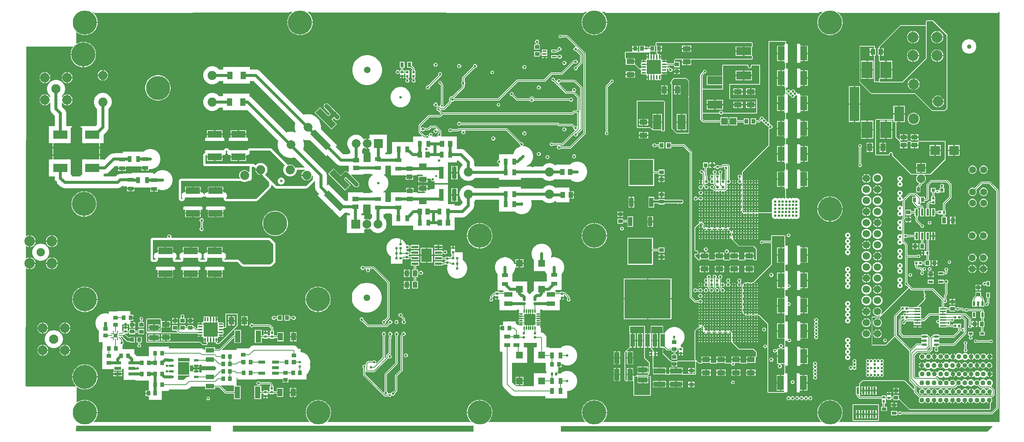
<source format=gtl>
G04*
G04 #@! TF.GenerationSoftware,Altium Limited,Altium Designer,22.8.2 (66)*
G04*
G04 Layer_Physical_Order=1*
G04 Layer_Color=255*
%FSLAX25Y25*%
%MOIN*%
G70*
G04*
G04 #@! TF.SameCoordinates,0D4134F5-1D43-4ED5-91CB-E042AC42DECA*
G04*
G04*
G04 #@! TF.FilePolarity,Positive*
G04*
G01*
G75*
%ADD14C,0.00787*%
%ADD15C,0.01181*%
%ADD17C,0.01968*%
%ADD21C,0.01575*%
%ADD24R,0.12598X0.05906*%
%ADD25R,0.03937X0.02362*%
%ADD26R,0.03937X0.03937*%
%ADD27R,0.03937X0.03740*%
%ADD28R,0.13386X0.07284*%
%ADD29R,0.06102X0.06102*%
%ADD30R,0.02441X0.02441*%
%ADD31R,0.07087X0.04528*%
%ADD32R,0.03543X0.03937*%
%ADD33R,0.12795X0.12795*%
%ADD34O,0.01378X0.04134*%
%ADD35O,0.04134X0.01378*%
%ADD36R,0.04528X0.07087*%
%ADD37R,0.07087X0.04528*%
%ADD38R,0.07284X0.13386*%
%ADD39R,0.04528X0.07087*%
%ADD40R,0.03937X0.03543*%
%ADD41R,0.06496X0.02992*%
%ADD42R,0.03740X0.03937*%
%ADD43R,0.09843X0.11811*%
%ADD44R,0.04134X0.01968*%
%ADD45R,0.00787X0.01732*%
%ADD46R,0.01732X0.00787*%
%ADD47R,0.01181X0.01181*%
%ADD48R,0.03937X0.03740*%
%ADD49R,0.08661X0.04724*%
%ADD50R,0.07795X0.04016*%
%ADD51R,0.04921X0.10630*%
%ADD52R,0.02441X0.02362*%
%ADD53R,0.05512X0.03740*%
%ADD54R,0.03740X0.05512*%
G04:AMPARAMS|DCode=55|XSize=58.27mil|YSize=203.15mil|CornerRadius=0mil|HoleSize=0mil|Usage=FLASHONLY|Rotation=45.000|XOffset=0mil|YOffset=0mil|HoleType=Round|Shape=Rectangle|*
%AMROTATEDRECTD55*
4,1,4,0.05122,-0.09243,-0.09243,0.05122,-0.05122,0.09243,0.09243,-0.05122,0.05122,-0.09243,0.0*
%
%ADD55ROTATEDRECTD55*%

%ADD56R,0.12717X0.07402*%
%ADD57R,0.12717X0.07874*%
%ADD58R,0.02244X0.02677*%
%ADD59R,0.02441X0.02284*%
%ADD60R,0.03543X0.01968*%
%ADD61R,0.02362X0.04331*%
%ADD62R,0.01968X0.03543*%
%ADD63R,0.41732X0.35433*%
%ADD64R,0.04134X0.11614*%
%ADD65R,0.04252X0.03622*%
%ADD66R,0.10630X0.04528*%
%ADD67R,0.04528X0.10630*%
%ADD68R,0.02441X0.02441*%
%ADD69R,0.05709X0.01772*%
%ADD70R,0.03740X0.03740*%
%ADD71R,0.04331X0.02362*%
%ADD72R,0.02284X0.02441*%
%ADD73C,0.02559*%
%ADD74R,0.09055X0.31102*%
%ADD75R,0.09055X0.13386*%
%ADD76R,0.09843X0.14961*%
%ADD77R,0.02362X0.06102*%
%ADD78R,0.03150X0.02756*%
%ADD79R,0.01575X0.01575*%
%ADD80R,0.02559X0.04134*%
%ADD81R,0.05709X0.04331*%
%ADD82R,0.09055X0.08465*%
%ADD83R,0.04134X0.02559*%
%ADD84R,0.05906X0.05906*%
%ADD85R,0.04134X0.05512*%
%ADD86R,0.05512X0.04134*%
%ADD87R,0.04331X0.11024*%
%ADD88R,0.09488X0.12197*%
%ADD89R,0.06102X0.02362*%
%ADD90R,0.03150X0.03937*%
%ADD91R,0.21654X0.23032*%
%ADD92R,0.03937X0.08268*%
%ADD93R,0.03543X0.01575*%
%ADD94R,0.04331X0.05709*%
%ADD95R,0.10433X0.10433*%
%ADD96O,0.03347X0.01181*%
%ADD97O,0.01181X0.03347*%
%ADD98R,0.05906X0.12598*%
%ADD180C,0.09843*%
%ADD182C,0.06693*%
%ADD185C,0.08268*%
%ADD187C,0.08661*%
%ADD191C,0.02521*%
%ADD192C,0.02520*%
%ADD193C,0.00598*%
%ADD194C,0.03937*%
%ADD195C,0.21654*%
%ADD196C,0.08200*%
%ADD197C,0.07480*%
%ADD198C,0.09449*%
%ADD199C,0.04331*%
%ADD200C,0.06299*%
%ADD201R,0.07480X0.07480*%
%ADD202C,0.05906*%
%ADD203C,0.07874*%
%ADD204R,0.07874X0.07874*%
%ADD205C,0.03937*%
%ADD206C,0.02362*%
%ADD207C,0.01968*%
G36*
X867232Y12205D02*
X722719D01*
X722527Y12667D01*
X723283Y13422D01*
X724340Y14877D01*
X725156Y16480D01*
X725712Y18190D01*
X725994Y19967D01*
Y20276D01*
X703140D01*
Y19967D01*
X703421Y18190D01*
X703977Y16480D01*
X704794Y14877D01*
X705851Y13422D01*
X706606Y12667D01*
X706415Y12205D01*
X510514D01*
X510323Y12667D01*
X511078Y13422D01*
X512135Y14877D01*
X512952Y16480D01*
X513508Y18190D01*
X513789Y19967D01*
Y20276D01*
X490935D01*
Y19967D01*
X491217Y18190D01*
X491773Y16480D01*
X492589Y14877D01*
X493646Y13422D01*
X494402Y12667D01*
X494210Y12205D01*
X407246Y12205D01*
X407055Y12667D01*
X407810Y13422D01*
X408867Y14877D01*
X409684Y16480D01*
X410240Y18190D01*
X410521Y19967D01*
Y20276D01*
X387668D01*
Y19967D01*
X387949Y18190D01*
X388505Y16480D01*
X389321Y14877D01*
X390378Y13422D01*
X391134Y12667D01*
X390943Y12205D01*
X262089D01*
X261897Y12667D01*
X262653Y13422D01*
X263710Y14877D01*
X264527Y16480D01*
X265082Y18190D01*
X265364Y19967D01*
Y20276D01*
X242510D01*
Y19967D01*
X242792Y18190D01*
X243347Y16480D01*
X244164Y14877D01*
X245221Y13422D01*
X245977Y12667D01*
X245785Y12205D01*
X51853D01*
X51661Y12667D01*
X52417Y13422D01*
X53474Y14877D01*
X54290Y16480D01*
X54846Y18190D01*
X55128Y19967D01*
Y20276D01*
X43701D01*
Y20866D01*
X43110D01*
Y32293D01*
X42801D01*
X41025Y32012D01*
X39314Y31456D01*
X37712Y30639D01*
X36654Y29871D01*
X36159Y30129D01*
X36407Y43580D01*
X36854Y43803D01*
X37712Y43180D01*
X39314Y42363D01*
X41025Y41807D01*
X42801Y41526D01*
X43110D01*
Y52362D01*
X32274D01*
Y52053D01*
X32555Y50277D01*
X33111Y48566D01*
X33928Y46964D01*
X34985Y45509D01*
X35795Y44699D01*
X35603Y44237D01*
X-9234D01*
X-9587Y44591D01*
X-9465Y150593D01*
X-8965Y150882D01*
X-8118Y150393D01*
X-6764Y150030D01*
X-6654D01*
Y155354D01*
Y160679D01*
X-6764D01*
X-8118Y160316D01*
X-8954Y159833D01*
X-9454Y160122D01*
X-9442Y170580D01*
X-8942Y170868D01*
X-8118Y170393D01*
X-6764Y170030D01*
X-6654D01*
Y175354D01*
Y180679D01*
X-6764D01*
X-8118Y180316D01*
X-8931Y179846D01*
X-9431Y180135D01*
X-9235Y350787D01*
X32881D01*
X33108Y350342D01*
X32491Y349493D01*
X31674Y347890D01*
X31118Y346180D01*
X30837Y344403D01*
Y344094D01*
X41673D01*
Y354931D01*
X41364D01*
X39588Y354649D01*
X37877Y354094D01*
X36327Y353303D01*
X36030Y353398D01*
X35827Y353502D01*
Y363543D01*
X36327Y363674D01*
X37712Y362668D01*
X39314Y361851D01*
X41025Y361296D01*
X42801Y361014D01*
X43110D01*
Y372441D01*
X43701D01*
Y373031D01*
X55128D01*
Y373340D01*
X54846Y375117D01*
X54290Y376827D01*
X53474Y378430D01*
X52417Y379885D01*
X51145Y381157D01*
X50501Y381625D01*
X50656Y382100D01*
X51607D01*
X51608Y382099D01*
X51693Y381673D01*
X51935Y381313D01*
X52296Y381072D01*
X52721Y380988D01*
X226813Y381171D01*
X227239Y381257D01*
X227599Y381498D01*
X227840Y381859D01*
X227887Y382100D01*
X230447D01*
X230601Y381625D01*
X229958Y381157D01*
X228686Y379885D01*
X227628Y378430D01*
X226812Y376827D01*
X226256Y375117D01*
X225975Y373340D01*
Y373031D01*
X248828D01*
Y373340D01*
X248547Y375117D01*
X247991Y376827D01*
X247175Y378430D01*
X246117Y379885D01*
X244846Y381157D01*
X244202Y381625D01*
X244356Y382100D01*
X246916D01*
X246964Y381859D01*
X247204Y381498D01*
X247565Y381257D01*
X247990Y381171D01*
X492642Y380988D01*
X493068Y381072D01*
X493429Y381313D01*
X493670Y381674D01*
X493755Y382099D01*
X493755Y382100D01*
X495407D01*
X495562Y381625D01*
X494918Y381157D01*
X493646Y379885D01*
X492589Y378430D01*
X491773Y376827D01*
X491217Y375117D01*
X490935Y373340D01*
Y373031D01*
X513789D01*
Y373340D01*
X513508Y375117D01*
X512952Y376827D01*
X512135Y378430D01*
X511078Y379885D01*
X509806Y381157D01*
X509163Y381625D01*
X509317Y382100D01*
X511840D01*
X511925Y381675D01*
X512165Y381314D01*
X512526Y381073D01*
X512952Y380988D01*
X703898D01*
X704324Y381073D01*
X704685Y381314D01*
X704926Y381675D01*
X705010Y382100D01*
X707628D01*
X707783Y381625D01*
X707129Y381150D01*
X705858Y379879D01*
X704802Y378425D01*
X703986Y376824D01*
X703431Y375114D01*
X703150Y373340D01*
Y371542D01*
X703431Y369767D01*
X703986Y368058D01*
X704802Y366457D01*
X705858Y365003D01*
X707129Y363732D01*
X708583Y362676D01*
X710184Y361860D01*
X711893Y361305D01*
X713668Y361024D01*
X715465D01*
X717240Y361305D01*
X718950Y361860D01*
X720551Y362676D01*
X722005Y363732D01*
X723276Y365003D01*
X724332Y366457D01*
X725148Y368058D01*
X725703Y369767D01*
X725984Y371542D01*
Y373340D01*
X725703Y375114D01*
X725148Y376824D01*
X724332Y378425D01*
X723276Y379879D01*
X722005Y381150D01*
X721351Y381625D01*
X721506Y382100D01*
X722470D01*
X722554Y381675D01*
X722795Y381314D01*
X723156Y381073D01*
X723582Y380988D01*
X865354D01*
X865780Y381073D01*
X866141Y381314D01*
X866382Y381675D01*
X866466Y382100D01*
X867232D01*
Y12205D01*
D02*
G37*
G36*
X157333Y3984D02*
X36035Y3984D01*
X35684Y4341D01*
X35767Y8826D01*
X157333Y8826D01*
Y3984D01*
D02*
G37*
G36*
X393554Y3787D02*
X177018D01*
X177018Y8826D01*
X393554D01*
Y3787D01*
D02*
G37*
G36*
X860770Y8207D02*
X856350Y3787D01*
X856283D01*
X472294Y3787D01*
Y8669D01*
X860578Y8669D01*
X860770Y8207D01*
D02*
G37*
%LPC*%
G36*
X248828Y371850D02*
X237992D01*
Y361014D01*
X238301D01*
X240077Y361296D01*
X241788Y361851D01*
X243390Y362668D01*
X244846Y363725D01*
X246117Y364997D01*
X247175Y366452D01*
X247991Y368055D01*
X248547Y369765D01*
X248828Y371542D01*
Y371850D01*
D02*
G37*
G36*
X236811D02*
X225975D01*
Y371542D01*
X226256Y369765D01*
X226812Y368055D01*
X227628Y366452D01*
X228686Y364997D01*
X229958Y363725D01*
X231413Y362668D01*
X233015Y361851D01*
X234726Y361296D01*
X236502Y361014D01*
X236811D01*
Y371850D01*
D02*
G37*
G36*
X55128D02*
X44291D01*
Y361014D01*
X44600D01*
X46377Y361296D01*
X48087Y361851D01*
X49690Y362668D01*
X51145Y363725D01*
X52417Y364997D01*
X53474Y366452D01*
X54290Y368055D01*
X54846Y369765D01*
X55128Y371542D01*
Y371850D01*
D02*
G37*
G36*
X513789Y371850D02*
X502953D01*
Y361014D01*
X503262D01*
X505038Y361296D01*
X506749Y361851D01*
X508351Y362668D01*
X509806Y363725D01*
X511078Y364997D01*
X512135Y366452D01*
X512952Y368055D01*
X513508Y369765D01*
X513789Y371542D01*
Y371850D01*
D02*
G37*
G36*
X501772D02*
X490935D01*
Y371542D01*
X491217Y369765D01*
X491773Y368055D01*
X492589Y366452D01*
X493646Y364997D01*
X494918Y363725D01*
X496373Y362668D01*
X497976Y361851D01*
X499686Y361296D01*
X501463Y361014D01*
X501772D01*
Y371850D01*
D02*
G37*
G36*
X541474Y351441D02*
X539693D01*
Y349463D01*
X541474D01*
Y351441D01*
D02*
G37*
G36*
X538512D02*
X536731D01*
Y349463D01*
X538512D01*
Y351441D01*
D02*
G37*
G36*
X451165Y356890D02*
X450460D01*
X449809Y356620D01*
X449311Y356122D01*
X449041Y355470D01*
Y354766D01*
X449311Y354115D01*
X449784Y353642D01*
Y352756D01*
X448228D01*
Y348031D01*
X453346D01*
Y352756D01*
X451791D01*
Y353606D01*
X451817Y353616D01*
X452315Y354115D01*
X452585Y354766D01*
Y355470D01*
X452315Y356122D01*
X451817Y356620D01*
X451165Y356890D01*
D02*
G37*
G36*
X471404Y350197D02*
X470699D01*
X470048Y349927D01*
X469549Y349429D01*
X469280Y348778D01*
Y348073D01*
X469280Y348073D01*
X468864Y347657D01*
X468307D01*
Y348031D01*
X463583D01*
Y345276D01*
X468307D01*
Y345650D01*
X469280D01*
X469664Y345726D01*
X469989Y345944D01*
X470699Y346654D01*
X470699Y346654D01*
X471404D01*
X472055Y346923D01*
X472553Y347422D01*
X472823Y348073D01*
Y348778D01*
X472553Y349429D01*
X472055Y349927D01*
X471404Y350197D01*
D02*
G37*
G36*
X644143Y354576D02*
X558394D01*
X557942Y354389D01*
X557754Y353937D01*
Y351441D01*
X557942Y350989D01*
X558394Y350801D01*
Y346943D01*
X557942Y346756D01*
X557754Y346304D01*
Y345696D01*
X557942Y345244D01*
X558394Y345056D01*
X558528D01*
X558725Y345017D01*
X558804Y344964D01*
X558902Y344457D01*
X558626Y344127D01*
X558506Y344067D01*
X558087Y343984D01*
X557661Y343699D01*
X557612Y343625D01*
X557010D01*
X556961Y343699D01*
X556622Y343925D01*
Y341392D01*
X555441D01*
Y343925D01*
X555102Y343699D01*
X555053Y343625D01*
X554451D01*
X554402Y343699D01*
X554063Y343925D01*
Y341392D01*
X552882D01*
Y344267D01*
X552759Y344362D01*
X552734Y344408D01*
Y345289D01*
X552546Y345741D01*
X552383Y345859D01*
Y345859D01*
X552383D01*
X552473Y346313D01*
X552594Y346313D01*
X556819D01*
Y351431D01*
X552094D01*
Y349876D01*
X550840D01*
X550840Y349876D01*
X550342Y350374D01*
X549691Y350644D01*
X548986D01*
X548335Y350374D01*
X548264Y350303D01*
X547764Y350510D01*
Y351431D01*
X543039D01*
Y346429D01*
X543039Y346313D01*
X542760Y345929D01*
X541776D01*
X541474Y346304D01*
X541474Y346429D01*
Y348282D01*
X536731D01*
Y346429D01*
X536731Y346304D01*
X536429Y345929D01*
X530441D01*
X529989Y345741D01*
X529989Y345741D01*
X529802Y345289D01*
X529802Y340505D01*
X529812Y340478D01*
X529804Y340451D01*
X529905Y340256D01*
X529989Y340053D01*
X530015Y340042D01*
X530028Y340016D01*
X530528Y339594D01*
X530638Y339559D01*
Y334364D01*
X538414D01*
X538463Y334247D01*
X538915Y334060D01*
X538995D01*
X542587Y330467D01*
X543039Y330280D01*
X543765D01*
X543780Y330273D01*
X544142Y329807D01*
X544097Y329581D01*
X544196Y329082D01*
X544479Y328658D01*
X544563Y328602D01*
Y328000D01*
X544479Y327944D01*
X544196Y327521D01*
X544097Y327022D01*
X544196Y326522D01*
X544479Y326099D01*
X544902Y325816D01*
X545401Y325717D01*
X548157D01*
X548534Y325792D01*
X549034Y325513D01*
Y325142D01*
X549393D01*
X549674Y324642D01*
X549599Y324266D01*
Y323478D01*
X550913D01*
Y322888D01*
X551504D01*
Y320354D01*
X551843Y320581D01*
X551892Y320655D01*
X552493D01*
X552543Y320581D01*
X552882Y320354D01*
Y322888D01*
X554063D01*
Y320354D01*
X554402Y320581D01*
X554451Y320655D01*
X555053D01*
X555102Y320581D01*
X555441Y320354D01*
Y322888D01*
X556622D01*
Y320354D01*
X556961Y320581D01*
X557016Y320663D01*
X557617D01*
X557668Y320587D01*
X558091Y320305D01*
X558590Y320205D01*
X559090Y320305D01*
X559513Y320587D01*
X559569Y320672D01*
X560171D01*
X560227Y320587D01*
X560650Y320305D01*
X561150Y320205D01*
X561649Y320305D01*
X562072Y320587D01*
X562355Y321011D01*
X562454Y321510D01*
Y324266D01*
X562379Y324642D01*
X562658Y325142D01*
X563029D01*
Y325501D01*
X563529Y325782D01*
X563905Y325708D01*
X564693D01*
Y327022D01*
X565283D01*
Y327612D01*
X567817D01*
X567591Y327951D01*
X567508Y328006D01*
Y328608D01*
X567584Y328658D01*
X567867Y329082D01*
X567966Y329581D01*
X567867Y330080D01*
X567584Y330503D01*
X567721Y330824D01*
X568317Y330837D01*
X569220Y329933D01*
X569220Y329933D01*
Y329228D01*
X569490Y328577D01*
X569988Y328079D01*
X570640Y327809D01*
X571344D01*
X571996Y328079D01*
X572494Y328577D01*
X572764Y329228D01*
Y329933D01*
X572494Y330584D01*
X571996Y331083D01*
X571344Y331352D01*
X570640D01*
X570640Y331352D01*
X569143Y332849D01*
X568817Y333067D01*
X568433Y333143D01*
X568067D01*
X567864Y333643D01*
X567917Y333695D01*
X574114D01*
Y332108D01*
X579232D01*
Y337030D01*
X575049D01*
Y338507D01*
X575496Y338955D01*
X581290D01*
Y337455D01*
X585433D01*
X589576D01*
Y338955D01*
X644143D01*
X644595Y339142D01*
X644782Y339594D01*
Y342302D01*
X644595Y342754D01*
X644143Y342942D01*
X644134D01*
Y350147D01*
X644143D01*
X644595Y350334D01*
X644782Y350786D01*
Y353937D01*
X644595Y354389D01*
X644143Y354576D01*
D02*
G37*
G36*
X460039Y348031D02*
X455315D01*
Y345098D01*
X453346D01*
Y346457D01*
X448228D01*
Y341732D01*
X453346D01*
Y343091D01*
X454875D01*
X455305Y342923D01*
Y342126D01*
X460049D01*
Y342923D01*
X460039D01*
Y345276D01*
Y348031D01*
D02*
G37*
G36*
X694498Y351387D02*
X691535D01*
Y345079D01*
X694498D01*
Y351387D01*
D02*
G37*
G36*
X840404Y357283D02*
X839124D01*
X837869Y357034D01*
X836687Y356544D01*
X835623Y355833D01*
X834718Y354928D01*
X834007Y353864D01*
X833517Y352682D01*
X833268Y351427D01*
Y350148D01*
X833517Y348893D01*
X834007Y347710D01*
X834718Y346646D01*
X835623Y345742D01*
X836687Y345031D01*
X837869Y344541D01*
X839124Y344291D01*
X840404D01*
X841659Y344541D01*
X842841Y345031D01*
X843905Y345742D01*
X844810Y346646D01*
X845520Y347710D01*
X846010Y348893D01*
X846260Y350148D01*
Y351427D01*
X846010Y352682D01*
X845520Y353864D01*
X844810Y354928D01*
X843905Y355833D01*
X842841Y356544D01*
X841659Y357034D01*
X840404Y357283D01*
D02*
G37*
G36*
X43163Y354931D02*
X42854D01*
Y344094D01*
X53690D01*
Y344403D01*
X53409Y346180D01*
X52853Y347890D01*
X52037Y349493D01*
X50980Y350948D01*
X49708Y352220D01*
X48253Y353277D01*
X46650Y354094D01*
X44940Y354649D01*
X43163Y354931D01*
D02*
G37*
G36*
X471717Y343307D02*
X471012D01*
X470361Y343037D01*
X469863Y342539D01*
X469863Y342539D01*
X468307D01*
Y342913D01*
X463583D01*
Y340158D01*
X468307D01*
Y340532D01*
X469863D01*
X469863Y340532D01*
X470361Y340034D01*
X471012Y339764D01*
X471717D01*
X472368Y340034D01*
X472866Y340532D01*
X473136Y341183D01*
Y341888D01*
X472866Y342539D01*
X472368Y343037D01*
X471717Y343307D01*
D02*
G37*
G36*
X460049Y340945D02*
X458268D01*
Y340148D01*
X460049D01*
Y340945D01*
D02*
G37*
G36*
X457087D02*
X455305D01*
Y340148D01*
X457087D01*
Y340945D01*
D02*
G37*
G36*
X694498Y343898D02*
X691535D01*
Y337589D01*
X694498D01*
Y343898D01*
D02*
G37*
G36*
X687008Y353165D02*
X685630Y353165D01*
X685323Y353104D01*
X685062Y352930D01*
X684888Y352669D01*
X684827Y352362D01*
Y336614D01*
X684888Y336307D01*
X685062Y336047D01*
X685323Y335872D01*
X685630Y335811D01*
X687008D01*
X687315Y335872D01*
X687576Y336047D01*
X687750Y336307D01*
X687811Y336614D01*
Y337589D01*
X690354D01*
Y344488D01*
Y351387D01*
X687811D01*
Y352362D01*
X687750Y352670D01*
X687576Y352930D01*
X687315Y353104D01*
X687008Y353165D01*
D02*
G37*
G36*
X472030Y361417D02*
X471404D01*
X470825Y361178D01*
X470382Y360735D01*
X470142Y360156D01*
Y359529D01*
X470382Y358950D01*
X470825Y358507D01*
X471404Y358268D01*
X472030D01*
X472609Y358507D01*
X472940Y358839D01*
X477520D01*
X485662Y350697D01*
X485455Y350197D01*
X485081D01*
X484430Y349927D01*
X483931Y349429D01*
X483661Y348778D01*
Y348073D01*
X483931Y347422D01*
X484430Y346923D01*
X485081Y346654D01*
X485785D01*
X485785Y346654D01*
X489548Y342891D01*
Y336508D01*
X487259Y334220D01*
X487259Y334220D01*
X486008Y332968D01*
X486008Y332968D01*
X485303D01*
X484652Y332699D01*
X484154Y332200D01*
X483884Y331549D01*
Y330844D01*
X484154Y330193D01*
X484652Y329695D01*
X485303Y329425D01*
X486008D01*
X486659Y329695D01*
X487157Y330193D01*
X487427Y330844D01*
Y331549D01*
X487427Y331549D01*
X488678Y332801D01*
X491261Y335383D01*
X491478Y335708D01*
X491555Y336092D01*
Y343307D01*
X491478Y343691D01*
X491261Y344017D01*
X487292Y347986D01*
X487335Y348340D01*
X487830Y348529D01*
X492643Y343716D01*
Y273045D01*
X480288Y260691D01*
X471974D01*
X471974Y260691D01*
X471517Y261148D01*
X471538Y261337D01*
X471670Y261648D01*
X473612D01*
X473996Y261725D01*
X474322Y261942D01*
X483422Y271042D01*
X483944Y270857D01*
X484154Y270351D01*
X484652Y269852D01*
X485303Y269583D01*
X486008D01*
X486659Y269852D01*
X487157Y270351D01*
X487427Y271002D01*
Y271707D01*
X487427Y271707D01*
X491261Y275540D01*
X491478Y275866D01*
X491555Y276250D01*
Y313852D01*
X491478Y314236D01*
X491261Y314562D01*
X485583Y320239D01*
X485257Y320457D01*
X484873Y320533D01*
X471974D01*
X471974Y320533D01*
X471476Y321031D01*
X470825Y321301D01*
X470120D01*
X469469Y321031D01*
X468970Y320533D01*
X468701Y319882D01*
Y319782D01*
X468201Y319575D01*
X466929Y320846D01*
Y321315D01*
X466689Y321894D01*
X466246Y322337D01*
X465668Y322577D01*
X465041D01*
X464462Y322337D01*
X464019Y321894D01*
X463779Y321315D01*
Y320689D01*
X464019Y320110D01*
X464462Y319667D01*
X465041Y319427D01*
X465510D01*
X476395Y308542D01*
X476720Y308325D01*
X477104Y308248D01*
X483421D01*
X486792Y304877D01*
Y293195D01*
X486572Y292975D01*
X484174D01*
X483790Y292899D01*
X483464Y292681D01*
X482084Y291301D01*
X366036D01*
X364273Y293064D01*
X364480Y293564D01*
X366791D01*
X367175Y293640D01*
X367500Y293858D01*
X373249Y299607D01*
X373466Y299932D01*
X373543Y300316D01*
Y300918D01*
X374043Y301252D01*
X374352Y301124D01*
X375057D01*
X375708Y301394D01*
X376207Y301892D01*
X376207Y301892D01*
X416107D01*
X416491Y301969D01*
X416816Y302186D01*
X433579Y318948D01*
X457536D01*
X457920Y319025D01*
X458246Y319242D01*
X464195Y325191D01*
X472877D01*
X473261Y325268D01*
X473587Y325485D01*
X483803Y335702D01*
X484154Y336004D01*
X484652Y335506D01*
X485303Y335236D01*
X486008D01*
X486659Y335506D01*
X487157Y336004D01*
X487427Y336655D01*
Y337360D01*
X487157Y338011D01*
X486659Y338510D01*
X486008Y338779D01*
X485303D01*
X484652Y338510D01*
X484154Y338011D01*
X484154Y338011D01*
X483690D01*
X483306Y337935D01*
X482980Y337718D01*
X472462Y327199D01*
X463779D01*
X463396Y327122D01*
X463070Y326905D01*
X457121Y320955D01*
X433163D01*
X432779Y320879D01*
X432453Y320661D01*
X415691Y303899D01*
X376365D01*
X375985Y304308D01*
X375990Y304351D01*
X385133Y313495D01*
X385350Y313820D01*
X385427Y314205D01*
Y316142D01*
X385427Y316142D01*
X385925Y316640D01*
X386195Y317291D01*
Y317996D01*
X385925Y318647D01*
X385427Y319146D01*
X385427Y319146D01*
Y322025D01*
X394701Y331299D01*
X394701Y331299D01*
X395406D01*
X396057Y331569D01*
X396555Y332067D01*
X396825Y332718D01*
Y333423D01*
X396555Y334074D01*
X396057Y334573D01*
X395406Y334842D01*
X394701D01*
X394050Y334573D01*
X393551Y334074D01*
X393282Y333423D01*
Y332718D01*
X393282Y332718D01*
X383714Y323151D01*
X383496Y322825D01*
X383420Y322441D01*
Y319146D01*
X383420Y319146D01*
X382921Y318647D01*
X382652Y317996D01*
Y317291D01*
X382921Y316640D01*
X383420Y316142D01*
X383420Y316142D01*
Y314620D01*
X374864Y306065D01*
X373808D01*
X373424Y305988D01*
X373098Y305771D01*
X371830Y304502D01*
X371612Y304177D01*
X371536Y303793D01*
Y300732D01*
X366669Y295865D01*
X366613Y295880D01*
X366448Y296416D01*
X366454Y296440D01*
X366686Y296999D01*
Y297626D01*
X366446Y298205D01*
X366115Y298536D01*
Y316446D01*
X366038Y316830D01*
X365821Y317156D01*
X364958Y318018D01*
Y318487D01*
X364718Y319066D01*
X364275Y319509D01*
X363697Y319749D01*
X363070D01*
X362491Y319509D01*
X362048Y319066D01*
X361809Y318487D01*
Y317861D01*
X362048Y317282D01*
X362491Y316839D01*
X363070Y316599D01*
X363539D01*
X364108Y316030D01*
Y298536D01*
X363776Y298205D01*
X363536Y297626D01*
Y297267D01*
X363036Y297000D01*
X362967Y297046D01*
X362583Y297123D01*
X362171D01*
X361221Y298073D01*
X361221Y298073D01*
Y298778D01*
X360951Y299429D01*
X360452Y299927D01*
X359801Y300197D01*
X359096D01*
X358445Y299927D01*
X357947Y299429D01*
X357677Y298778D01*
Y298073D01*
X357947Y297422D01*
X358445Y296923D01*
X359096Y296654D01*
X359801D01*
X359801Y296654D01*
X360891Y295564D01*
X360875Y295486D01*
X360432Y295043D01*
X360192Y294464D01*
Y293837D01*
X360432Y293259D01*
X360875Y292815D01*
X361454Y292576D01*
X361923D01*
X364201Y290297D01*
X362977Y289073D01*
X353583D01*
X353199Y288997D01*
X352874Y288779D01*
X344405Y280310D01*
X344187Y279984D01*
X344111Y279600D01*
Y273529D01*
X344187Y273145D01*
X344405Y272819D01*
X347093Y270131D01*
X346902Y269669D01*
X339307D01*
Y264551D01*
X320410D01*
Y254217D01*
X319134D01*
Y253652D01*
X314173D01*
Y255020D01*
X314496Y255386D01*
X315748D01*
Y271134D01*
X300000D01*
Y267782D01*
X299500Y267521D01*
X298471Y267797D01*
X298465D01*
Y263260D01*
Y258723D01*
X298471D01*
X299500Y258998D01*
X300000Y258737D01*
Y255386D01*
X300464D01*
X300787Y255020D01*
Y246581D01*
X294488D01*
Y254429D01*
X293116D01*
Y257366D01*
X293990Y258240D01*
X294703Y259307D01*
X294955Y259518D01*
X295367Y259468D01*
X296123Y259032D01*
X297277Y258723D01*
X297284D01*
Y263260D01*
Y267797D01*
X297277D01*
X296123Y267488D01*
X295367Y267052D01*
X294955Y267002D01*
X294703Y267212D01*
X293990Y268279D01*
X292893Y269376D01*
X291604Y270238D01*
X290171Y270831D01*
X288650Y271134D01*
X287099D01*
X285577Y270831D01*
X284144Y270238D01*
X282855Y269376D01*
X281758Y268279D01*
X280896Y266990D01*
X280303Y265557D01*
X280000Y264035D01*
Y262484D01*
X280303Y260963D01*
X280896Y259530D01*
X281758Y258240D01*
X282632Y257366D01*
Y254429D01*
X281102D01*
Y253667D01*
X276365D01*
X269574Y260458D01*
X270712Y261596D01*
X256151Y276156D01*
X256290Y277033D01*
Y278892D01*
X255999Y280728D01*
X255424Y282496D01*
X254580Y284153D01*
X253488Y285657D01*
X252173Y286971D01*
X250669Y288064D01*
X249013Y288908D01*
X247245Y289482D01*
X245408Y289773D01*
X243549D01*
X241713Y289482D01*
X240701Y289154D01*
X201360Y328494D01*
X200275Y329327D01*
X199010Y329851D01*
X197653Y330030D01*
X192421D01*
Y332268D01*
X168209D01*
Y330030D01*
X164466D01*
X163466Y331030D01*
X162150Y331910D01*
X160687Y332516D01*
X159134Y332824D01*
X157551D01*
X155998Y332516D01*
X154536Y331910D01*
X153219Y331030D01*
X152100Y329911D01*
X151220Y328594D01*
X150614Y327132D01*
X150305Y325579D01*
Y323996D01*
X150614Y322443D01*
X151220Y320981D01*
X152100Y319664D01*
X153219Y318545D01*
X154536Y317665D01*
X155998Y317059D01*
X157551Y316750D01*
X159134D01*
X160687Y317059D01*
X162150Y317665D01*
X163466Y318545D01*
X164466Y319545D01*
X168209D01*
Y317307D01*
X192421D01*
Y319545D01*
X195482D01*
X233287Y281740D01*
X232959Y280728D01*
X232668Y278892D01*
Y277033D01*
X232959Y275196D01*
X233427Y273754D01*
X233030Y273358D01*
X231900Y273725D01*
X230063Y274016D01*
X228204D01*
X226368Y273725D01*
X225052Y273297D01*
X193855Y304494D01*
X192769Y305327D01*
X192028Y305634D01*
Y308268D01*
X167815D01*
Y306030D01*
X164466D01*
X163466Y307030D01*
X162150Y307910D01*
X160687Y308516D01*
X159134Y308824D01*
X157551D01*
X155998Y308516D01*
X154536Y307910D01*
X153219Y307030D01*
X152100Y305911D01*
X151220Y304594D01*
X150614Y303132D01*
X150305Y301579D01*
Y299996D01*
X150614Y298443D01*
X151220Y296981D01*
X152100Y295664D01*
X153219Y294545D01*
X154536Y293665D01*
X155998Y293059D01*
X157551Y292750D01*
X159134D01*
X160687Y293059D01*
X162150Y293665D01*
X163466Y294545D01*
X164466Y295545D01*
X167815D01*
Y293307D01*
X190215D01*
X217844Y265678D01*
X217614Y264970D01*
X217323Y263134D01*
Y261275D01*
X217614Y259439D01*
X218188Y257671D01*
X219032Y256014D01*
X220125Y254510D01*
X221440Y253196D01*
X222943Y252103D01*
X224600Y251259D01*
X226368Y250684D01*
X228204Y250394D01*
X230063D01*
X231900Y250684D01*
X232607Y250915D01*
X241352Y242170D01*
X241161Y241708D01*
X234502D01*
X233734Y241555D01*
X233374Y241315D01*
X232807Y241510D01*
X232797Y241524D01*
X232186Y242581D01*
X231313Y243454D01*
X230243Y244072D01*
X229051Y244391D01*
X227816D01*
X226623Y244072D01*
X226416Y243953D01*
X225856Y244207D01*
X225788Y244551D01*
X225353Y245202D01*
X212049Y258506D01*
X211398Y258941D01*
X210630Y259094D01*
X192248D01*
X192150Y259074D01*
X192051Y259084D01*
X191769Y258998D01*
X191480Y258941D01*
X191397Y258886D01*
X191302Y258857D01*
X191074Y258670D01*
X190829Y258506D01*
X190774Y258423D01*
X190697Y258360D01*
X190380Y257973D01*
X190332Y257886D01*
X190262Y257815D01*
X190149Y257543D01*
X190010Y257283D01*
X189975Y257257D01*
X189764Y257299D01*
X174016D01*
X173804Y257257D01*
X173769Y257283D01*
X173630Y257543D01*
X173517Y257815D01*
X173447Y257886D01*
X173400Y257973D01*
X173083Y258360D01*
X173006Y258423D01*
X172951Y258506D01*
X172705Y258670D01*
X172477Y258857D01*
X172382Y258886D01*
X172299Y258941D01*
X172010Y258998D01*
X171728Y259084D01*
X171629Y259074D01*
X171531Y259094D01*
X170988D01*
X170891Y259074D01*
X170792Y259084D01*
X170509Y258998D01*
X170220Y258941D01*
X170138Y258886D01*
X170042Y258857D01*
X169814Y258670D01*
X169569Y258506D01*
X169514Y258423D01*
X169437Y258360D01*
X169120Y257973D01*
X169073Y257886D01*
X169002Y257815D01*
X168889Y257543D01*
X168751Y257283D01*
X168716Y257257D01*
X168504Y257299D01*
X152756D01*
X152449Y257238D01*
X152188Y257064D01*
X152014Y256803D01*
X151953Y256496D01*
Y255118D01*
X152001Y254879D01*
X151992Y254867D01*
X151732Y254728D01*
X151460Y254615D01*
X151389Y254545D01*
X151301Y254498D01*
X150915Y254181D01*
X150852Y254104D01*
X150769Y254048D01*
X150605Y253803D01*
X150418Y253575D01*
X150389Y253480D01*
X150334Y253397D01*
X150276Y253108D01*
X150191Y252826D01*
X150201Y252727D01*
X150181Y252629D01*
Y244882D01*
X150334Y244114D01*
X150769Y243463D01*
X151420Y243028D01*
X152188Y242875D01*
X191871D01*
X192107Y242434D01*
X191972Y242233D01*
X191820Y241465D01*
Y237484D01*
X191320Y237350D01*
X191186Y237581D01*
X190313Y238454D01*
X189243Y239072D01*
X188051Y239391D01*
X186816D01*
X185623Y239072D01*
X184553Y238454D01*
X183680Y237581D01*
X183062Y236511D01*
X182743Y235318D01*
Y234083D01*
X183062Y232890D01*
X183585Y231985D01*
X183358Y231485D01*
X130299D01*
X129532Y231332D01*
X128880Y230897D01*
X128445Y230246D01*
X128293Y229478D01*
Y213386D01*
X128445Y212618D01*
X128880Y211967D01*
X129532Y211531D01*
X130299Y211379D01*
X131514D01*
X131612Y211398D01*
X131711Y211388D01*
X131993Y211474D01*
X132282Y211531D01*
X132365Y211587D01*
X132460Y211616D01*
X132688Y211803D01*
X132933Y211967D01*
X132989Y212049D01*
X133065Y212112D01*
X133204Y212373D01*
X133368Y212618D01*
X133388Y212715D01*
X133435Y212803D01*
X133586Y213303D01*
X133596Y213402D01*
X133634Y213494D01*
Y213789D01*
X133663Y214083D01*
X133634Y214178D01*
Y214277D01*
X133976Y214748D01*
X148819D01*
X149126Y214809D01*
X149387Y214984D01*
X149561Y215244D01*
X149580Y215343D01*
X149795Y215524D01*
X149954Y215586D01*
X150122Y215604D01*
X150158Y215580D01*
X150352Y215541D01*
X150535Y215466D01*
X150732D01*
X150926Y215427D01*
X151436D01*
X151630Y215466D01*
X151828D01*
X152010Y215541D01*
X152204Y215580D01*
X152241Y215604D01*
X152408Y215586D01*
X152567Y215524D01*
X152782Y215343D01*
X152802Y215244D01*
X152976Y214984D01*
X153236Y214809D01*
X153543Y214748D01*
X168386D01*
X168728Y214277D01*
Y214178D01*
X168699Y214083D01*
X168728Y213789D01*
Y213494D01*
X168766Y213402D01*
X168776Y213303D01*
X168928Y212803D01*
X168974Y212715D01*
X168994Y212618D01*
X169158Y212373D01*
X169297Y212112D01*
X169374Y212049D01*
X169429Y211967D01*
X169674Y211803D01*
X169902Y211616D01*
X169997Y211587D01*
X170080Y211531D01*
X170369Y211474D01*
X170651Y211388D01*
X170750Y211398D01*
X170848Y211379D01*
X197764D01*
X198532Y211531D01*
X199183Y211967D01*
X210868Y223652D01*
X211303Y224303D01*
X211456Y225071D01*
Y225997D01*
X211918Y226189D01*
X214722Y223384D01*
X215374Y222949D01*
X216142Y222796D01*
X242913D01*
X243682Y222949D01*
X244333Y223384D01*
X250238Y229289D01*
X250548Y229753D01*
X251048Y229601D01*
Y223810D01*
X251226Y222453D01*
X251750Y221189D01*
X252583Y220103D01*
X254630Y218056D01*
X253296Y216722D01*
X273229Y196790D01*
X277496Y201057D01*
X280709D01*
Y200295D01*
X282159D01*
Y198520D01*
X279606D01*
Y182772D01*
X295354D01*
Y186123D01*
X295854Y186384D01*
X296883Y186109D01*
X296890D01*
Y190646D01*
Y195183D01*
X296883D01*
X295854Y194907D01*
X295354Y195168D01*
Y198520D01*
X292644D01*
Y200295D01*
X294094D01*
Y208144D01*
X300787D01*
Y199705D01*
X302238D01*
Y196539D01*
X301364Y195665D01*
X300651Y194598D01*
X300400Y194388D01*
X299987Y194437D01*
X299232Y194873D01*
X298078Y195183D01*
X298071D01*
Y190646D01*
Y186109D01*
X298078D01*
X299232Y186418D01*
X299987Y186854D01*
X300400Y186904D01*
X300651Y186693D01*
X301364Y185626D01*
X302461Y184529D01*
X303751Y183668D01*
X305184Y183074D01*
X306705Y182772D01*
X308256D01*
X309777Y183074D01*
X311210Y183668D01*
X312500Y184529D01*
X313597Y185626D01*
X314458Y186916D01*
X315052Y188349D01*
X315354Y189870D01*
Y191421D01*
X315052Y192942D01*
X314458Y194375D01*
X313597Y195665D01*
X312722Y196539D01*
Y199705D01*
X314173D01*
Y200270D01*
X319291D01*
Y199705D01*
X320177D01*
Y189370D01*
X339311D01*
Y185417D01*
X376457D01*
Y195260D01*
X376516D01*
Y196711D01*
X383449D01*
X384805Y196890D01*
X386070Y197413D01*
X387155Y198246D01*
X392639Y203731D01*
X393473Y204816D01*
X393996Y206080D01*
X394085Y206759D01*
X394175Y207437D01*
Y211419D01*
X395176Y212420D01*
X395213Y212475D01*
X416634D01*
Y211024D01*
Y201969D01*
X431037D01*
X431236Y201770D01*
X432719Y200779D01*
X434367Y200096D01*
X436116Y199748D01*
X437900D01*
X439649Y200096D01*
X441297Y200779D01*
X442780Y201770D01*
X444041Y203031D01*
X445032Y204514D01*
X445715Y206162D01*
X446063Y207911D01*
Y209695D01*
X445715Y211444D01*
X445532Y211886D01*
X445810Y212302D01*
X455809D01*
X456810Y211300D01*
X458126Y210421D01*
X459589Y209815D01*
X461141Y209506D01*
X462725D01*
X464277Y209815D01*
X465740Y210421D01*
X467056Y211300D01*
X467443Y211687D01*
X468012D01*
Y210236D01*
X480020D01*
Y213573D01*
X480512D01*
Y216929D01*
Y220285D01*
X480020D01*
Y223622D01*
X468012D01*
Y223484D01*
X467550Y223292D01*
X467056Y223786D01*
X465740Y224666D01*
X464277Y225271D01*
X462725Y225580D01*
X461141D01*
X459589Y225271D01*
X458126Y224666D01*
X456810Y223786D01*
X455809Y222785D01*
X436122D01*
Y224409D01*
X416634D01*
Y222958D01*
X394884D01*
X394056Y223786D01*
X392740Y224666D01*
X391277Y225271D01*
X389725Y225580D01*
X388141D01*
X386589Y225271D01*
X385126Y224666D01*
X383810Y223786D01*
X382690Y222667D01*
X381811Y221350D01*
X381205Y219888D01*
X380896Y218335D01*
Y216752D01*
X381205Y215199D01*
X381811Y213736D01*
X382690Y212420D01*
X383691Y211419D01*
Y209608D01*
X381278Y207194D01*
X376516D01*
Y208646D01*
X370669D01*
Y226378D01*
X358465D01*
Y222738D01*
X358078Y222421D01*
X357979Y222441D01*
X356195D01*
X354445Y222093D01*
X352797Y221410D01*
X352616Y221289D01*
X352175Y221525D01*
Y222244D01*
X348622D01*
Y219971D01*
X350213D01*
X350404Y219509D01*
X350053Y219158D01*
X349699Y218628D01*
X348032D01*
X348031Y218628D01*
X342913D01*
Y219390D01*
X339576D01*
Y219882D01*
X336220D01*
X332865D01*
Y219390D01*
X329528D01*
Y219193D01*
X319291D01*
Y210754D01*
X314173D01*
Y219193D01*
X312552D01*
X312400Y219693D01*
X313646Y220526D01*
X314908Y221787D01*
X315899Y223270D01*
X316581Y224918D01*
X316929Y226667D01*
Y228451D01*
X316581Y230200D01*
X315899Y231848D01*
X314908Y233331D01*
X313646Y234593D01*
X312957Y235053D01*
X313102Y235531D01*
X314173D01*
Y243167D01*
X319134D01*
Y234728D01*
X329370D01*
Y234531D01*
X332707D01*
Y234039D01*
X336063D01*
X339419D01*
Y234531D01*
X342756D01*
Y235293D01*
X347583D01*
X347927Y234779D01*
X348278Y234428D01*
X348087Y233966D01*
X343888D01*
Y231693D01*
X348032D01*
X352571D01*
X352675Y231773D01*
X354069Y231496D01*
X355166D01*
X355315Y231272D01*
Y230568D01*
X355585Y229916D01*
X356083Y229418D01*
X356734Y229148D01*
X357439D01*
X357965Y229366D01*
X358465Y229139D01*
Y227559D01*
X370669D01*
Y246441D01*
X378484D01*
Y247892D01*
X380128D01*
X383691Y244329D01*
Y243668D01*
X382690Y242667D01*
X381811Y241350D01*
X381205Y239888D01*
X380896Y238335D01*
Y236752D01*
X381205Y235199D01*
X381811Y233736D01*
X382690Y232420D01*
X383810Y231300D01*
X385126Y230421D01*
X386589Y229815D01*
X388141Y229506D01*
X389725D01*
X391277Y229815D01*
X392740Y230421D01*
X394056Y231300D01*
X394916Y232160D01*
X416634D01*
Y230709D01*
X436122D01*
Y232302D01*
X455809D01*
X456810Y231300D01*
X458126Y230421D01*
X459589Y229815D01*
X461141Y229506D01*
X462725D01*
X464277Y229815D01*
X465740Y230421D01*
X467056Y231300D01*
X467156Y231400D01*
X467618Y231209D01*
Y230850D01*
X481147D01*
X481236Y230762D01*
X482719Y229771D01*
X484367Y229088D01*
X486116Y228740D01*
X487900D01*
X489649Y229088D01*
X491297Y229771D01*
X492780Y230762D01*
X494041Y232023D01*
X495032Y233506D01*
X495715Y235154D01*
X496063Y236903D01*
Y238687D01*
X495715Y240437D01*
X495032Y242085D01*
X494041Y243568D01*
X492780Y244829D01*
X491297Y245820D01*
X489649Y246502D01*
X487900Y246850D01*
X486116D01*
X484367Y246502D01*
X482719Y245820D01*
X481236Y244829D01*
X480643Y244236D01*
X467618D01*
Y243878D01*
X467156Y243686D01*
X467056Y243786D01*
X465740Y244666D01*
X464277Y245271D01*
X462725Y245580D01*
X461141D01*
X459589Y245271D01*
X458126Y244666D01*
X456810Y243786D01*
X455809Y242785D01*
X441462D01*
X441362Y243285D01*
X442478Y243747D01*
X443961Y244738D01*
X445223Y245999D01*
X446213Y247482D01*
X446896Y249130D01*
X447244Y250880D01*
Y252663D01*
X446896Y254413D01*
X446213Y256061D01*
X445223Y257544D01*
X443961Y258805D01*
X442478Y259796D01*
X440830Y260479D01*
X439081Y260827D01*
X438272D01*
X438064Y261327D01*
X438368Y261631D01*
X438638Y262282D01*
Y262986D01*
X438368Y263638D01*
X437870Y264136D01*
X437219Y264406D01*
X436514D01*
X436514Y264406D01*
X424226Y276694D01*
X423900Y276911D01*
X423516Y276988D01*
X380276D01*
X379892Y276911D01*
X379566Y276694D01*
X379167Y276295D01*
X374246D01*
X374246Y276295D01*
X373747Y276793D01*
X373096Y277063D01*
X372391D01*
X371740Y276793D01*
X371242Y276295D01*
X370972Y275644D01*
Y274939D01*
X371242Y274288D01*
X371740Y273789D01*
X372391Y273520D01*
X373096D01*
X373747Y273789D01*
X374246Y274288D01*
X374246Y274288D01*
X379583D01*
X379967Y274364D01*
X380292Y274582D01*
X380691Y274981D01*
X382915D01*
X383123Y274481D01*
X383017Y274375D01*
X382747Y273724D01*
Y273019D01*
X383017Y272368D01*
X383516Y271870D01*
X384167Y271600D01*
X384872D01*
X385523Y271870D01*
X386021Y272368D01*
X386291Y273019D01*
Y273724D01*
X386021Y274375D01*
X385915Y274481D01*
X386123Y274981D01*
X423100D01*
X435094Y262986D01*
X435094Y262986D01*
Y262282D01*
X435364Y261631D01*
X435863Y261132D01*
X435994Y261077D01*
X435943Y260558D01*
X435548Y260479D01*
X433900Y259796D01*
X432417Y258805D01*
X431155Y257544D01*
X430164Y256061D01*
X429482Y254413D01*
X429309Y253543D01*
X416634D01*
Y248778D01*
X416399D01*
X415748Y248508D01*
X415250Y248009D01*
X414980Y247358D01*
Y246653D01*
X415250Y246002D01*
X415748Y245504D01*
X416399Y245234D01*
X416634D01*
Y242643D01*
X395191D01*
X395176Y242667D01*
X394175Y243668D01*
Y246500D01*
X393996Y247857D01*
X393473Y249121D01*
X392639Y250206D01*
X386006Y256840D01*
X384920Y257673D01*
X383656Y258197D01*
X382299Y258376D01*
X378484D01*
Y259827D01*
X378445D01*
Y269685D01*
X364441D01*
X364234Y270185D01*
X364472Y270423D01*
X364741Y271074D01*
Y271778D01*
X364472Y272430D01*
X364275Y272627D01*
Y272974D01*
X364351Y273050D01*
X364569Y273376D01*
X364645Y273760D01*
Y274547D01*
X364569Y274931D01*
X364351Y275257D01*
X360648Y278960D01*
X360322Y279178D01*
X359938Y279255D01*
X355139D01*
X354755Y279178D01*
X354429Y278960D01*
X352628Y277160D01*
X349533D01*
X349533Y277160D01*
X349035Y277658D01*
X348384Y277928D01*
X347679D01*
X347028Y277658D01*
X346618Y277248D01*
X346202Y277352D01*
X346118Y277401D01*
Y279185D01*
X353999Y287066D01*
X363393D01*
X363777Y287142D01*
X364102Y287360D01*
X366036Y289294D01*
X482500D01*
X482884Y289370D01*
X483210Y289588D01*
X484590Y290968D01*
X486572D01*
X486792Y290748D01*
Y278965D01*
X486292Y278727D01*
X485785Y278937D01*
X485081D01*
X485081Y278937D01*
X483395Y280623D01*
X483069Y280840D01*
X482685Y280917D01*
X476665D01*
X476625Y280925D01*
X471201D01*
X470314Y281812D01*
X469989Y282030D01*
X469605Y282106D01*
X382211D01*
X382211Y282106D01*
X381712Y282604D01*
X381061Y282874D01*
X380356D01*
X379705Y282604D01*
X379207Y282106D01*
X378937Y281455D01*
Y280750D01*
X379207Y280099D01*
X379705Y279600D01*
X380356Y279331D01*
X381061D01*
X381712Y279600D01*
X382211Y280099D01*
X382211Y280099D01*
X469189D01*
X470076Y279212D01*
X470402Y278994D01*
X470786Y278918D01*
X476592D01*
X476633Y278910D01*
X482270D01*
X483661Y277518D01*
X483661Y277518D01*
Y276813D01*
X483931Y276162D01*
X484430Y275663D01*
X484746Y275532D01*
X484901Y274992D01*
X484690Y274720D01*
X484677D01*
X484293Y274644D01*
X483967Y274426D01*
X473197Y263655D01*
X465200D01*
X464868Y263987D01*
X464290Y264227D01*
X463663D01*
X463084Y263987D01*
X462641Y263544D01*
X462402Y262965D01*
Y262338D01*
X462641Y261760D01*
X463084Y261317D01*
X463663Y261077D01*
X464290D01*
X464868Y261317D01*
X465200Y261648D01*
X469275D01*
X469406Y261337D01*
X469428Y261148D01*
X468970Y260691D01*
X468701Y260039D01*
Y259335D01*
X468970Y258683D01*
X469469Y258185D01*
X470120Y257915D01*
X470825D01*
X471476Y258185D01*
X471974Y258683D01*
X471974Y258684D01*
X480704D01*
X481088Y258760D01*
X481414Y258978D01*
X494356Y271920D01*
X494573Y272245D01*
X494650Y272629D01*
Y344132D01*
X494573Y344516D01*
X494356Y344842D01*
X478646Y360552D01*
X478320Y360770D01*
X477936Y360846D01*
X472940D01*
X472609Y361178D01*
X472030Y361417D01*
D02*
G37*
G36*
X650787Y334389D02*
X644226D01*
X644166Y334364D01*
X644101Y334377D01*
X643946Y334273D01*
X643774Y334202D01*
X643749Y334141D01*
X643695Y334105D01*
X643417Y333689D01*
X643404Y333625D01*
X643358Y333578D01*
Y333392D01*
X643321Y333209D01*
X643358Y333155D01*
Y333089D01*
X643407Y332971D01*
Y332521D01*
X643234Y332105D01*
X642916Y331786D01*
X642499Y331614D01*
X642049D01*
X641633Y331786D01*
X641314Y332105D01*
X641142Y332521D01*
Y332971D01*
X641191Y333089D01*
Y333155D01*
X641227Y333209D01*
X641191Y333392D01*
Y333578D01*
X641144Y333625D01*
X641131Y333689D01*
X640854Y334105D01*
X640799Y334141D01*
X640774Y334202D01*
X640602Y334273D01*
X640447Y334377D01*
X640383Y334364D01*
X640322Y334389D01*
X618228D01*
X617776Y334202D01*
X617589Y333750D01*
Y324398D01*
X603606D01*
Y315934D01*
X617589D01*
Y312636D01*
X599764D01*
Y324696D01*
X601643Y326575D01*
X602112D01*
X602691Y326815D01*
X603134Y327258D01*
X603374Y327836D01*
Y328463D01*
X603134Y329042D01*
X602691Y329485D01*
X602112Y329724D01*
X601486D01*
X600907Y329485D01*
X600464Y329042D01*
X600224Y328463D01*
Y327994D01*
X598051Y325821D01*
X597833Y325496D01*
X597757Y325111D01*
Y285264D01*
X597833Y284880D01*
X598051Y284554D01*
X600058Y282547D01*
X600384Y282330D01*
X600768Y282253D01*
X615984D01*
Y279713D01*
X623071D01*
Y282253D01*
X623858D01*
Y279713D01*
X630945D01*
Y282253D01*
X636850D01*
Y280698D01*
X641575D01*
Y285816D01*
X636850D01*
Y284260D01*
X630945D01*
Y286800D01*
X623858D01*
Y284260D01*
X623071D01*
Y286800D01*
X615984D01*
Y284260D01*
X601183D01*
X599764Y285679D01*
Y290225D01*
X614760D01*
X614974Y290314D01*
X615030Y290177D01*
X615528Y289679D01*
X616180Y289409D01*
X616884D01*
X617536Y289679D01*
X618034Y290177D01*
X618090Y290314D01*
X618304Y290225D01*
X648228D01*
X648680Y290413D01*
X648868Y290865D01*
Y303150D01*
X648680Y303602D01*
X648228Y303789D01*
X624498D01*
Y316290D01*
X650787D01*
X651239Y316477D01*
X651427Y316929D01*
Y333750D01*
X651239Y334202D01*
X650787Y334389D01*
D02*
G37*
G36*
X475746Y337598D02*
X475041D01*
X474390Y337329D01*
X473892Y336830D01*
X473622Y336179D01*
Y335474D01*
X473892Y334823D01*
X474390Y334325D01*
X475041Y334055D01*
X475746D01*
X476397Y334325D01*
X476896Y334823D01*
X477165Y335474D01*
Y336179D01*
X476896Y336830D01*
X476397Y337329D01*
X475746Y337598D01*
D02*
G37*
G36*
X589576Y336274D02*
X586024D01*
Y334000D01*
X589576D01*
Y336274D01*
D02*
G37*
G36*
X584842D02*
X581290D01*
Y334000D01*
X584842D01*
Y336274D01*
D02*
G37*
G36*
X359801Y336024D02*
X359096D01*
X358445Y335754D01*
X357947Y335256D01*
X357677Y334604D01*
Y333900D01*
X357947Y333248D01*
X358445Y332750D01*
X359096Y332480D01*
X359801D01*
X360452Y332750D01*
X360951Y333248D01*
X361221Y333900D01*
Y334604D01*
X360951Y335256D01*
X360452Y335754D01*
X359801Y336024D01*
D02*
G37*
G36*
X53690Y342913D02*
X42854D01*
Y332077D01*
X43163D01*
X44940Y332359D01*
X46650Y332914D01*
X48253Y333731D01*
X49708Y334788D01*
X50980Y336060D01*
X52037Y337515D01*
X52853Y339118D01*
X53409Y340828D01*
X53690Y342605D01*
Y342913D01*
D02*
G37*
G36*
X41673D02*
X30837D01*
Y342605D01*
X31118Y340828D01*
X31674Y339118D01*
X32491Y337515D01*
X33548Y336060D01*
X34820Y334788D01*
X36275Y333731D01*
X37877Y332914D01*
X39588Y332359D01*
X41364Y332077D01*
X41673D01*
Y342913D01*
D02*
G37*
G36*
X381061Y334842D02*
X380356D01*
X379705Y334573D01*
X379207Y334074D01*
X378937Y333423D01*
Y332718D01*
X379207Y332067D01*
X379705Y331569D01*
X380356Y331299D01*
X381061D01*
X381712Y331569D01*
X382211Y332067D01*
X382480Y332718D01*
Y333423D01*
X382211Y334074D01*
X381712Y334573D01*
X381061Y334842D01*
D02*
G37*
G36*
X439841Y334055D02*
X439136D01*
X438485Y333785D01*
X437986Y333287D01*
X437716Y332636D01*
Y331931D01*
X437986Y331280D01*
X438485Y330782D01*
X439136Y330512D01*
X439841D01*
X440492Y330782D01*
X440990Y331280D01*
X441260Y331931D01*
Y332636D01*
X440990Y333287D01*
X440492Y333785D01*
X439841Y334055D01*
D02*
G37*
G36*
X579242Y330740D02*
X577264D01*
Y328860D01*
X579242D01*
Y330740D01*
D02*
G37*
G36*
X576083D02*
X574105D01*
Y328860D01*
X576083D01*
Y330740D01*
D02*
G37*
G36*
X331496Y336811D02*
X327165D01*
Y331693D01*
X328327D01*
Y329449D01*
X327520D01*
Y328720D01*
X326871D01*
X326871Y328720D01*
X326373Y329219D01*
X325721Y329488D01*
X325016D01*
X324365Y329219D01*
X323867Y328720D01*
X323597Y328069D01*
Y327364D01*
X323867Y326713D01*
X324365Y326215D01*
X325016Y325945D01*
X325721D01*
X326373Y326215D01*
X326726Y326568D01*
X327272Y326568D01*
X327333Y326546D01*
X327485Y326394D01*
X327519Y326213D01*
X327510Y325758D01*
X327510Y325488D01*
Y324606D01*
X329331D01*
X331151D01*
Y325488D01*
X331151Y325757D01*
X331142Y326213D01*
X331176Y326394D01*
X331421Y326639D01*
X331965D01*
X332244Y326360D01*
X332244Y325984D01*
X332244Y325484D01*
Y322284D01*
X333052D01*
Y321454D01*
X333052Y321454D01*
X332553Y320955D01*
X332283Y320304D01*
Y319599D01*
X332553Y318948D01*
X333052Y318450D01*
X333703Y318180D01*
X334407D01*
X335059Y318450D01*
X335557Y318948D01*
X335827Y319599D01*
Y320304D01*
X335557Y320955D01*
X335059Y321454D01*
X335059Y321454D01*
Y322284D01*
X335866D01*
Y325484D01*
X335866Y325748D01*
X335866Y326248D01*
Y329449D01*
X332244D01*
Y328720D01*
X331142D01*
Y329449D01*
X330334D01*
Y331693D01*
X331496D01*
Y336811D01*
D02*
G37*
G36*
X538915Y328271D02*
X535362D01*
Y325998D01*
X538915D01*
Y328271D01*
D02*
G37*
G36*
X534181D02*
X530628D01*
Y325998D01*
X534181D01*
Y328271D01*
D02*
G37*
G36*
X410786Y328978D02*
X410159D01*
X409580Y328739D01*
X409137Y328296D01*
X408898Y327717D01*
Y327090D01*
X409137Y326512D01*
X409580Y326069D01*
X410159Y325829D01*
X410786D01*
X411365Y326069D01*
X411807Y326512D01*
X412047Y327090D01*
Y327717D01*
X411807Y328296D01*
X411365Y328739D01*
X410786Y328978D01*
D02*
G37*
G36*
X579242Y327679D02*
X577264D01*
Y325800D01*
X579242D01*
Y327679D01*
D02*
G37*
G36*
X576083D02*
X574105D01*
Y325800D01*
X576083D01*
Y327679D01*
D02*
G37*
G36*
X567817Y326431D02*
X565874D01*
Y325708D01*
X566661D01*
X567164Y325807D01*
X567591Y326092D01*
X567817Y326431D01*
D02*
G37*
G36*
X60461Y329487D02*
X60433D01*
Y325378D01*
X64543D01*
Y325406D01*
X64222Y326602D01*
X63604Y327673D01*
X62728Y328548D01*
X61657Y329167D01*
X60461Y329487D01*
D02*
G37*
G36*
X59252D02*
X59224D01*
X58028Y329167D01*
X56957Y328548D01*
X56082Y327673D01*
X55463Y326602D01*
X55142Y325406D01*
Y325378D01*
X59252D01*
Y329487D01*
D02*
G37*
G36*
X28366Y327529D02*
X28307D01*
Y323189D01*
X32647D01*
Y323248D01*
X32311Y324502D01*
X31662Y325626D01*
X30744Y326544D01*
X29620Y327193D01*
X28366Y327529D01*
D02*
G37*
G36*
X8366D02*
X8307D01*
Y323189D01*
X12647D01*
Y323248D01*
X12311Y324502D01*
X11662Y325626D01*
X10744Y326544D01*
X9620Y327193D01*
X8366Y327529D01*
D02*
G37*
G36*
X7126D02*
X7067D01*
X5813Y327193D01*
X4689Y326544D01*
X3771Y325626D01*
X3122Y324502D01*
X2786Y323248D01*
Y323189D01*
X7126D01*
Y327529D01*
D02*
G37*
G36*
X27126D02*
X27067D01*
X25813Y327193D01*
X24689Y326544D01*
X23771Y325626D01*
X23122Y324502D01*
X22786Y323248D01*
Y323189D01*
X27126D01*
Y327529D01*
D02*
G37*
G36*
X694467Y329236D02*
X691504D01*
Y322927D01*
X694467D01*
Y329236D01*
D02*
G37*
G36*
X538915Y324817D02*
X535362D01*
Y322544D01*
X538915D01*
Y324817D01*
D02*
G37*
G36*
X534181D02*
X530628D01*
Y322544D01*
X534181D01*
Y324817D01*
D02*
G37*
G36*
X331151Y323425D02*
X329921D01*
Y322274D01*
X331151D01*
Y323425D01*
D02*
G37*
G36*
X328740D02*
X327510D01*
Y322274D01*
X328740D01*
Y323425D01*
D02*
G37*
G36*
X550323Y322297D02*
X549599D01*
Y321510D01*
X549699Y321007D01*
X549984Y320581D01*
X550323Y320354D01*
Y322297D01*
D02*
G37*
G36*
X64543Y324197D02*
X60433D01*
Y320087D01*
X60461D01*
X61657Y320408D01*
X62728Y321026D01*
X63604Y321901D01*
X64222Y322973D01*
X64543Y324169D01*
Y324197D01*
D02*
G37*
G36*
X59252D02*
X55142D01*
Y324169D01*
X55463Y322973D01*
X56082Y321901D01*
X56957Y321026D01*
X58028Y320408D01*
X59224Y320087D01*
X59252D01*
Y324197D01*
D02*
G37*
G36*
X807087Y374261D02*
X801575D01*
X801123Y374074D01*
X800936Y373622D01*
Y369931D01*
X777913D01*
X777461Y369743D01*
X758791Y351073D01*
X758603Y350621D01*
Y349364D01*
X758597Y349355D01*
X757480D01*
Y342465D01*
X758597D01*
X758603Y342456D01*
X758603Y338224D01*
X758657Y338093D01*
X758664Y337952D01*
X758860Y337533D01*
X758944Y337457D01*
X758987Y337353D01*
X759118Y337299D01*
X759222Y337204D01*
X759448Y336752D01*
Y322171D01*
X759332Y322134D01*
X758832Y321716D01*
X758818Y321689D01*
X758791Y321678D01*
X758707Y321476D01*
X758606Y321282D01*
X758615Y321253D01*
X758603Y321226D01*
Y319143D01*
X754970D01*
Y342456D01*
X754976Y342465D01*
X755905D01*
Y349355D01*
X754976D01*
X754970Y349364D01*
Y350787D01*
X754783Y351239D01*
X754331Y351427D01*
X741732D01*
X741280Y351239D01*
X741093Y350787D01*
Y318898D01*
X741280Y318446D01*
X751516Y308209D01*
X751968Y308022D01*
X791074D01*
X806241Y292855D01*
X806693Y292668D01*
X817717D01*
X818169Y292855D01*
X820137Y294824D01*
X820324Y295276D01*
Y361024D01*
X820137Y361476D01*
X807539Y374074D01*
X807087Y374261D01*
D02*
G37*
G36*
X338189Y336811D02*
X333858D01*
Y331693D01*
X337163D01*
X338603Y330254D01*
Y329449D01*
X337795D01*
Y326248D01*
X337795Y325984D01*
X337795Y325484D01*
Y322284D01*
X338603D01*
Y321454D01*
X338603Y321454D01*
X338104Y320955D01*
X337835Y320304D01*
Y319599D01*
X338104Y318948D01*
X338603Y318450D01*
X339254Y318180D01*
X339959D01*
X340610Y318450D01*
X341108Y318948D01*
X341378Y319599D01*
Y320304D01*
X341108Y320955D01*
X340610Y321454D01*
X340610Y321454D01*
Y322284D01*
X341417D01*
Y325484D01*
X341417Y325748D01*
X341417Y326248D01*
Y329449D01*
X340610D01*
Y330669D01*
X340533Y331053D01*
X340316Y331379D01*
X338189Y333506D01*
Y336811D01*
D02*
G37*
G36*
X32647Y322008D02*
X28307D01*
Y317668D01*
X28366D01*
X29620Y318004D01*
X30744Y318653D01*
X31662Y319571D01*
X32311Y320695D01*
X32647Y321949D01*
Y322008D01*
D02*
G37*
G36*
X27126D02*
X22786D01*
Y321949D01*
X23122Y320695D01*
X23771Y319571D01*
X24689Y318653D01*
X25813Y318004D01*
X27067Y317668D01*
X27126D01*
Y322008D01*
D02*
G37*
G36*
X12647D02*
X8307D01*
Y317668D01*
X8366D01*
X9620Y318004D01*
X10744Y318653D01*
X11662Y319571D01*
X12311Y320695D01*
X12647Y321949D01*
Y322008D01*
D02*
G37*
G36*
X7126D02*
X2786D01*
Y321949D01*
X3122Y320695D01*
X3771Y319571D01*
X4689Y318653D01*
X5813Y318004D01*
X7067Y317668D01*
X7126D01*
Y322008D01*
D02*
G37*
G36*
X298927Y342898D02*
X296820D01*
X294740Y342568D01*
X292736Y341917D01*
X290858Y340960D01*
X289154Y339722D01*
X287664Y338232D01*
X286425Y336527D01*
X285469Y334650D01*
X284818Y332646D01*
X284488Y330565D01*
Y328458D01*
X284818Y326377D01*
X285469Y324373D01*
X286425Y322496D01*
X287664Y320792D01*
X289154Y319302D01*
X290858Y318063D01*
X292736Y317107D01*
X294740Y316456D01*
X296820Y316126D01*
X298927D01*
X301009Y316456D01*
X303012Y317107D01*
X304890Y318063D01*
X306594Y319302D01*
X308084Y320792D01*
X309323Y322496D01*
X310279Y324373D01*
X310930Y326377D01*
X311260Y328458D01*
Y330565D01*
X310930Y332646D01*
X310279Y334650D01*
X309323Y336527D01*
X308084Y338232D01*
X306594Y339722D01*
X304890Y340960D01*
X303012Y341917D01*
X301009Y342568D01*
X298927Y342898D01*
D02*
G37*
G36*
X363935Y327653D02*
X363230D01*
X362579Y327384D01*
X362081Y326885D01*
X361811Y326234D01*
Y325529D01*
X362081Y324878D01*
X362082Y324877D01*
X352715Y315510D01*
X352715Y315510D01*
X352010D01*
X351359Y315240D01*
X350860Y314742D01*
X350590Y314090D01*
Y313386D01*
X350860Y312735D01*
X351359Y312236D01*
X352010Y311966D01*
X352715D01*
X353366Y312236D01*
X353864Y312735D01*
X354134Y313386D01*
Y314090D01*
X354134Y314090D01*
X364142Y324098D01*
X364232Y324233D01*
X364586Y324380D01*
X365085Y324878D01*
X365354Y325529D01*
Y326234D01*
X365085Y326885D01*
X364586Y327384D01*
X363935Y327653D01*
D02*
G37*
G36*
X694467Y321746D02*
X691504D01*
Y315438D01*
X694467D01*
Y321746D01*
D02*
G37*
G36*
X686977Y331014D02*
X685599Y331014D01*
X685292Y330953D01*
X685031Y330779D01*
X684857Y330518D01*
X684796Y330211D01*
Y314463D01*
X684857Y314156D01*
X685031Y313895D01*
X685292Y313721D01*
X685599Y313660D01*
X686977D01*
X687284Y313721D01*
X687544Y313895D01*
X687719Y314156D01*
X687780Y314463D01*
Y315438D01*
X690323D01*
Y322337D01*
Y329236D01*
X687780D01*
Y330211D01*
X687719Y330518D01*
X687544Y330779D01*
X687284Y330953D01*
X686977Y331014D01*
D02*
G37*
G36*
X568264Y315757D02*
X565990D01*
Y312205D01*
X568264D01*
Y315757D01*
D02*
G37*
G36*
X564809D02*
X562536D01*
Y312205D01*
X564809D01*
Y315757D01*
D02*
G37*
G36*
X452740Y315527D02*
X452035D01*
X451384Y315258D01*
X450886Y314759D01*
X450616Y314108D01*
Y313403D01*
X450886Y312752D01*
X451384Y312254D01*
X452035Y311984D01*
X452740D01*
X453391Y312254D01*
X453890Y312752D01*
X454159Y313403D01*
Y314108D01*
X453890Y314759D01*
X453391Y315258D01*
X452740Y315527D01*
D02*
G37*
G36*
X647317Y312892D02*
X643764D01*
Y310619D01*
X647317D01*
Y312892D01*
D02*
G37*
G36*
X642583D02*
X639030D01*
Y310619D01*
X642583D01*
Y312892D01*
D02*
G37*
G36*
X635899D02*
X632346D01*
Y310619D01*
X635899D01*
Y312892D01*
D02*
G37*
G36*
X631165D02*
X627613D01*
Y310619D01*
X631165D01*
Y312892D01*
D02*
G37*
G36*
X568264Y311024D02*
X565990D01*
Y307471D01*
X568264D01*
Y311024D01*
D02*
G37*
G36*
X564809D02*
X562536D01*
Y307471D01*
X564809D01*
Y311024D01*
D02*
G37*
G36*
X647317Y309438D02*
X643764D01*
Y307165D01*
X647317D01*
Y309438D01*
D02*
G37*
G36*
X642583D02*
X639030D01*
Y307165D01*
X642583D01*
Y309438D01*
D02*
G37*
G36*
X635899D02*
X632346D01*
Y307165D01*
X635899D01*
Y309438D01*
D02*
G37*
G36*
X631165D02*
X627613D01*
Y307165D01*
X631165D01*
Y309438D01*
D02*
G37*
G36*
X18511Y320669D02*
X16922D01*
X15362Y320359D01*
X13893Y319751D01*
X12572Y318867D01*
X11447Y317743D01*
X10564Y316421D01*
X9956Y314953D01*
X9646Y313393D01*
Y311804D01*
X9956Y310244D01*
X10564Y308775D01*
X11447Y307453D01*
X12474Y306427D01*
Y305219D01*
X11974Y305085D01*
X11662Y305626D01*
X10744Y306544D01*
X9620Y307193D01*
X8366Y307529D01*
X8307D01*
Y302598D01*
Y297668D01*
X8366D01*
X9620Y298004D01*
X10744Y298653D01*
X11662Y299571D01*
X11974Y300112D01*
X12474Y299978D01*
Y294488D01*
X12653Y293131D01*
X13177Y291867D01*
X14010Y290781D01*
X16440Y288351D01*
Y278937D01*
X11387D01*
Y263661D01*
X14724D01*
Y260157D01*
X17028D01*
Y263307D01*
X28640D01*
Y263661D01*
X30768D01*
Y277795D01*
X31977D01*
Y278937D01*
X26924D01*
Y290523D01*
X26924Y290523D01*
X26745Y291880D01*
X26222Y293144D01*
X25389Y294230D01*
X25389Y294230D01*
X22959Y296660D01*
Y299978D01*
X23459Y300112D01*
X23771Y299571D01*
X24689Y298653D01*
X25813Y298004D01*
X27067Y297668D01*
X27126D01*
Y302598D01*
Y307529D01*
X27067D01*
X25813Y307193D01*
X24689Y306544D01*
X23771Y305626D01*
X23459Y305085D01*
X22959Y305219D01*
Y306427D01*
X23986Y307453D01*
X24869Y308775D01*
X25477Y310244D01*
X25787Y311804D01*
Y313393D01*
X25477Y314953D01*
X24869Y316421D01*
X23986Y317743D01*
X22861Y318867D01*
X21540Y319751D01*
X20071Y320359D01*
X18511Y320669D01*
D02*
G37*
G36*
X28366Y307529D02*
X28307D01*
Y303189D01*
X32647D01*
Y303248D01*
X32311Y304502D01*
X31662Y305626D01*
X30744Y306544D01*
X29620Y307193D01*
X28366Y307529D01*
D02*
G37*
G36*
X7126D02*
X7067D01*
X5813Y307193D01*
X4689Y306544D01*
X3771Y305626D01*
X3122Y304502D01*
X2786Y303248D01*
Y303189D01*
X7126D01*
Y307529D01*
D02*
G37*
G36*
X110347Y324803D02*
X108550D01*
X106775Y324522D01*
X105066Y323967D01*
X103465Y323151D01*
X102011Y322094D01*
X100740Y320824D01*
X99684Y319370D01*
X98868Y317769D01*
X98313Y316059D01*
X98032Y314284D01*
Y312487D01*
X98313Y310712D01*
X98868Y309003D01*
X99684Y307402D01*
X100740Y305948D01*
X102011Y304677D01*
X103465Y303621D01*
X105066Y302805D01*
X106775Y302250D01*
X108550Y301969D01*
X110347D01*
X112122Y302250D01*
X113831Y302805D01*
X115433Y303621D01*
X116887Y304677D01*
X118157Y305948D01*
X119214Y307402D01*
X120030Y309003D01*
X120585Y310712D01*
X120866Y312487D01*
Y314284D01*
X120585Y316059D01*
X120030Y317769D01*
X119214Y319370D01*
X118157Y320824D01*
X116887Y322094D01*
X115433Y323151D01*
X113831Y323967D01*
X112122Y324522D01*
X110347Y324803D01*
D02*
G37*
G36*
X428305Y309604D02*
X427600D01*
X426949Y309334D01*
X426451Y308836D01*
X426181Y308185D01*
Y307480D01*
X426451Y306829D01*
X426949Y306331D01*
X427600Y306061D01*
X428305D01*
X428305Y306061D01*
X432180Y302186D01*
X432506Y301969D01*
X432890Y301892D01*
X443534D01*
X443817Y301948D01*
X443929Y301963D01*
X444419Y301702D01*
X444561Y301359D01*
X445059Y300860D01*
X445711Y300590D01*
X446415D01*
X447067Y300860D01*
X447565Y301359D01*
X447707Y301702D01*
X447820Y301799D01*
X448195Y301963D01*
X448309Y301948D01*
X448592Y301892D01*
X480020D01*
X480020Y301892D01*
X480518Y301394D01*
X481169Y301124D01*
X481874D01*
X482525Y301394D01*
X483024Y301892D01*
X483293Y302543D01*
Y303248D01*
X483024Y303899D01*
X482525Y304398D01*
X481874Y304667D01*
X481169D01*
X480518Y304398D01*
X480020Y303899D01*
X480020Y303899D01*
X449007D01*
X447670Y305237D01*
X447344Y305455D01*
X446960Y305531D01*
X445166D01*
X444782Y305455D01*
X444456Y305237D01*
X443119Y303899D01*
X433305D01*
X429724Y307480D01*
X429724Y307480D01*
Y308185D01*
X429455Y308836D01*
X428956Y309334D01*
X428305Y309604D01*
D02*
G37*
G36*
X694467Y306441D02*
X691504D01*
Y300132D01*
X694467D01*
Y306441D01*
D02*
G37*
G36*
X741741Y314970D02*
X737204D01*
Y299410D01*
X741741D01*
Y314970D01*
D02*
G37*
G36*
X736023D02*
X731486D01*
Y299410D01*
X736023D01*
Y314970D01*
D02*
G37*
G36*
X32647Y302008D02*
X28307D01*
Y297668D01*
X28366D01*
X29620Y298004D01*
X30744Y298653D01*
X31662Y299571D01*
X32311Y300695D01*
X32647Y301949D01*
Y302008D01*
D02*
G37*
G36*
X7126D02*
X2786D01*
Y301949D01*
X3122Y300695D01*
X3771Y299571D01*
X4689Y298653D01*
X5813Y298004D01*
X7067Y297668D01*
X7126D01*
Y302008D01*
D02*
G37*
G36*
X416455Y299780D02*
X415829D01*
X415250Y299540D01*
X414807Y299097D01*
X414567Y298518D01*
Y297891D01*
X414807Y297313D01*
X415250Y296870D01*
X415829Y296630D01*
X416455D01*
X417034Y296870D01*
X417477Y297313D01*
X417717Y297891D01*
Y298518D01*
X417477Y299097D01*
X417034Y299540D01*
X416455Y299780D01*
D02*
G37*
G36*
X328845Y314173D02*
X327061D01*
X325311Y313825D01*
X323663Y313143D01*
X322181Y312152D01*
X320919Y310890D01*
X319928Y309407D01*
X319246Y307759D01*
X318898Y306010D01*
Y304226D01*
X319246Y302477D01*
X319928Y300829D01*
X320919Y299346D01*
X322181Y298084D01*
X323663Y297094D01*
X325311Y296411D01*
X327061Y296063D01*
X328845D01*
X330594Y296411D01*
X332242Y297094D01*
X333725Y298084D01*
X334986Y299346D01*
X335977Y300829D01*
X336660Y302477D01*
X337008Y304226D01*
Y306010D01*
X336660Y307759D01*
X335977Y309407D01*
X334986Y310890D01*
X333725Y312152D01*
X332242Y313143D01*
X330594Y313825D01*
X328845Y314173D01*
D02*
G37*
G36*
X694467Y298951D02*
X691504D01*
Y292642D01*
X694467D01*
Y298951D01*
D02*
G37*
G36*
X674378Y355757D02*
X659842D01*
X659390Y355570D01*
X659203Y355118D01*
Y282716D01*
X658703Y282616D01*
X658589Y282893D01*
X658090Y283392D01*
X657439Y283661D01*
X656890D01*
Y284211D01*
X656620Y284862D01*
X656122Y285360D01*
X655471Y285630D01*
X654921D01*
Y286168D01*
X654651Y286819D01*
X654153Y287318D01*
X653502Y287587D01*
X652797D01*
X652146Y287318D01*
X651648Y286819D01*
X651378Y286168D01*
Y285463D01*
X651378Y285463D01*
X650175Y284260D01*
X647874D01*
Y285816D01*
X643150D01*
Y280698D01*
X647874D01*
Y282253D01*
X650591D01*
X650975Y282330D01*
X651300Y282547D01*
X652797Y284044D01*
X652797Y284044D01*
X653346D01*
Y283506D01*
X653616Y282855D01*
X654114Y282356D01*
X654766Y282087D01*
X655315D01*
Y281537D01*
X655585Y280886D01*
X656083Y280388D01*
X656734Y280118D01*
X657283D01*
Y279963D01*
X657553Y279311D01*
X658052Y278813D01*
X658703Y278543D01*
X659252D01*
Y277994D01*
X659522Y277343D01*
X659529Y277335D01*
X659518Y277222D01*
X659390Y276829D01*
X659319Y276657D01*
X659216Y276502D01*
X659228Y276437D01*
X659203Y276377D01*
Y261879D01*
X635375Y238050D01*
X635188Y237598D01*
Y234664D01*
X634886Y234535D01*
X634688Y234511D01*
X634232Y234966D01*
X633581Y235236D01*
X632876D01*
X632225Y234966D01*
X631726Y234468D01*
X631457Y233817D01*
Y233112D01*
X631726Y232461D01*
X632225Y231963D01*
X632321Y231923D01*
Y230507D01*
X632169Y230444D01*
X631643Y229918D01*
X631358Y229230D01*
Y228486D01*
X631643Y227799D01*
X632169Y227273D01*
X632856Y226988D01*
X633600D01*
X634288Y227273D01*
X634688Y227673D01*
X635188Y227494D01*
Y225247D01*
X634688Y225057D01*
X634293Y225452D01*
X633819Y225648D01*
Y223858D01*
Y222069D01*
X634293Y222265D01*
X634688Y222659D01*
X635188Y222470D01*
Y220247D01*
X634688Y220057D01*
X634293Y220452D01*
X633819Y220648D01*
Y218858D01*
Y217069D01*
X634293Y217265D01*
X634688Y217659D01*
X635188Y217470D01*
Y215247D01*
X634688Y215057D01*
X634293Y215452D01*
X633819Y215648D01*
Y213858D01*
X633228D01*
D01*
X633819D01*
Y212069D01*
X634293Y212265D01*
X634688Y212659D01*
X635188Y212470D01*
Y210247D01*
X634688Y210057D01*
X634293Y210452D01*
X633819Y210648D01*
Y208858D01*
Y207068D01*
X634293Y207265D01*
X634688Y207659D01*
X635188Y207470D01*
Y205247D01*
X634688Y205057D01*
X634293Y205452D01*
X633819Y205648D01*
Y203858D01*
X633228D01*
D01*
X633819D01*
Y202068D01*
X634293Y202265D01*
X634688Y202659D01*
X635188Y202470D01*
Y201181D01*
X635375Y200729D01*
X635827Y200542D01*
X636547D01*
X636754Y200042D01*
X636635Y199923D01*
X636439Y199449D01*
X638228D01*
X640018D01*
X639822Y199923D01*
X639703Y200042D01*
X639910Y200542D01*
X641547D01*
X641754Y200042D01*
X641635Y199923D01*
X641439Y199449D01*
X643228D01*
X645018D01*
X644822Y199923D01*
X644703Y200042D01*
X644910Y200542D01*
X646547D01*
X646754Y200042D01*
X646635Y199923D01*
X646439Y199449D01*
X648228D01*
X650018D01*
X649822Y199923D01*
X649703Y200042D01*
X649910Y200542D01*
X662205D01*
X662396Y200448D01*
X662419Y200359D01*
X662627Y200000D01*
X662419Y199641D01*
X662205Y198840D01*
Y198011D01*
X662419Y197210D01*
X662834Y196491D01*
X663420Y195905D01*
X664139Y195490D01*
X664940Y195276D01*
X665769D01*
X666570Y195490D01*
X666929Y195698D01*
X667288Y195490D01*
X668089Y195276D01*
X668919D01*
X669720Y195490D01*
X670079Y195698D01*
X670438Y195490D01*
X671239Y195276D01*
X672068D01*
X672869Y195490D01*
X673228Y195698D01*
X673587Y195490D01*
X674389Y195276D01*
X675218D01*
X676019Y195490D01*
X676378Y195698D01*
X676737Y195490D01*
X677538Y195276D01*
X678367D01*
X679169Y195490D01*
X679528Y195698D01*
X679887Y195490D01*
X680688Y195276D01*
X681517D01*
X682318Y195490D01*
X682677Y195698D01*
X683036Y195490D01*
X683837Y195276D01*
X684667D01*
X685468Y195490D01*
X686186Y195905D01*
X686772Y196491D01*
X687187Y197210D01*
X687402Y198011D01*
Y198840D01*
X687187Y199641D01*
X686980Y200000D01*
X687187Y200359D01*
X687402Y201160D01*
Y201990D01*
X687187Y202790D01*
X686980Y203150D01*
X687187Y203509D01*
X687402Y204310D01*
Y205139D01*
X687187Y205940D01*
X686980Y206299D01*
X687187Y206658D01*
X687402Y207459D01*
Y208289D01*
X687187Y209090D01*
X686980Y209449D01*
X687187Y209808D01*
X687402Y210609D01*
Y211438D01*
X687187Y212239D01*
X686772Y212958D01*
X686186Y213544D01*
X685468Y213959D01*
X684667Y214173D01*
X683837D01*
X683036Y213959D01*
X682874Y213865D01*
X682712Y213959D01*
X681911Y214173D01*
X681081D01*
X680280Y213959D01*
X679921Y213751D01*
X679562Y213959D01*
X678761Y214173D01*
X677932D01*
X677131Y213959D01*
X676772Y213751D01*
X676413Y213959D01*
X675611Y214173D01*
X675018D01*
Y222478D01*
X675756D01*
X676064Y222539D01*
X676324Y222713D01*
X676498Y222973D01*
X676559Y223281D01*
Y239029D01*
X676498Y239336D01*
X676324Y239596D01*
X676064Y239770D01*
X675756Y239831D01*
X675018D01*
Y245273D01*
X675756D01*
X676064Y245335D01*
X676324Y245509D01*
X676498Y245769D01*
X676559Y246076D01*
Y261824D01*
X676498Y262132D01*
X676324Y262392D01*
X676064Y262566D01*
X675756Y262627D01*
X675018D01*
Y268069D01*
X675756D01*
X676064Y268130D01*
X676324Y268304D01*
X676498Y268565D01*
X676559Y268872D01*
Y284620D01*
X676498Y284927D01*
X676324Y285188D01*
X676064Y285362D01*
X675756Y285423D01*
X675018D01*
Y290865D01*
X675756D01*
X676064Y290926D01*
X676324Y291100D01*
X676498Y291360D01*
X676559Y291667D01*
Y307415D01*
X676498Y307723D01*
X676324Y307983D01*
X676064Y308157D01*
X675756Y308218D01*
X675018D01*
Y309449D01*
X675518Y309549D01*
X675653Y309222D01*
X676152Y308723D01*
X676803Y308453D01*
X677352D01*
Y307915D01*
X677622Y307264D01*
X678120Y306766D01*
X678771Y306496D01*
X679320D01*
Y305947D01*
X679590Y305296D01*
X680089Y304797D01*
X680740Y304528D01*
X681445D01*
X682096Y304797D01*
X682594Y305296D01*
X682864Y305947D01*
Y306496D01*
X683423D01*
X684074Y306766D01*
X684296Y306988D01*
X684796Y306781D01*
Y291667D01*
X684857Y291360D01*
X685031Y291100D01*
X685292Y290926D01*
X685599Y290865D01*
X686977D01*
X687284Y290926D01*
X687544Y291100D01*
X687719Y291360D01*
X687780Y291667D01*
Y292642D01*
X690323D01*
Y299541D01*
Y306441D01*
X687780D01*
Y307415D01*
X687719Y307723D01*
X687544Y307983D01*
X687284Y308157D01*
X686977Y308218D01*
X685599Y308218D01*
X685343Y308167D01*
X685249Y308186D01*
X684842Y308458D01*
Y308620D01*
X684573Y309271D01*
X684074Y309770D01*
X683423Y310039D01*
X682874D01*
Y310589D01*
X682604Y311240D01*
X682106Y311738D01*
X681455Y312008D01*
X680750D01*
X680099Y311738D01*
X679600Y311240D01*
X679389Y310729D01*
X678869Y310718D01*
X678657Y311229D01*
X678159Y311727D01*
X677507Y311997D01*
X676803D01*
X676152Y311727D01*
X675653Y311229D01*
X675518Y310902D01*
X675018Y311001D01*
Y313660D01*
X675756D01*
X676064Y313721D01*
X676324Y313895D01*
X676498Y314156D01*
X676559Y314463D01*
Y330211D01*
X676498Y330518D01*
X676324Y330779D01*
X676064Y330953D01*
X675756Y331014D01*
X675018D01*
Y335811D01*
X675787D01*
X676095Y335872D01*
X676355Y336047D01*
X676529Y336307D01*
X676590Y336614D01*
Y352362D01*
X676529Y352669D01*
X676355Y352930D01*
X676095Y353104D01*
X675787Y353165D01*
X675018D01*
Y355118D01*
X674830Y355570D01*
X674378Y355757D01*
D02*
G37*
G36*
X781899Y297254D02*
X777362D01*
Y290551D01*
X781899D01*
Y297254D01*
D02*
G37*
G36*
X776181D02*
X771644D01*
Y290551D01*
X776181D01*
Y297254D01*
D02*
G37*
G36*
X261319Y299431D02*
X261151Y299409D01*
X260982D01*
X260819Y299366D01*
X260651Y299344D01*
X260495Y299279D01*
X260331Y299235D01*
X260185Y299150D01*
X260028Y299086D01*
X259894Y298983D01*
X259748Y298898D01*
X259628Y298779D01*
X259494Y298675D01*
X259391Y298541D01*
X259271Y298422D01*
X259187Y298275D01*
X259084Y298141D01*
X259019Y297985D01*
X258934Y297838D01*
X258891Y297675D01*
X258826Y297518D01*
X258804Y297351D01*
X258760Y297187D01*
Y297018D01*
X258738Y296850D01*
X258760Y296683D01*
Y296514D01*
X258804Y296350D01*
X258826Y296182D01*
X258891Y296026D01*
X258934Y295863D01*
X259019Y295716D01*
X259084Y295560D01*
X259187Y295426D01*
X259271Y295279D01*
X259391Y295160D01*
X259494Y295025D01*
X262391Y292128D01*
X262618Y291736D01*
X263094Y291259D01*
X263486Y291033D01*
X264411Y290108D01*
X262965Y288662D01*
X255512Y296116D01*
X250556Y291160D01*
X265756Y275960D01*
X270712Y280916D01*
X266615Y285012D01*
X267889Y286286D01*
X268372Y286062D01*
X268383Y286020D01*
X268468Y285874D01*
X268532Y285717D01*
X268635Y285583D01*
X268720Y285437D01*
X268840Y285317D01*
X268943Y285183D01*
X269077Y285080D01*
X269196Y284960D01*
X269343Y284875D01*
X269477Y284773D01*
X269633Y284708D01*
X269780Y284623D01*
X269943Y284579D01*
X270100Y284515D01*
X270267Y284493D01*
X270431Y284449D01*
X270600D01*
X270768Y284427D01*
X270935Y284449D01*
X271105D01*
X271268Y284493D01*
X271436Y284515D01*
X271592Y284579D01*
X271756Y284623D01*
X271902Y284708D01*
X272058Y284773D01*
X272193Y284875D01*
X272339Y284960D01*
X272459Y285080D01*
X272593Y285183D01*
X272696Y285317D01*
X272815Y285437D01*
X272900Y285583D01*
X273003Y285717D01*
X273068Y285874D01*
X273152Y286020D01*
X273196Y286184D01*
X273261Y286340D01*
X273283Y286508D01*
X273327Y286671D01*
Y286840D01*
X273349Y287008D01*
Y287402D01*
X273261Y288070D01*
X273003Y288692D01*
X272593Y289227D01*
X270260Y291560D01*
X270243Y291582D01*
X270158Y291729D01*
X270038Y291848D01*
X269935Y291983D01*
X269801Y292086D01*
X269682Y292205D01*
X269535Y292290D01*
X269512Y292307D01*
X263144Y298675D01*
X263010Y298779D01*
X262890Y298898D01*
X262744Y298983D01*
X262610Y299086D01*
X262453Y299150D01*
X262307Y299235D01*
X262143Y299279D01*
X261987Y299344D01*
X261819Y299366D01*
X261656Y299409D01*
X261487D01*
X261319Y299431D01*
D02*
G37*
G36*
X781899Y289370D02*
X777362D01*
Y282668D01*
X781899D01*
Y289370D01*
D02*
G37*
G36*
X741741Y298229D02*
X737204D01*
Y282668D01*
X741741D01*
Y298229D01*
D02*
G37*
G36*
X736023D02*
X731486D01*
Y282668D01*
X736023D01*
Y298229D01*
D02*
G37*
G36*
X790551Y290858D02*
X789151D01*
X787800Y290495D01*
X786588Y289796D01*
X785598Y288806D01*
X784898Y287594D01*
X784536Y286242D01*
Y284843D01*
X784898Y283491D01*
X785598Y282279D01*
X786588Y281290D01*
X787800Y280590D01*
X789151Y280228D01*
X790551D01*
X791902Y280590D01*
X793115Y281290D01*
X794104Y282279D01*
X794804Y283491D01*
X795166Y284843D01*
Y286242D01*
X794804Y287594D01*
X794104Y288806D01*
X793115Y289796D01*
X791902Y290495D01*
X790551Y290858D01*
D02*
G37*
G36*
X694467Y283645D02*
X691504D01*
Y277336D01*
X694467D01*
Y283645D01*
D02*
G37*
G36*
X753552Y283868D02*
X748622D01*
Y276378D01*
X753552D01*
Y283868D01*
D02*
G37*
G36*
X747441D02*
X742510D01*
Y276378D01*
X747441D01*
Y283868D01*
D02*
G37*
G36*
X564188Y302070D02*
X541150D01*
X540697Y301883D01*
X540510Y301431D01*
Y294860D01*
Y277953D01*
X540697Y277501D01*
X541150Y277313D01*
X552796D01*
X553899Y276210D01*
X554017Y276162D01*
X554107Y276072D01*
X554234D01*
X554351Y276023D01*
X554649Y275865D01*
X554823Y275666D01*
Y275231D01*
X562201D01*
X562677Y275065D01*
X562779Y274928D01*
X562845Y274769D01*
X562920Y274738D01*
X562969Y274673D01*
X563370Y274433D01*
X563539Y274409D01*
X563697Y274343D01*
X565283D01*
X565735Y274530D01*
X565923Y274982D01*
Y300871D01*
X565735Y301323D01*
X565283Y301510D01*
X565257D01*
X564840Y301682D01*
X564640Y301883D01*
X564188Y302070D01*
D02*
G37*
G36*
X475746Y277756D02*
X475041D01*
X474390Y277486D01*
X473892Y276988D01*
X473622Y276337D01*
Y275632D01*
X473892Y274981D01*
X474390Y274482D01*
X475041Y274213D01*
X475746D01*
X476397Y274482D01*
X476896Y274981D01*
X477165Y275632D01*
Y276337D01*
X476896Y276988D01*
X476397Y277486D01*
X475746Y277756D01*
D02*
G37*
G36*
X584842Y322386D02*
X574147D01*
X573695Y322198D01*
X572115Y320618D01*
X571928Y320166D01*
Y319509D01*
X571845Y319475D01*
X571347Y318976D01*
X571077Y318325D01*
Y317621D01*
X571347Y316969D01*
X571845Y316471D01*
X571928Y316437D01*
Y277035D01*
X572115Y276583D01*
X576221Y272477D01*
X576673Y272290D01*
X587106D01*
X587558Y272477D01*
X587746Y272929D01*
Y304679D01*
X587697Y304797D01*
Y304924D01*
X587547Y305287D01*
Y305737D01*
X587697Y306100D01*
Y306227D01*
X587746Y306344D01*
Y319483D01*
X587558Y319935D01*
X585294Y322198D01*
X584842Y322386D01*
D02*
G37*
G36*
X188789Y275206D02*
X182480D01*
Y272244D01*
X188789D01*
Y275206D01*
D02*
G37*
G36*
X167529D02*
X161221D01*
Y272244D01*
X167529D01*
Y275206D01*
D02*
G37*
G36*
X181299D02*
X174991D01*
Y272244D01*
X181299D01*
Y275206D01*
D02*
G37*
G36*
X160039D02*
X153731D01*
Y272244D01*
X160039D01*
Y275206D01*
D02*
G37*
G36*
X550797Y273567D02*
X547244D01*
Y271294D01*
X550797D01*
Y273567D01*
D02*
G37*
G36*
X546063D02*
X542510D01*
Y271294D01*
X546063D01*
Y273567D01*
D02*
G37*
G36*
X518424Y320866D02*
X517797D01*
X517218Y320626D01*
X516775Y320183D01*
X516535Y319605D01*
Y319136D01*
X512798Y315398D01*
X512580Y315073D01*
X512504Y314689D01*
Y273664D01*
X512173Y273333D01*
X511933Y272754D01*
Y272128D01*
X512173Y271549D01*
X512615Y271106D01*
X513194Y270866D01*
X513821D01*
X514400Y271106D01*
X514843Y271549D01*
X515082Y272128D01*
Y272754D01*
X514843Y273333D01*
X514511Y273664D01*
Y314273D01*
X517955Y317717D01*
X518424D01*
X519002Y317956D01*
X519445Y318399D01*
X519685Y318978D01*
Y319605D01*
X519445Y320183D01*
X519002Y320626D01*
X518424Y320866D01*
D02*
G37*
G36*
X439841Y274213D02*
X439136D01*
X438485Y273943D01*
X437986Y273445D01*
X437716Y272793D01*
Y272089D01*
X437986Y271437D01*
X438485Y270939D01*
X439136Y270669D01*
X439841D01*
X440492Y270939D01*
X440990Y271437D01*
X441260Y272089D01*
Y272793D01*
X440990Y273445D01*
X440492Y273943D01*
X439841Y274213D01*
D02*
G37*
G36*
X694467Y276155D02*
X691504D01*
Y269847D01*
X694467D01*
Y276155D01*
D02*
G37*
G36*
X794183Y271663D02*
X791320D01*
Y269488D01*
X794183D01*
Y271663D01*
D02*
G37*
G36*
X790139D02*
X787275D01*
Y269488D01*
X790139D01*
Y271663D01*
D02*
G37*
G36*
X784357D02*
X781493D01*
Y269488D01*
X784357D01*
Y271663D01*
D02*
G37*
G36*
X780312D02*
X777448D01*
Y269488D01*
X780312D01*
Y271663D01*
D02*
G37*
G36*
X686977Y285423D02*
X685599Y285423D01*
X685292Y285362D01*
X685031Y285188D01*
X684857Y284927D01*
X684796Y284620D01*
Y268872D01*
X684857Y268565D01*
X685031Y268304D01*
X685292Y268130D01*
X685599Y268069D01*
X686977D01*
X687284Y268130D01*
X687544Y268304D01*
X687719Y268565D01*
X687780Y268872D01*
Y269847D01*
X690323D01*
Y276746D01*
Y283645D01*
X687780D01*
Y284620D01*
X687719Y284927D01*
X687544Y285188D01*
X687284Y285362D01*
X686977Y285423D01*
D02*
G37*
G36*
X550797Y270113D02*
X547244D01*
Y267840D01*
X550797D01*
Y270113D01*
D02*
G37*
G36*
X546063D02*
X542510D01*
Y267840D01*
X546063D01*
Y270113D01*
D02*
G37*
G36*
X753552Y275197D02*
X748622D01*
Y267707D01*
X753552D01*
Y275197D01*
D02*
G37*
G36*
X747441D02*
X742510D01*
Y267707D01*
X747441D01*
Y275197D01*
D02*
G37*
G36*
X794183Y268307D02*
X791320D01*
Y266132D01*
X794183D01*
Y268307D01*
D02*
G37*
G36*
X790139D02*
X787275D01*
Y266132D01*
X790139D01*
Y268307D01*
D02*
G37*
G36*
X784357D02*
X781493D01*
Y266132D01*
X784357D01*
Y268307D01*
D02*
G37*
G36*
X411770Y269583D02*
X411065D01*
X410414Y269313D01*
X409915Y268814D01*
X409646Y268163D01*
Y267459D01*
X409915Y266807D01*
X410414Y266309D01*
X411065Y266039D01*
X411770D01*
X412421Y266309D01*
X412919Y266807D01*
X413189Y267459D01*
Y268163D01*
X412919Y268814D01*
X412421Y269313D01*
X411770Y269583D01*
D02*
G37*
G36*
X188789Y271063D02*
X181890D01*
X174991D01*
Y268519D01*
X174016D01*
X173708Y268458D01*
X173448Y268284D01*
X173274Y268024D01*
X173213Y267717D01*
X173213Y266339D01*
X173274Y266032D01*
X173448Y265771D01*
X173708Y265597D01*
X174016Y265536D01*
X189764D01*
X190071Y265597D01*
X190331Y265771D01*
X190506Y266032D01*
X190567Y266339D01*
Y267717D01*
X190506Y268024D01*
X190331Y268284D01*
X190071Y268458D01*
X189764Y268519D01*
X188789D01*
Y271063D01*
D02*
G37*
G36*
X167529D02*
X160630D01*
X153731D01*
Y268519D01*
X152756D01*
X152449Y268458D01*
X152188Y268284D01*
X152014Y268024D01*
X151953Y267717D01*
X151953Y266339D01*
X152014Y266032D01*
X152188Y265771D01*
X152449Y265597D01*
X152756Y265536D01*
X168504D01*
X168811Y265597D01*
X169072Y265771D01*
X169246Y266032D01*
X169307Y266339D01*
Y267717D01*
X169246Y268024D01*
X169072Y268284D01*
X168811Y268458D01*
X168504Y268519D01*
X167529D01*
Y271063D01*
D02*
G37*
G36*
X565157Y264207D02*
X560433D01*
Y262652D01*
X557988D01*
X557988Y262652D01*
X557490Y263150D01*
X556839Y263420D01*
X556134D01*
X555483Y263150D01*
X554984Y262652D01*
X554715Y262001D01*
Y261296D01*
X554984Y260645D01*
X555483Y260146D01*
X556134Y259877D01*
X556839D01*
X557490Y260146D01*
X557988Y260645D01*
X557988Y260645D01*
X560433D01*
Y259089D01*
X565157D01*
Y264207D01*
D02*
G37*
G36*
X753258Y263986D02*
X750984D01*
Y260433D01*
X753258D01*
Y263986D01*
D02*
G37*
G36*
X749803D02*
X747530D01*
Y260433D01*
X749803D01*
Y263986D01*
D02*
G37*
G36*
X60634Y308824D02*
X59051D01*
X57498Y308516D01*
X56036Y307910D01*
X54719Y307030D01*
X53600Y305911D01*
X52720Y304594D01*
X52114Y303132D01*
X51806Y301579D01*
Y299996D01*
X52114Y298443D01*
X52720Y296981D01*
X53600Y295664D01*
X54600Y294664D01*
Y280134D01*
X53449Y278982D01*
X52806D01*
X52465Y278937D01*
X40070D01*
Y277795D01*
X41280D01*
Y263661D01*
X43407D01*
Y263307D01*
X55020D01*
Y260157D01*
X57324D01*
Y263661D01*
X60661D01*
Y271367D01*
X63549Y274255D01*
X64382Y275341D01*
X64906Y276605D01*
X65085Y277962D01*
Y294664D01*
X66085Y295664D01*
X66965Y296981D01*
X67571Y298443D01*
X67879Y299996D01*
Y301579D01*
X67571Y303132D01*
X66965Y304594D01*
X66085Y305911D01*
X64966Y307030D01*
X63649Y307910D01*
X62187Y308516D01*
X60634Y308824D01*
D02*
G37*
G36*
X831309Y261919D02*
X826772D01*
Y257677D01*
X831309D01*
Y261919D01*
D02*
G37*
G36*
X825591D02*
X821054D01*
Y257677D01*
X825591D01*
Y261919D01*
D02*
G37*
G36*
X753258Y259252D02*
X750984D01*
Y255699D01*
X753258D01*
Y259252D01*
D02*
G37*
G36*
X749803D02*
X747530D01*
Y255699D01*
X749803D01*
Y259252D01*
D02*
G37*
G36*
X694467Y260849D02*
X691504D01*
Y254541D01*
X694467D01*
Y260849D01*
D02*
G37*
G36*
X57324Y258976D02*
X55020D01*
Y253622D01*
X57324D01*
Y255030D01*
Y258976D01*
D02*
G37*
G36*
X17028D02*
X14724D01*
Y255030D01*
Y253622D01*
X17028D01*
Y258976D01*
D02*
G37*
G36*
X831309Y256496D02*
X826772D01*
Y252254D01*
X831309D01*
Y256496D01*
D02*
G37*
G36*
X825591D02*
X821054D01*
Y252254D01*
X825591D01*
Y256496D01*
D02*
G37*
G36*
X452740Y255685D02*
X452035D01*
X451384Y255415D01*
X450886Y254917D01*
X450616Y254266D01*
Y253561D01*
X450886Y252910D01*
X451384Y252411D01*
X452035Y252142D01*
X452740D01*
X453391Y252411D01*
X453890Y252910D01*
X454159Y253561D01*
Y254266D01*
X453890Y254917D01*
X453391Y255415D01*
X452740Y255685D01*
D02*
G37*
G36*
X484604Y253543D02*
X483900D01*
X483248Y253274D01*
X482750Y252775D01*
X482480Y252124D01*
Y251419D01*
X482750Y250768D01*
X483248Y250270D01*
X483900Y250000D01*
X484604D01*
X485255Y250270D01*
X485754Y250768D01*
X486024Y251419D01*
Y252124D01*
X485754Y252775D01*
X485255Y253274D01*
X484604Y253543D01*
D02*
G37*
G36*
X460568Y252797D02*
X459863D01*
X459212Y252528D01*
X458713Y252029D01*
X458443Y251378D01*
Y250673D01*
X458713Y250022D01*
X459212Y249524D01*
X459863Y249254D01*
X460568D01*
X461219Y249524D01*
X461717Y250022D01*
X461987Y250673D01*
Y251378D01*
X461717Y252029D01*
X461219Y252528D01*
X460568Y252797D01*
D02*
G37*
G36*
X103593Y258268D02*
X101809D01*
X100059Y257920D01*
X98412Y257237D01*
X96929Y256246D01*
X96588Y255906D01*
X77996D01*
Y254626D01*
X70417D01*
Y254454D01*
X69464D01*
X68107Y254276D01*
X66843Y253752D01*
X65757Y252919D01*
X61123Y248284D01*
X60661Y248476D01*
Y248937D01*
X57324D01*
Y252441D01*
X55020D01*
Y249291D01*
X43407D01*
Y248937D01*
X41280D01*
Y234803D01*
X40070D01*
Y234088D01*
X40070Y233661D01*
X39600Y233588D01*
X32447D01*
X31977Y233661D01*
Y234803D01*
X30768D01*
Y248937D01*
X28640D01*
Y249291D01*
X17028D01*
Y252441D01*
X14724D01*
Y248937D01*
X11387D01*
Y233661D01*
X16440D01*
Y232092D01*
X16619Y230735D01*
X17142Y229471D01*
X17976Y228385D01*
X21721Y224640D01*
X22806Y223807D01*
X24071Y223283D01*
X24749Y223194D01*
X25427Y223105D01*
X73327D01*
X74684Y223283D01*
X75948Y223807D01*
X77034Y224640D01*
X77754Y225361D01*
X78291D01*
Y224795D01*
X81628D01*
Y223319D01*
X84984D01*
X88340D01*
Y223622D01*
X102550D01*
Y223031D01*
X105905D01*
Y222441D01*
X106496D01*
Y219971D01*
X109261D01*
Y221886D01*
X109677Y222164D01*
X110886Y221663D01*
X112636Y221315D01*
X114419D01*
X116169Y221663D01*
X117817Y222346D01*
X119300Y223337D01*
X120561Y224598D01*
X121552Y226081D01*
X122235Y227729D01*
X122583Y229478D01*
Y231262D01*
X122235Y233011D01*
X121552Y234659D01*
X120561Y236142D01*
X119300Y237404D01*
X117817Y238395D01*
X116169Y239077D01*
X114419Y239425D01*
X112636D01*
X110886Y239077D01*
X109238Y238395D01*
X107755Y237404D01*
X106494Y236142D01*
X106480Y236122D01*
X105413D01*
Y237008D01*
X85925D01*
Y236409D01*
X78291D01*
Y235844D01*
X75583D01*
X74226Y235665D01*
X72962Y235142D01*
X71877Y234309D01*
X71156Y233588D01*
X61130D01*
X60661Y233661D01*
X60661Y234088D01*
Y236057D01*
X61550D01*
X62229Y236147D01*
X62907Y236236D01*
X63431Y236453D01*
X64171Y236760D01*
X65257Y237593D01*
X70676Y243012D01*
X73754D01*
Y241535D01*
X77110D01*
X80466D01*
Y242520D01*
X94621D01*
Y241929D01*
X97302D01*
X97976Y241479D01*
Y241339D01*
X98186D01*
X98411Y241188D01*
X98567Y241124D01*
Y238868D01*
X101332D01*
Y239858D01*
X101719Y240175D01*
X101809Y240158D01*
X103593D01*
X105342Y240506D01*
X106990Y241188D01*
X108473Y242179D01*
X109734Y243440D01*
X110725Y244923D01*
X111408Y246571D01*
X111756Y248321D01*
Y250104D01*
X111408Y251854D01*
X110725Y253502D01*
X109734Y254985D01*
X108473Y256246D01*
X106990Y257237D01*
X105342Y257920D01*
X103593Y258268D01*
D02*
G37*
G36*
X694467Y253360D02*
X691504D01*
Y247051D01*
X694467D01*
Y253360D01*
D02*
G37*
G36*
X686977Y262627D02*
X685599Y262627D01*
X685292Y262566D01*
X685031Y262392D01*
X684857Y262132D01*
X684796Y261824D01*
Y246076D01*
X684857Y245769D01*
X685031Y245509D01*
X685292Y245335D01*
X685599Y245273D01*
X686977D01*
X687284Y245335D01*
X687544Y245509D01*
X687719Y245769D01*
X687780Y246076D01*
Y247051D01*
X690323D01*
Y253950D01*
Y260849D01*
X687780D01*
Y261824D01*
X687719Y262132D01*
X687544Y262392D01*
X687284Y262566D01*
X686977Y262627D01*
D02*
G37*
G36*
X610974Y246171D02*
X609094D01*
Y244291D01*
X610974D01*
Y246171D01*
D02*
G37*
G36*
X607913D02*
X606034D01*
Y244291D01*
X607913D01*
Y246171D01*
D02*
G37*
G36*
X622767Y244704D02*
X618444D01*
X618060Y244628D01*
X617734Y244410D01*
X616532Y243209D01*
X614730D01*
X614730Y243209D01*
X614232Y243707D01*
X613581Y243977D01*
X612876D01*
X612225Y243707D01*
X611726Y243209D01*
X611457Y242558D01*
X610974Y242599D01*
Y243110D01*
X609094D01*
Y241231D01*
X610974D01*
Y241811D01*
X611457Y241853D01*
X611726Y241201D01*
X612225Y240703D01*
X612876Y240433D01*
X613581D01*
X614232Y240703D01*
X614730Y241201D01*
X614730Y241201D01*
X616948D01*
X617332Y241278D01*
X617658Y241495D01*
X618624Y242462D01*
X618876Y242422D01*
X619173Y241880D01*
X619095Y241691D01*
Y240986D01*
X619364Y240335D01*
X619863Y239837D01*
X619863Y239837D01*
Y230576D01*
X619363Y230369D01*
X619288Y230444D01*
X618600Y230728D01*
X617856D01*
X617408Y230543D01*
X616908Y230836D01*
Y236097D01*
X616908Y236097D01*
X617407Y236595D01*
X617676Y237246D01*
Y237951D01*
X617407Y238602D01*
X616908Y239100D01*
X616257Y239370D01*
X615553D01*
X614901Y239100D01*
X614403Y238602D01*
X614133Y237951D01*
Y237246D01*
X614403Y236595D01*
X614901Y236097D01*
X614901Y236097D01*
Y235004D01*
X614401Y234797D01*
X614232Y234966D01*
X613581Y235236D01*
X612876D01*
X612330Y235010D01*
X611830Y235225D01*
Y236097D01*
X611830Y236097D01*
X612329Y236595D01*
X612598Y237246D01*
Y237951D01*
X612329Y238602D01*
X611830Y239100D01*
X611179Y239370D01*
X610474D01*
X609823Y239100D01*
X609325Y238602D01*
X609055Y237951D01*
Y237246D01*
X609325Y236595D01*
X609823Y236097D01*
X609823Y236097D01*
Y235082D01*
X609323Y234875D01*
X609232Y234966D01*
X608581Y235236D01*
X607876D01*
X607225Y234966D01*
X606726Y234468D01*
X606457Y233817D01*
Y233112D01*
X606726Y232461D01*
X607225Y231963D01*
X607225Y231963D01*
Y230467D01*
X607169Y230444D01*
X606643Y229918D01*
X606358Y229230D01*
Y228486D01*
X606643Y227799D01*
X607169Y227273D01*
X607856Y226988D01*
X608600D01*
X609288Y227273D01*
X609323Y227308D01*
X609823Y227101D01*
Y226260D01*
X609900Y225876D01*
X610117Y225550D01*
X611381Y224286D01*
X611358Y224230D01*
Y223486D01*
X611459Y223242D01*
X611175Y222789D01*
X610750Y222755D01*
X610075Y223430D01*
X610098Y223486D01*
Y224230D01*
X609814Y224918D01*
X609288Y225444D01*
X608600Y225728D01*
X607856D01*
X607169Y225444D01*
X606643Y224918D01*
X606358Y224230D01*
Y223486D01*
X606643Y222799D01*
X607169Y222273D01*
X607856Y221988D01*
X608600D01*
X608656Y222011D01*
X609783Y220885D01*
X610108Y220667D01*
X610492Y220591D01*
X611596D01*
X611803Y220091D01*
X611635Y219923D01*
X611439Y219449D01*
X613228D01*
X615018D01*
X614822Y219923D01*
X614654Y220091D01*
X614861Y220591D01*
X616596D01*
X616803Y220091D01*
X616635Y219923D01*
X616439Y219449D01*
X618228D01*
X620018D01*
X619822Y219923D01*
X619654Y220091D01*
X619861Y220591D01*
X620079D01*
X620463Y220667D01*
X620788Y220885D01*
X621576Y221672D01*
X621765Y221956D01*
X621872Y222039D01*
X622011Y222111D01*
X622341Y222191D01*
X622638Y222069D01*
Y223858D01*
Y225648D01*
X622370Y225537D01*
X621870Y225811D01*
Y226919D01*
X622370Y227190D01*
X622856Y226988D01*
X623600D01*
X624288Y227273D01*
X624814Y227799D01*
X625098Y228486D01*
Y229230D01*
X624814Y229918D01*
X624288Y230444D01*
X624232Y230467D01*
Y243239D01*
X624156Y243624D01*
X623938Y243949D01*
X623477Y244410D01*
X623151Y244628D01*
X622767Y244704D01*
D02*
G37*
G36*
X742055Y262795D02*
X741428D01*
X740849Y262556D01*
X740406Y262112D01*
X740167Y261534D01*
Y260907D01*
X740406Y260328D01*
X740733Y260001D01*
Y244929D01*
X740397Y244593D01*
X740158Y244014D01*
Y243388D01*
X740397Y242809D01*
X740840Y242366D01*
X741419Y242126D01*
X742045D01*
X742624Y242366D01*
X743067Y242809D01*
X743307Y243388D01*
Y244014D01*
X743067Y244593D01*
X742740Y244920D01*
Y259992D01*
X743077Y260328D01*
X743316Y260907D01*
Y261534D01*
X743077Y262112D01*
X742633Y262556D01*
X742055Y262795D01*
D02*
G37*
G36*
X607913Y243110D02*
X606034D01*
Y241231D01*
X607913D01*
Y243110D01*
D02*
G37*
G36*
X97386Y240748D02*
X94621D01*
Y238868D01*
X97386D01*
Y240748D01*
D02*
G37*
G36*
X80466Y240354D02*
X77701D01*
Y238475D01*
X80466D01*
Y240354D01*
D02*
G37*
G36*
X76520D02*
X73754D01*
Y238475D01*
X76520D01*
Y240354D01*
D02*
G37*
G36*
X379143Y243120D02*
X376969D01*
Y237598D01*
X379143D01*
Y243120D01*
D02*
G37*
G36*
X375787D02*
X373613D01*
Y237598D01*
X375787D01*
Y243120D01*
D02*
G37*
G36*
X602911Y246181D02*
X602815Y246161D01*
X600138D01*
Y241240D01*
X601595D01*
Y237444D01*
X601133Y237253D01*
X600787Y237598D01*
X600787Y237598D01*
Y238303D01*
X600518Y238954D01*
X600019Y239453D01*
X599368Y239722D01*
X598663D01*
X598012Y239453D01*
X597514Y238954D01*
X597244Y238303D01*
Y237598D01*
X597514Y236947D01*
X598012Y236449D01*
X598663Y236179D01*
X599368D01*
X599368Y236179D01*
X599922Y235626D01*
Y230530D01*
X599422Y230323D01*
X599293Y230452D01*
X598819Y230648D01*
Y228858D01*
Y227068D01*
X599293Y227265D01*
X599422Y227394D01*
X599922Y227186D01*
Y226161D01*
X599998Y225777D01*
X600216Y225452D01*
X601381Y224286D01*
X601358Y224230D01*
Y223486D01*
X601643Y222799D01*
X602169Y222273D01*
X602856Y221988D01*
X603600D01*
X604288Y222273D01*
X604814Y222799D01*
X605098Y223486D01*
Y224230D01*
X604814Y224918D01*
X604288Y225444D01*
X603600Y225728D01*
X602856D01*
X602801Y225705D01*
X602088Y226417D01*
X602125Y226816D01*
X602591Y227098D01*
X602856Y226988D01*
X603600D01*
X604288Y227273D01*
X604814Y227799D01*
X605098Y228486D01*
Y229230D01*
X604814Y229918D01*
X604288Y230444D01*
X604232Y230467D01*
Y234252D01*
X604155Y234636D01*
X603938Y234962D01*
X603602Y235298D01*
Y241240D01*
X605059D01*
Y246161D01*
X603008D01*
X602911Y246181D01*
D02*
G37*
G36*
X853406Y243504D02*
X852421D01*
X851470Y243249D01*
X850617Y242757D01*
X849920Y242060D01*
X849428Y241207D01*
X849173Y240256D01*
Y239271D01*
X849428Y238320D01*
X849920Y237467D01*
X850617Y236771D01*
X851470Y236279D01*
X852421Y236024D01*
X853406D01*
X854357Y236279D01*
X855210Y236771D01*
X855906Y237467D01*
X856399Y238320D01*
X856653Y239271D01*
Y240256D01*
X856399Y241207D01*
X855906Y242060D01*
X855210Y242757D01*
X854357Y243249D01*
X853406Y243504D01*
D02*
G37*
G36*
X843406D02*
X842421D01*
X841470Y243249D01*
X840617Y242757D01*
X839921Y242060D01*
X839428Y241207D01*
X839173Y240256D01*
Y239271D01*
X839428Y238320D01*
X839921Y237467D01*
X840617Y236771D01*
X841470Y236279D01*
X842421Y236024D01*
X843406D01*
X844357Y236279D01*
X845210Y236771D01*
X845906Y237467D01*
X846399Y238320D01*
X846653Y239271D01*
Y240256D01*
X846399Y241207D01*
X845906Y242060D01*
X845210Y242757D01*
X844357Y243249D01*
X843406Y243504D01*
D02*
G37*
G36*
X556099Y249309D02*
X533264D01*
Y225097D01*
X556099D01*
Y236398D01*
X560354D01*
Y234941D01*
X565472D01*
Y239862D01*
X560354D01*
Y238405D01*
X556099D01*
Y249309D01*
D02*
G37*
G36*
X747953Y235738D02*
Y232402D01*
X751290D01*
X751040Y233334D01*
X750521Y234234D01*
X749786Y234969D01*
X748886Y235489D01*
X747953Y235738D01*
D02*
G37*
G36*
X746772Y235739D02*
X745839Y235489D01*
X744939Y234969D01*
X744205Y234234D01*
X743685Y233334D01*
X743435Y232402D01*
X746772D01*
Y235739D01*
D02*
G37*
G36*
X694467Y238054D02*
X691504D01*
Y231745D01*
X694467D01*
Y238054D01*
D02*
G37*
G36*
X565482Y233572D02*
X563504D01*
Y231693D01*
X565482D01*
Y233572D01*
D02*
G37*
G36*
X562323D02*
X560345D01*
Y231693D01*
X562323D01*
Y233572D01*
D02*
G37*
G36*
X379143Y236417D02*
X376969D01*
Y230896D01*
X379143D01*
Y236417D01*
D02*
G37*
G36*
X375787D02*
X373613D01*
Y230896D01*
X375787D01*
Y236417D01*
D02*
G37*
G36*
X339419Y232858D02*
X336653D01*
Y230782D01*
X339419D01*
Y232858D01*
D02*
G37*
G36*
X335472D02*
X332707D01*
Y230782D01*
X335472D01*
Y232858D01*
D02*
G37*
G36*
X628819Y230648D02*
Y229449D01*
X630018D01*
X629822Y229923D01*
X629293Y230452D01*
X628819Y230648D01*
D02*
G37*
G36*
X627638D02*
X627164Y230452D01*
X626635Y229923D01*
X626439Y229449D01*
X627638D01*
Y230648D01*
D02*
G37*
G36*
X597638D02*
X597164Y230452D01*
X596635Y229923D01*
X596439Y229449D01*
X597638D01*
Y230648D01*
D02*
G37*
G36*
X565482Y230512D02*
X563504D01*
Y228632D01*
X565482D01*
Y230512D01*
D02*
G37*
G36*
X562323D02*
X560345D01*
Y228632D01*
X562323D01*
Y230512D01*
D02*
G37*
G36*
X352175D02*
X348622D01*
Y228239D01*
X352175D01*
Y230512D01*
D02*
G37*
G36*
X347441D02*
X343888D01*
Y228239D01*
X347441D01*
Y230512D01*
D02*
G37*
G36*
X751290Y231221D02*
X747953D01*
Y227884D01*
X748886Y228134D01*
X749786Y228653D01*
X750521Y229388D01*
X751040Y230288D01*
X751290Y231221D01*
D02*
G37*
G36*
X746772D02*
X743435D01*
X743685Y230288D01*
X744205Y229388D01*
X744939Y228653D01*
X745839Y228134D01*
X746772Y227884D01*
Y231221D01*
D02*
G37*
G36*
X757959Y236339D02*
X756767D01*
X755615Y236030D01*
X754583Y235434D01*
X753740Y234591D01*
X753144Y233559D01*
X752835Y232407D01*
Y231215D01*
X753144Y230064D01*
X753740Y229031D01*
X754583Y228188D01*
X755615Y227592D01*
X756767Y227284D01*
X757959D01*
X759110Y227592D01*
X760143Y228188D01*
X760986Y229031D01*
X761582Y230064D01*
X761890Y231215D01*
Y232407D01*
X761582Y233559D01*
X760986Y234591D01*
X760143Y235434D01*
X759110Y236030D01*
X757959Y236339D01*
D02*
G37*
G36*
X630018Y228268D02*
X628819D01*
Y227068D01*
X629293Y227265D01*
X629822Y227794D01*
X630018Y228268D01*
D02*
G37*
G36*
X627638D02*
X626439D01*
X626635Y227794D01*
X627164Y227265D01*
X627638Y227068D01*
Y228268D01*
D02*
G37*
G36*
X597638D02*
X596439D01*
X596635Y227794D01*
X597164Y227265D01*
X597638Y227068D01*
Y228268D01*
D02*
G37*
G36*
X776181Y289370D02*
X771644D01*
Y285259D01*
X755905D01*
X755453Y285072D01*
X755266Y284620D01*
Y253360D01*
X755453Y252908D01*
X755905Y252720D01*
X767672D01*
X767732Y252746D01*
X767797Y252733D01*
X767952Y252836D01*
X768124Y252908D01*
X768127Y252915D01*
X768130Y252917D01*
X768152Y252970D01*
X768203Y253005D01*
X768209Y253013D01*
X768246Y253196D01*
X768317Y253368D01*
Y253946D01*
X768489Y254362D01*
X768808Y254681D01*
X769224Y254853D01*
X769675D01*
X770091Y254681D01*
X770409Y254362D01*
X770582Y253946D01*
Y253496D01*
X770361Y252962D01*
Y252858D01*
X770295Y252701D01*
X770361Y252543D01*
Y252473D01*
X770410Y252423D01*
X770483Y252249D01*
X787357Y235375D01*
X787809Y235188D01*
X793317D01*
X793524Y234688D01*
X792991Y234155D01*
X792421Y233168D01*
X792126Y232066D01*
Y230926D01*
X792421Y229824D01*
X792991Y228837D01*
X793798Y228031D01*
X794785Y227461D01*
X794913Y227426D01*
X795042Y226943D01*
X793474Y225375D01*
X793256Y225049D01*
X793180Y224665D01*
Y224469D01*
X792313D01*
Y219154D01*
X796054D01*
Y224469D01*
X796054D01*
X795864Y224927D01*
X797166Y226229D01*
X797384Y226555D01*
X797460Y226939D01*
Y227281D01*
X798128Y227461D01*
X799116Y228031D01*
X799922Y228837D01*
X800492Y229824D01*
X800787Y230926D01*
Y232066D01*
X800492Y233168D01*
X799922Y234155D01*
X799390Y234688D01*
X799597Y235188D01*
X804724D01*
X805176Y235375D01*
X818429Y248628D01*
X818617Y249080D01*
Y264961D01*
X818429Y265413D01*
X817978Y265600D01*
X794463D01*
X794414Y265580D01*
X794363Y265592D01*
X794194Y265489D01*
X794011Y265413D01*
X793991Y265364D01*
X793946Y265337D01*
X793667Y264952D01*
X793620Y264760D01*
X793544Y264576D01*
Y264567D01*
X787914D01*
Y264576D01*
X787838Y264760D01*
X787792Y264952D01*
X787512Y265337D01*
X787467Y265364D01*
X787447Y265413D01*
X787264Y265489D01*
X787095Y265592D01*
X787044Y265580D01*
X786995Y265600D01*
X784636D01*
X784587Y265580D01*
X784536Y265592D01*
X784367Y265489D01*
X784184Y265413D01*
X784164Y265364D01*
X784119Y265337D01*
X783840Y264952D01*
X783793Y264760D01*
X783717Y264576D01*
Y264567D01*
X778446D01*
X778098Y264926D01*
X778102Y265057D01*
X778098Y265067D01*
X778102Y265076D01*
X778012Y265294D01*
X777929Y265514D01*
X777919Y265519D01*
X777915Y265528D01*
X777811Y265632D01*
X778018Y266132D01*
X780312D01*
Y268307D01*
X777448D01*
Y266703D01*
X776948Y266495D01*
X774261Y269182D01*
Y282668D01*
X776181D01*
Y289370D01*
D02*
G37*
G36*
X628819Y225648D02*
Y224449D01*
X630018D01*
X629822Y224923D01*
X629293Y225452D01*
X628819Y225648D01*
D02*
G37*
G36*
X623819D02*
Y224449D01*
X625018D01*
X624822Y224923D01*
X624293Y225452D01*
X623819Y225648D01*
D02*
G37*
G36*
X632638D02*
X632164Y225452D01*
X631635Y224923D01*
X631439Y224449D01*
X632638D01*
Y225648D01*
D02*
G37*
G36*
X627638D02*
X627164Y225452D01*
X626635Y224923D01*
X626439Y224449D01*
X627638D01*
Y225648D01*
D02*
G37*
G36*
X694467Y230564D02*
X691504D01*
Y224255D01*
X694467D01*
Y230564D01*
D02*
G37*
G36*
X778029Y234016D02*
X777089D01*
X776221Y233656D01*
X775557Y232992D01*
X775197Y232123D01*
Y231184D01*
X775557Y230316D01*
X776221Y229651D01*
X776925Y229360D01*
Y228830D01*
X776221Y228538D01*
X775557Y227874D01*
X775197Y227005D01*
Y226066D01*
X775557Y225198D01*
X776221Y224533D01*
X777089Y224173D01*
X778029D01*
X778897Y224533D01*
X779562Y225198D01*
X779921Y226066D01*
Y227005D01*
X779562Y227874D01*
X778897Y228538D01*
X778194Y228830D01*
Y229360D01*
X778897Y229651D01*
X779562Y230316D01*
X779921Y231184D01*
Y232123D01*
X779562Y232992D01*
X778897Y233656D01*
X778029Y234016D01*
D02*
G37*
G36*
X352175Y225698D02*
X348622D01*
Y223425D01*
X352175D01*
Y225698D01*
D02*
G37*
G36*
X347441D02*
X343888D01*
Y223425D01*
X347441D01*
Y225698D01*
D02*
G37*
G36*
X686977Y239831D02*
X685599Y239831D01*
X685292Y239770D01*
X685031Y239596D01*
X684857Y239336D01*
X684796Y239029D01*
Y223281D01*
X684857Y222973D01*
X685031Y222713D01*
X685292Y222539D01*
X685599Y222478D01*
X686977D01*
X687284Y222539D01*
X687544Y222713D01*
X687719Y222973D01*
X687780Y223281D01*
Y224255D01*
X690323D01*
Y231155D01*
Y238054D01*
X687780D01*
Y239029D01*
X687719Y239336D01*
X687544Y239596D01*
X687284Y239770D01*
X686977Y239831D01*
D02*
G37*
G36*
X757953Y225739D02*
Y222402D01*
X761290D01*
X761040Y223334D01*
X760521Y224234D01*
X759786Y224969D01*
X758886Y225489D01*
X757953Y225739D01*
D02*
G37*
G36*
X756772Y225739D02*
X755839Y225489D01*
X754939Y224969D01*
X754205Y224234D01*
X753685Y223334D01*
X753435Y222402D01*
X756772D01*
Y225739D01*
D02*
G37*
G36*
X630018Y223268D02*
X628819D01*
Y222069D01*
X629293Y222265D01*
X629822Y222794D01*
X630018Y223268D01*
D02*
G37*
G36*
X625018D02*
X623819D01*
Y222069D01*
X624293Y222265D01*
X624822Y222794D01*
X625018Y223268D01*
D02*
G37*
G36*
X632638D02*
X631439D01*
X631635Y222794D01*
X632164Y222265D01*
X632638Y222069D01*
Y223268D01*
D02*
G37*
G36*
X627638D02*
X626439D01*
X626635Y222794D01*
X627164Y222265D01*
X627638Y222069D01*
Y223268D01*
D02*
G37*
G36*
X598600Y225728D02*
X597856D01*
X597169Y225444D01*
X596643Y224918D01*
X596358Y224230D01*
Y223486D01*
X596643Y222799D01*
X597169Y222273D01*
X597856Y221988D01*
X598600D01*
X599288Y222273D01*
X599814Y222799D01*
X600098Y223486D01*
Y224230D01*
X599814Y224918D01*
X599288Y225444D01*
X598600Y225728D01*
D02*
G37*
G36*
X815707Y226929D02*
X815002D01*
X814351Y226659D01*
X813852Y226161D01*
X813583Y225510D01*
Y224805D01*
X813852Y224154D01*
X814278Y223728D01*
X814207Y223385D01*
X814125Y223228D01*
X813189D01*
Y221516D01*
X812795Y221260D01*
X812689Y221260D01*
X810146D01*
X810039Y221260D01*
X809646Y221516D01*
Y223228D01*
X805315D01*
Y219291D01*
X806477D01*
Y215748D01*
X805739D01*
Y212547D01*
X805739Y212284D01*
X805739Y211711D01*
X805386Y211358D01*
X804111D01*
X803727Y211281D01*
X803402Y211064D01*
X801790Y209453D01*
X801573Y209127D01*
X801497Y208743D01*
Y204823D01*
X800728D01*
Y197539D01*
X804272D01*
Y204823D01*
X803504D01*
Y208327D01*
X804527Y209351D01*
X805739D01*
Y208583D01*
X809361D01*
Y211784D01*
X809361Y212047D01*
X809361Y212547D01*
Y215748D01*
X808484D01*
Y219291D01*
X809539D01*
X809646Y219291D01*
X810039Y219035D01*
Y218504D01*
X812795D01*
Y219035D01*
X813189Y219291D01*
X813295Y219291D01*
X817520D01*
Y223228D01*
X816584D01*
X816501Y223385D01*
X816431Y223728D01*
X816856Y224154D01*
X817126Y224805D01*
Y225510D01*
X816856Y226161D01*
X816358Y226659D01*
X815707Y226929D01*
D02*
G37*
G36*
X339576Y223139D02*
X336811D01*
Y221063D01*
X339576D01*
Y223139D01*
D02*
G37*
G36*
X335630D02*
X332865D01*
Y221063D01*
X335630D01*
Y223139D01*
D02*
G37*
G36*
X88340Y222138D02*
X85575D01*
Y220258D01*
X88340D01*
Y222138D01*
D02*
G37*
G36*
X84394D02*
X81628D01*
Y220258D01*
X84394D01*
Y222138D01*
D02*
G37*
G36*
X347441Y222244D02*
X343888D01*
Y219971D01*
X347441D01*
Y222244D01*
D02*
G37*
G36*
X105315Y221850D02*
X102550D01*
Y219971D01*
X105315D01*
Y221850D01*
D02*
G37*
G36*
X628819Y220648D02*
Y219449D01*
X630018D01*
X629822Y219923D01*
X629293Y220452D01*
X628819Y220648D01*
D02*
G37*
G36*
X623819D02*
Y219449D01*
X625018D01*
X624822Y219923D01*
X624293Y220452D01*
X623819Y220648D01*
D02*
G37*
G36*
X608819D02*
Y219449D01*
X610018D01*
X609822Y219923D01*
X609293Y220452D01*
X608819Y220648D01*
D02*
G37*
G36*
X603819D02*
Y219449D01*
X605018D01*
X604822Y219923D01*
X604293Y220452D01*
X603819Y220648D01*
D02*
G37*
G36*
X632638D02*
X632164Y220452D01*
X631635Y219923D01*
X631439Y219449D01*
X632638D01*
Y220648D01*
D02*
G37*
G36*
X627638D02*
X627164Y220452D01*
X626635Y219923D01*
X626439Y219449D01*
X627638D01*
Y220648D01*
D02*
G37*
G36*
X622638D02*
X622164Y220452D01*
X621635Y219923D01*
X621439Y219449D01*
X622638D01*
Y220648D01*
D02*
G37*
G36*
X607638D02*
X607164Y220452D01*
X606635Y219923D01*
X606439Y219449D01*
X607638D01*
Y220648D01*
D02*
G37*
G36*
X602638D02*
X602164Y220452D01*
X601635Y219923D01*
X601439Y219449D01*
X602638D01*
Y220648D01*
D02*
G37*
G36*
X761290Y221221D02*
X757953D01*
Y217884D01*
X758886Y218134D01*
X759786Y218653D01*
X760521Y219388D01*
X761040Y220288D01*
X761290Y221221D01*
D02*
G37*
G36*
X756772D02*
X753435D01*
X753685Y220288D01*
X754205Y219388D01*
X754939Y218653D01*
X755839Y218134D01*
X756772Y217884D01*
Y221221D01*
D02*
G37*
G36*
X565482Y219635D02*
X563504D01*
Y217756D01*
X565482D01*
Y219635D01*
D02*
G37*
G36*
X562323D02*
X560345D01*
Y217756D01*
X562323D01*
Y219635D01*
D02*
G37*
G36*
X483769Y220285D02*
X481693D01*
Y217520D01*
X483769D01*
Y220285D01*
D02*
G37*
G36*
X379143Y223041D02*
X376969D01*
Y217520D01*
X379143D01*
Y223041D01*
D02*
G37*
G36*
X375787D02*
X373613D01*
Y217520D01*
X375787D01*
Y223041D01*
D02*
G37*
G36*
X747959Y226339D02*
X746767D01*
X745615Y226030D01*
X744583Y225434D01*
X743740Y224591D01*
X743144Y223559D01*
X742835Y222407D01*
Y221215D01*
X743144Y220064D01*
X743740Y219031D01*
X744583Y218188D01*
X745615Y217592D01*
X746767Y217284D01*
X747959D01*
X749110Y217592D01*
X750142Y218188D01*
X750985Y219031D01*
X751581Y220064D01*
X751890Y221215D01*
Y222407D01*
X751581Y223559D01*
X750985Y224591D01*
X750142Y225434D01*
X749110Y226030D01*
X747959Y226339D01*
D02*
G37*
G36*
X630018Y218268D02*
X628819D01*
Y217069D01*
X629293Y217265D01*
X629822Y217794D01*
X630018Y218268D01*
D02*
G37*
G36*
X625018D02*
X623819D01*
Y217069D01*
X624293Y217265D01*
X624822Y217794D01*
X625018Y218268D01*
D02*
G37*
G36*
X620018D02*
X618819D01*
Y217069D01*
X619293Y217265D01*
X619822Y217794D01*
X620018Y218268D01*
D02*
G37*
G36*
X615018D02*
X613819D01*
Y217069D01*
X614293Y217265D01*
X614822Y217794D01*
X615018Y218268D01*
D02*
G37*
G36*
X610018D02*
X608819D01*
Y217069D01*
X609293Y217265D01*
X609822Y217794D01*
X610018Y218268D01*
D02*
G37*
G36*
X605018D02*
X603819D01*
Y217069D01*
X604293Y217265D01*
X604822Y217794D01*
X605018Y218268D01*
D02*
G37*
G36*
X632638D02*
X631439D01*
X631635Y217794D01*
X632164Y217265D01*
X632638Y217069D01*
Y218268D01*
D02*
G37*
G36*
X627638D02*
X626439D01*
X626635Y217794D01*
X627164Y217265D01*
X627638Y217069D01*
Y218268D01*
D02*
G37*
G36*
X622638D02*
X621439D01*
X621635Y217794D01*
X622164Y217265D01*
X622638Y217069D01*
Y218268D01*
D02*
G37*
G36*
X617638D02*
X616439D01*
X616635Y217794D01*
X617164Y217265D01*
X617638Y217069D01*
Y218268D01*
D02*
G37*
G36*
X612638D02*
X611439D01*
X611635Y217794D01*
X612164Y217265D01*
X612638Y217069D01*
Y218268D01*
D02*
G37*
G36*
X607638D02*
X606439D01*
X606635Y217794D01*
X607164Y217265D01*
X607638Y217069D01*
Y218268D01*
D02*
G37*
G36*
X602638D02*
X601439D01*
X601635Y217794D01*
X602164Y217265D01*
X602638Y217069D01*
Y218268D01*
D02*
G37*
G36*
X598600Y220728D02*
X597856D01*
X597169Y220444D01*
X596643Y219918D01*
X596358Y219230D01*
Y218486D01*
X596643Y217799D01*
X597169Y217273D01*
X597856Y216988D01*
X598600D01*
X599288Y217273D01*
X599814Y217799D01*
X600098Y218486D01*
Y219230D01*
X599814Y219918D01*
X599288Y220444D01*
X598600Y220728D01*
D02*
G37*
G36*
X853406Y223504D02*
X852421D01*
X851470Y223249D01*
X850617Y222757D01*
X849920Y222060D01*
X849428Y221207D01*
X849173Y220256D01*
Y219271D01*
X849428Y218320D01*
X849920Y217467D01*
X850617Y216771D01*
X851470Y216279D01*
X852421Y216024D01*
X853406D01*
X854357Y216279D01*
X855210Y216771D01*
X855906Y217467D01*
X856399Y218320D01*
X856653Y219271D01*
Y220256D01*
X856399Y221207D01*
X855906Y222060D01*
X855210Y222757D01*
X854357Y223249D01*
X853406Y223504D01*
D02*
G37*
G36*
X598600Y215728D02*
X597856D01*
X597169Y215444D01*
X596643Y214918D01*
X596580Y214766D01*
X595210D01*
X595203Y214783D01*
X594704Y215282D01*
X594053Y215551D01*
X593348D01*
X592697Y215282D01*
X592199Y214783D01*
X591929Y214132D01*
Y213427D01*
X592199Y212776D01*
X592697Y212278D01*
X593348Y212008D01*
X594053D01*
X594704Y212278D01*
X595203Y212776D01*
X595275Y212951D01*
X596580D01*
X596643Y212799D01*
X597169Y212273D01*
X597856Y211988D01*
X598600D01*
X599288Y212273D01*
X599814Y212799D01*
X600098Y213486D01*
Y214230D01*
X599814Y214918D01*
X599288Y215444D01*
X598600Y215728D01*
D02*
G37*
G36*
X565482Y216575D02*
X563504D01*
Y214695D01*
X565482D01*
Y216575D01*
D02*
G37*
G36*
X562323D02*
X560345D01*
Y214695D01*
X562323D01*
Y216575D01*
D02*
G37*
G36*
X628819Y215648D02*
Y214449D01*
X630018D01*
X629822Y214923D01*
X629293Y215452D01*
X628819Y215648D01*
D02*
G37*
G36*
X623819D02*
Y214449D01*
X625018D01*
X624822Y214923D01*
X624293Y215452D01*
X623819Y215648D01*
D02*
G37*
G36*
X618819D02*
Y214449D01*
X620018D01*
X619822Y214923D01*
X619293Y215452D01*
X618819Y215648D01*
D02*
G37*
G36*
X613819D02*
Y214449D01*
X615018D01*
X614822Y214923D01*
X614293Y215452D01*
X613819Y215648D01*
D02*
G37*
G36*
X608819D02*
Y214449D01*
X610018D01*
X609822Y214923D01*
X609293Y215452D01*
X608819Y215648D01*
D02*
G37*
G36*
X603819D02*
Y214449D01*
X605018D01*
X604822Y214923D01*
X604293Y215452D01*
X603819Y215648D01*
D02*
G37*
G36*
X632638D02*
X632164Y215452D01*
X631635Y214923D01*
X631439Y214449D01*
X632638D01*
Y215648D01*
D02*
G37*
G36*
X627638D02*
X627164Y215452D01*
X626635Y214923D01*
X626439Y214449D01*
X627638D01*
Y215648D01*
D02*
G37*
G36*
X622638D02*
X622164Y215452D01*
X621635Y214923D01*
X621439Y214449D01*
X622638D01*
Y215648D01*
D02*
G37*
G36*
X617638D02*
X617164Y215452D01*
X616635Y214923D01*
X616439Y214449D01*
X617638D01*
Y215648D01*
D02*
G37*
G36*
X612638D02*
X612164Y215452D01*
X611635Y214923D01*
X611439Y214449D01*
X612638D01*
Y215648D01*
D02*
G37*
G36*
X607638D02*
X607164Y215452D01*
X606635Y214923D01*
X606439Y214449D01*
X607638D01*
Y215648D01*
D02*
G37*
G36*
X602638D02*
X602164Y215452D01*
X601635Y214923D01*
X601439Y214449D01*
X602638D01*
Y215648D01*
D02*
G37*
G36*
X483769Y216339D02*
X481693D01*
Y213573D01*
X483769D01*
Y216339D01*
D02*
G37*
G36*
X630018Y213268D02*
X628819D01*
Y212069D01*
X629293Y212265D01*
X629822Y212794D01*
X630018Y213268D01*
D02*
G37*
G36*
X620018D02*
X618819D01*
Y212069D01*
X619293Y212265D01*
X619822Y212794D01*
X620018Y213268D01*
D02*
G37*
G36*
X610018D02*
X608819D01*
Y212069D01*
X609293Y212265D01*
X609822Y212794D01*
X610018Y213268D01*
D02*
G37*
G36*
X625018D02*
X623819D01*
Y212069D01*
X624293Y212265D01*
X624822Y212794D01*
X625018Y213268D01*
D02*
G37*
G36*
X615018D02*
X613819D01*
Y212069D01*
X614293Y212265D01*
X614822Y212794D01*
X615018Y213268D01*
D02*
G37*
G36*
X605018D02*
X603819D01*
Y212069D01*
X604293Y212265D01*
X604822Y212794D01*
X605018Y213268D01*
D02*
G37*
G36*
X632638D02*
X631439D01*
X631635Y212794D01*
X632164Y212265D01*
X632638Y212069D01*
Y213268D01*
D02*
G37*
G36*
X627638D02*
X626439D01*
X626635Y212794D01*
X627164Y212265D01*
X627638Y212069D01*
Y213268D01*
D02*
G37*
G36*
X622638D02*
X621439D01*
X621635Y212794D01*
X622164Y212265D01*
X622638Y212069D01*
Y213268D01*
D02*
G37*
G36*
X617638D02*
X616439D01*
X616635Y212794D01*
X617164Y212265D01*
X617638Y212069D01*
Y213268D01*
D02*
G37*
G36*
X612638D02*
X611439D01*
X611635Y212794D01*
X612164Y212265D01*
X612638Y212069D01*
Y213268D01*
D02*
G37*
G36*
X607638D02*
X606439D01*
X606635Y212794D01*
X607164Y212265D01*
X607638Y212069D01*
Y213268D01*
D02*
G37*
G36*
X602638D02*
X601439D01*
X601635Y212794D01*
X602164Y212265D01*
X602638Y212069D01*
Y213268D01*
D02*
G37*
G36*
X538273Y215165D02*
X536295D01*
Y211022D01*
X538273D01*
Y215165D01*
D02*
G37*
G36*
X535114D02*
X533136D01*
Y211022D01*
X535114D01*
Y215165D01*
D02*
G37*
G36*
X379143Y216338D02*
X376969D01*
Y210817D01*
X379143D01*
Y216338D01*
D02*
G37*
G36*
X375787D02*
X373613D01*
Y210817D01*
X375787D01*
Y216338D01*
D02*
G37*
G36*
X43813Y220285D02*
X43504D01*
Y209449D01*
X54340D01*
Y209757D01*
X54059Y211534D01*
X53503Y213245D01*
X52687Y214847D01*
X51629Y216302D01*
X50357Y217574D01*
X48902Y218631D01*
X47300Y219448D01*
X45589Y220004D01*
X43813Y220285D01*
D02*
G37*
G36*
X42323D02*
X42014D01*
X40238Y220004D01*
X38527Y219448D01*
X36924Y218631D01*
X35469Y217574D01*
X34198Y216302D01*
X33140Y214847D01*
X32324Y213245D01*
X31768Y211534D01*
X31487Y209757D01*
Y209449D01*
X42323D01*
Y220285D01*
D02*
G37*
G36*
X628819Y210648D02*
Y209449D01*
X630018D01*
X629822Y209923D01*
X629293Y210452D01*
X628819Y210648D01*
D02*
G37*
G36*
X623819D02*
Y209449D01*
X625018D01*
X624822Y209923D01*
X624293Y210452D01*
X623819Y210648D01*
D02*
G37*
G36*
X618819D02*
Y209449D01*
X620018D01*
X619822Y209923D01*
X619293Y210452D01*
X618819Y210648D01*
D02*
G37*
G36*
X613819D02*
Y209449D01*
X615018D01*
X614822Y209923D01*
X614293Y210452D01*
X613819Y210648D01*
D02*
G37*
G36*
X608819D02*
Y209449D01*
X610018D01*
X609822Y209923D01*
X609293Y210452D01*
X608819Y210648D01*
D02*
G37*
G36*
X603819D02*
Y209449D01*
X605018D01*
X604822Y209923D01*
X604293Y210452D01*
X603819Y210648D01*
D02*
G37*
G36*
X598819D02*
Y209449D01*
X600018D01*
X599822Y209923D01*
X599293Y210452D01*
X598819Y210648D01*
D02*
G37*
G36*
X632638D02*
X632164Y210452D01*
X631635Y209923D01*
X631439Y209449D01*
X632638D01*
Y210648D01*
D02*
G37*
G36*
X627638D02*
X627164Y210452D01*
X626635Y209923D01*
X626439Y209449D01*
X627638D01*
Y210648D01*
D02*
G37*
G36*
X622638D02*
X622164Y210452D01*
X621635Y209923D01*
X621439Y209449D01*
X622638D01*
Y210648D01*
D02*
G37*
G36*
X617638D02*
X617164Y210452D01*
X616635Y209923D01*
X616439Y209449D01*
X617638D01*
Y210648D01*
D02*
G37*
G36*
X612638D02*
X612164Y210452D01*
X611635Y209923D01*
X611439Y209449D01*
X612638D01*
Y210648D01*
D02*
G37*
G36*
X607638D02*
X607164Y210452D01*
X606635Y209923D01*
X606439Y209449D01*
X607638D01*
Y210648D01*
D02*
G37*
G36*
X602638D02*
X602164Y210452D01*
X601635Y209923D01*
X601439Y209449D01*
X602638D01*
Y210648D01*
D02*
G37*
G36*
X597638D02*
X597164Y210452D01*
X596635Y209923D01*
X596439Y209449D01*
X597638D01*
Y210648D01*
D02*
G37*
G36*
X556217Y215156D02*
X551098D01*
Y205707D01*
X556217D01*
Y209261D01*
X560354D01*
Y208405D01*
X565472D01*
Y209261D01*
X576984D01*
X577385Y209095D01*
X578089D01*
X578490Y209261D01*
X580133D01*
X580534Y209095D01*
X581239D01*
X581890Y209364D01*
X582388Y209863D01*
X582658Y210514D01*
Y211219D01*
X582388Y211870D01*
X581890Y212368D01*
X581239Y212638D01*
X580534D01*
X580133Y212472D01*
X578490D01*
X578089Y212638D01*
X577385D01*
X576984Y212472D01*
X565472D01*
Y213327D01*
X560354D01*
Y212472D01*
X556217D01*
Y215156D01*
D02*
G37*
G36*
X757959Y216339D02*
X756767D01*
X755615Y216030D01*
X754583Y215434D01*
X753740Y214591D01*
X753144Y213559D01*
X752835Y212407D01*
Y211215D01*
X753144Y210064D01*
X753740Y209031D01*
X754583Y208188D01*
X755615Y207592D01*
X756767Y207284D01*
X757959D01*
X759110Y207592D01*
X760143Y208188D01*
X760986Y209031D01*
X761582Y210064D01*
X761890Y211215D01*
Y212407D01*
X761582Y213559D01*
X760986Y214591D01*
X760143Y215434D01*
X759110Y216030D01*
X757959Y216339D01*
D02*
G37*
G36*
X747959D02*
X746767D01*
X745615Y216030D01*
X744583Y215434D01*
X743740Y214591D01*
X743144Y213559D01*
X742835Y212407D01*
Y211215D01*
X743144Y210064D01*
X743740Y209031D01*
X744583Y208188D01*
X745615Y207592D01*
X746767Y207284D01*
X747959D01*
X749110Y207592D01*
X750142Y208188D01*
X750985Y209031D01*
X751581Y210064D01*
X751890Y211215D01*
Y212407D01*
X751581Y213559D01*
X750985Y214591D01*
X750142Y215434D01*
X749110Y216030D01*
X747959Y216339D01*
D02*
G37*
G36*
X630018Y208268D02*
X628819D01*
Y207068D01*
X629293Y207265D01*
X629822Y207794D01*
X630018Y208268D01*
D02*
G37*
G36*
X625018D02*
X623819D01*
Y207068D01*
X624293Y207265D01*
X624822Y207794D01*
X625018Y208268D01*
D02*
G37*
G36*
X620018D02*
X618819D01*
Y207068D01*
X619293Y207265D01*
X619822Y207794D01*
X620018Y208268D01*
D02*
G37*
G36*
X615018D02*
X613819D01*
Y207068D01*
X614293Y207265D01*
X614822Y207794D01*
X615018Y208268D01*
D02*
G37*
G36*
X610018D02*
X608819D01*
Y207068D01*
X609293Y207265D01*
X609822Y207794D01*
X610018Y208268D01*
D02*
G37*
G36*
X605018D02*
X603819D01*
Y207068D01*
X604293Y207265D01*
X604822Y207794D01*
X605018Y208268D01*
D02*
G37*
G36*
X600018D02*
X598819D01*
Y207068D01*
X599293Y207265D01*
X599822Y207794D01*
X600018Y208268D01*
D02*
G37*
G36*
X632638D02*
X631439D01*
X631635Y207794D01*
X632164Y207265D01*
X632638Y207068D01*
Y208268D01*
D02*
G37*
G36*
X627638D02*
X626439D01*
X626635Y207794D01*
X627164Y207265D01*
X627638Y207068D01*
Y208268D01*
D02*
G37*
G36*
X622638D02*
X621439D01*
X621635Y207794D01*
X622164Y207265D01*
X622638Y207068D01*
Y208268D01*
D02*
G37*
G36*
X617638D02*
X616439D01*
X616635Y207794D01*
X617164Y207265D01*
X617638Y207068D01*
Y208268D01*
D02*
G37*
G36*
X612638D02*
X611439D01*
X611635Y207794D01*
X612164Y207265D01*
X612638Y207068D01*
Y208268D01*
D02*
G37*
G36*
X607638D02*
X606439D01*
X606635Y207794D01*
X607164Y207265D01*
X607638Y207068D01*
Y208268D01*
D02*
G37*
G36*
X602638D02*
X601439D01*
X601635Y207794D01*
X602164Y207265D01*
X602638Y207068D01*
Y208268D01*
D02*
G37*
G36*
X597638D02*
X596439D01*
X596635Y207794D01*
X597164Y207265D01*
X597638Y207068D01*
Y208268D01*
D02*
G37*
G36*
X853406Y213504D02*
X852421D01*
X851470Y213249D01*
X850617Y212757D01*
X849920Y212060D01*
X849428Y211207D01*
X849173Y210256D01*
Y209271D01*
X849428Y208320D01*
X849920Y207467D01*
X850617Y206771D01*
X851470Y206278D01*
X852421Y206024D01*
X853406D01*
X854357Y206278D01*
X855210Y206771D01*
X855906Y207467D01*
X856399Y208320D01*
X856653Y209271D01*
Y210256D01*
X856399Y211207D01*
X855906Y212060D01*
X855210Y212757D01*
X854357Y213249D01*
X853406Y213504D01*
D02*
G37*
G36*
X843406D02*
X842421D01*
X841470Y213249D01*
X840617Y212757D01*
X839921Y212060D01*
X839428Y211207D01*
X839173Y210256D01*
Y209271D01*
X839428Y208320D01*
X839921Y207467D01*
X840617Y206771D01*
X841470Y206278D01*
X842421Y206024D01*
X843406D01*
X844357Y206278D01*
X845210Y206771D01*
X845906Y207467D01*
X846399Y208320D01*
X846653Y209271D01*
Y210256D01*
X846399Y211207D01*
X845906Y212060D01*
X845210Y212757D01*
X844357Y213249D01*
X843406Y213504D01*
D02*
G37*
G36*
X538273Y209841D02*
X536295D01*
Y205698D01*
X538273D01*
Y209841D01*
D02*
G37*
G36*
X535114D02*
X533136D01*
Y205698D01*
X535114D01*
Y209841D01*
D02*
G37*
G36*
X715466Y215679D02*
X715158D01*
Y204842D01*
X725994D01*
Y205151D01*
X725712Y206928D01*
X725156Y208638D01*
X724340Y210241D01*
X723283Y211696D01*
X722011Y212968D01*
X720556Y214025D01*
X718953Y214842D01*
X717243Y215397D01*
X715466Y215679D01*
D02*
G37*
G36*
X713976D02*
X713668D01*
X711891Y215397D01*
X710181Y214842D01*
X708578Y214025D01*
X707123Y212968D01*
X705851Y211696D01*
X704794Y210241D01*
X703977Y208638D01*
X703421Y206928D01*
X703140Y205151D01*
Y204842D01*
X713976D01*
Y215679D01*
D02*
G37*
G36*
X628819Y205648D02*
Y204449D01*
X630018D01*
X629822Y204923D01*
X629293Y205452D01*
X628819Y205648D01*
D02*
G37*
G36*
X623819D02*
Y204449D01*
X625018D01*
X624822Y204923D01*
X624293Y205452D01*
X623819Y205648D01*
D02*
G37*
G36*
X618819D02*
Y204449D01*
X620018D01*
X619822Y204923D01*
X619293Y205452D01*
X618819Y205648D01*
D02*
G37*
G36*
X613819D02*
Y204449D01*
X615018D01*
X614822Y204923D01*
X614293Y205452D01*
X613819Y205648D01*
D02*
G37*
G36*
X608819D02*
Y204449D01*
X610018D01*
X609822Y204923D01*
X609293Y205452D01*
X608819Y205648D01*
D02*
G37*
G36*
X603819D02*
Y204449D01*
X605018D01*
X604822Y204923D01*
X604293Y205452D01*
X603819Y205648D01*
D02*
G37*
G36*
X598819D02*
Y204449D01*
X600018D01*
X599822Y204923D01*
X599293Y205452D01*
X598819Y205648D01*
D02*
G37*
G36*
X632638D02*
X632164Y205452D01*
X631635Y204923D01*
X631439Y204449D01*
X632638D01*
Y205648D01*
D02*
G37*
G36*
X627638D02*
X627164Y205452D01*
X626635Y204923D01*
X626439Y204449D01*
X627638D01*
Y205648D01*
D02*
G37*
G36*
X622638D02*
X622164Y205452D01*
X621635Y204923D01*
X621439Y204449D01*
X622638D01*
Y205648D01*
D02*
G37*
G36*
X617638D02*
X617164Y205452D01*
X616635Y204923D01*
X616439Y204449D01*
X617638D01*
Y205648D01*
D02*
G37*
G36*
X612638D02*
X612164Y205452D01*
X611635Y204923D01*
X611439Y204449D01*
X612638D01*
Y205648D01*
D02*
G37*
G36*
X607638D02*
X607164Y205452D01*
X606635Y204923D01*
X606439Y204449D01*
X607638D01*
Y205648D01*
D02*
G37*
G36*
X602638D02*
X602164Y205452D01*
X601635Y204923D01*
X601439Y204449D01*
X602638D01*
Y205648D01*
D02*
G37*
G36*
X597638D02*
X597164Y205452D01*
X596635Y204923D01*
X596439Y204449D01*
X597638D01*
Y205648D01*
D02*
G37*
G36*
X747953Y205738D02*
Y202402D01*
X751290D01*
X751040Y203334D01*
X750521Y204234D01*
X749786Y204969D01*
X748886Y205489D01*
X747953Y205738D01*
D02*
G37*
G36*
X746772Y205739D02*
X745839Y205489D01*
X744939Y204969D01*
X744205Y204234D01*
X743685Y203334D01*
X743435Y202402D01*
X746772D01*
Y205739D01*
D02*
G37*
G36*
X794272Y204823D02*
X790728D01*
Y202185D01*
X787598D01*
Y203642D01*
X782480D01*
Y198721D01*
X787598D01*
Y200178D01*
X790728D01*
Y197539D01*
X791497D01*
Y193978D01*
X791573Y193594D01*
X791790Y193268D01*
X796084Y188974D01*
Y188505D01*
X796324Y187926D01*
X796767Y187483D01*
X797346Y187243D01*
X797973D01*
X798551Y187483D01*
X798994Y187926D01*
X799234Y188505D01*
Y189131D01*
X798994Y189710D01*
X798551Y190153D01*
X797973Y190393D01*
X797504D01*
X793504Y194393D01*
Y197539D01*
X794272D01*
Y204823D01*
D02*
G37*
G36*
X819871Y230392D02*
X805669D01*
X805285Y230315D01*
X804959Y230098D01*
X801966Y227104D01*
X801748Y226778D01*
X801672Y226394D01*
Y214177D01*
X801255Y213759D01*
X799794D01*
Y215413D01*
X796054D01*
Y215270D01*
X795553Y215118D01*
X795516Y215174D01*
X792450Y218240D01*
X792124Y218458D01*
X791740Y218534D01*
X786071D01*
X785687Y218458D01*
X785361Y218240D01*
X780421Y213301D01*
X779921Y213508D01*
Y214013D01*
X779562Y214881D01*
X778897Y215546D01*
X778194Y215837D01*
Y216368D01*
X778897Y216659D01*
X779562Y217323D01*
X779921Y218192D01*
Y219131D01*
X779562Y220000D01*
X778897Y220664D01*
X778029Y221024D01*
X777089D01*
X776221Y220664D01*
X775557Y220000D01*
X775197Y219131D01*
Y218192D01*
X775557Y217323D01*
X776221Y216659D01*
X776925Y216368D01*
Y215837D01*
X776221Y215546D01*
X775557Y214881D01*
X775197Y214013D01*
Y213073D01*
X775557Y212205D01*
X776221Y211541D01*
X777089Y211181D01*
X778029D01*
X778897Y211541D01*
X779399Y212042D01*
X779899Y211835D01*
Y206787D01*
X779399Y206580D01*
X778897Y207081D01*
X778029Y207441D01*
X777089D01*
X776221Y207081D01*
X775557Y206417D01*
X775197Y205549D01*
Y204609D01*
X775557Y203741D01*
X776221Y203076D01*
X776925Y202785D01*
Y202255D01*
X776221Y201963D01*
X775557Y201299D01*
X775197Y200431D01*
Y199491D01*
X775557Y198623D01*
X776221Y197958D01*
X777089Y197599D01*
X778029D01*
X778897Y197958D01*
X779399Y198460D01*
X779899Y198253D01*
Y196397D01*
X779535Y196033D01*
X779317Y195708D01*
X779241Y195324D01*
Y194596D01*
X778741Y194351D01*
X778029Y194646D01*
X777089D01*
X776221Y194286D01*
X775557Y193622D01*
X775197Y192753D01*
Y191814D01*
X775557Y190945D01*
X776221Y190281D01*
X776925Y189990D01*
Y189459D01*
X776221Y189168D01*
X775557Y188504D01*
X775197Y187635D01*
Y186696D01*
X775557Y185827D01*
X776221Y185163D01*
X777089Y184803D01*
X778029D01*
X778741Y185098D01*
X779241Y184853D01*
Y181604D01*
X778741Y181359D01*
X778029Y181654D01*
X777089D01*
X776221Y181294D01*
X775557Y180630D01*
X775197Y179761D01*
Y178822D01*
X775557Y177953D01*
X776221Y177289D01*
X776925Y176997D01*
Y176467D01*
X776221Y176176D01*
X775557Y175511D01*
X775197Y174643D01*
Y173704D01*
X775557Y172835D01*
X776221Y172171D01*
X777089Y171811D01*
X778029D01*
X778897Y172171D01*
X779562Y172835D01*
X779815Y173447D01*
X780383Y173586D01*
X782378Y171592D01*
Y161746D01*
Y138148D01*
X782046Y137817D01*
X781807Y137238D01*
Y136611D01*
X782046Y136033D01*
X782489Y135590D01*
X783068Y135350D01*
X783537D01*
X785331Y133555D01*
X760981Y109205D01*
X760581Y109512D01*
X761031Y110292D01*
X761300Y111293D01*
Y112329D01*
X761031Y113331D01*
X760513Y114228D01*
X759780Y114962D01*
X758882Y115480D01*
X757881Y115748D01*
X756844D01*
X755843Y115480D01*
X754945Y114962D01*
X754212Y114228D01*
X753694Y113331D01*
X753426Y112329D01*
Y111293D01*
X753694Y110292D01*
X754212Y109394D01*
X754945Y108661D01*
X755843Y108142D01*
X756844Y107874D01*
X757881D01*
X758882Y108142D01*
X759661Y108592D01*
X759968Y108192D01*
X759108Y107332D01*
X752756D01*
X752304Y107145D01*
X752117Y106693D01*
Y81890D01*
X752304Y81438D01*
X752756Y81251D01*
X764532D01*
X764984Y81438D01*
X772953Y89407D01*
X785956Y76405D01*
Y49764D01*
X786032Y49380D01*
X786250Y49054D01*
X790261Y45043D01*
Y41993D01*
X789799Y41802D01*
X781940Y49661D01*
X781488Y49848D01*
X744035D01*
X743583Y49661D01*
X741064Y47141D01*
X740876Y46689D01*
Y44193D01*
X737972D01*
Y36909D01*
X738740D01*
Y36172D01*
X738817Y35788D01*
X739035Y35462D01*
X740954Y33542D01*
X741280Y33325D01*
X741664Y33248D01*
X760827D01*
X761181Y32895D01*
X761181Y32295D01*
Y29094D01*
X761989D01*
Y25886D01*
X760532D01*
Y22146D01*
X765846D01*
Y25886D01*
X763996D01*
Y29094D01*
X764803D01*
Y32295D01*
X764803Y32559D01*
Y32895D01*
X765157Y33248D01*
X765906D01*
Y32244D01*
X769527D01*
Y33248D01*
X771457D01*
Y31890D01*
X776575D01*
Y32183D01*
X777037Y32374D01*
X785847Y23564D01*
X786299Y23377D01*
X858681D01*
X859133Y23564D01*
X859321Y24016D01*
Y28833D01*
X859304Y28873D01*
X859315Y28916D01*
X859212Y29094D01*
X859133Y29285D01*
X859452Y29619D01*
X859566Y29684D01*
X860079Y30198D01*
X860442Y30826D01*
X860630Y31527D01*
Y32253D01*
X860442Y32954D01*
X860079Y33582D01*
X859720Y33941D01*
X859927Y34441D01*
X860101D01*
X860485Y34518D01*
X860810Y34735D01*
X862324Y36249D01*
X862541Y36574D01*
X862618Y36958D01*
Y41150D01*
X862541Y41534D01*
X862324Y41859D01*
X859772Y44411D01*
X859837Y44907D01*
X859929Y44960D01*
X860552Y45583D01*
X860992Y46346D01*
X861220Y47197D01*
Y48078D01*
X860992Y48930D01*
X860552Y49693D01*
X859929Y50316D01*
X859166Y50756D01*
X858315Y50984D01*
X857434D01*
X856582Y50756D01*
X855819Y50316D01*
X855458Y49954D01*
X855118Y49742D01*
X854778Y49954D01*
X854417Y50316D01*
X853654Y50756D01*
X852803Y50984D01*
X851922D01*
X851070Y50756D01*
X850307Y50316D01*
X849684Y49693D01*
X849522Y49411D01*
X848956Y49430D01*
X848543Y49843D01*
X847914Y50206D01*
X847213Y50394D01*
X846488D01*
X845787Y50206D01*
X845158Y49843D01*
X844745Y49430D01*
X844179Y49411D01*
X844016Y49693D01*
X843393Y50316D01*
X842630Y50756D01*
X841779Y50984D01*
X840898D01*
X840047Y50756D01*
X839284Y50316D01*
X838922Y49954D01*
X838583Y49742D01*
X838243Y49954D01*
X837882Y50316D01*
X837119Y50756D01*
X836267Y50984D01*
X835386D01*
X834535Y50756D01*
X833772Y50316D01*
X833149Y49693D01*
X832987Y49411D01*
X832420Y49430D01*
X832007Y49843D01*
X831379Y50206D01*
X830678Y50394D01*
X829952D01*
X829251Y50206D01*
X828623Y49843D01*
X828110Y49330D01*
X827836Y48855D01*
X827756Y48829D01*
X827362D01*
X827283Y48855D01*
X827008Y49330D01*
X826495Y49843D01*
X825867Y50206D01*
X825166Y50394D01*
X824440D01*
X823739Y50206D01*
X823111Y49843D01*
X822598Y49330D01*
X822324Y48855D01*
X822244Y48829D01*
X821850D01*
X821771Y48855D01*
X821497Y49330D01*
X820984Y49843D01*
X820355Y50206D01*
X819654Y50394D01*
X818929D01*
X818228Y50206D01*
X817599Y49843D01*
X817086Y49330D01*
X816812Y48855D01*
X816733Y48829D01*
X816338D01*
X816259Y48855D01*
X815985Y49330D01*
X815472Y49843D01*
X814843Y50206D01*
X814142Y50394D01*
X813417D01*
X812875Y50248D01*
X812501Y50527D01*
X812437Y50622D01*
Y50883D01*
X812361Y51267D01*
X812143Y51592D01*
X811451Y52284D01*
X811126Y52502D01*
X810742Y52578D01*
X810111D01*
X809977Y53078D01*
X810359Y53299D01*
X810771Y53711D01*
X811339Y53728D01*
X811495Y53457D01*
X812119Y52834D01*
X812881Y52393D01*
X813733Y52165D01*
X814614D01*
X815465Y52393D01*
X816228Y52834D01*
X816589Y53195D01*
X816929Y53408D01*
X817269Y53195D01*
X817630Y52834D01*
X818393Y52393D01*
X819244Y52165D01*
X820126D01*
X820977Y52393D01*
X821740Y52834D01*
X822363Y53457D01*
X822519Y53728D01*
X823087Y53711D01*
X823499Y53299D01*
X824129Y52935D01*
X824606Y52807D01*
Y55512D01*
Y58217D01*
X824129Y58089D01*
X823499Y57725D01*
X823087Y57313D01*
X822519Y57295D01*
X822363Y57567D01*
X821740Y58190D01*
X820977Y58630D01*
X820126Y58858D01*
X819244D01*
X818393Y58630D01*
X817630Y58190D01*
X817269Y57828D01*
X816929Y57616D01*
X816589Y57828D01*
X816228Y58190D01*
X815465Y58630D01*
X814614Y58858D01*
X813733D01*
X812881Y58630D01*
X812119Y58190D01*
X811495Y57567D01*
X811339Y57295D01*
X810771Y57313D01*
X810359Y57725D01*
X809729Y58089D01*
X809252Y58217D01*
Y55512D01*
X808071D01*
Y58217D01*
X807594Y58089D01*
X806964Y57725D01*
X806551Y57313D01*
X805984Y57295D01*
X805827Y57567D01*
X805204Y58190D01*
X804441Y58630D01*
X803590Y58858D01*
X802709D01*
X801858Y58630D01*
X801095Y58190D01*
X800733Y57828D01*
X800394Y57616D01*
X800054Y57828D01*
X799693Y58190D01*
X798930Y58630D01*
X798078Y58858D01*
X797197D01*
X796346Y58630D01*
X795583Y58190D01*
X794960Y57567D01*
X794519Y56804D01*
X794291Y55952D01*
Y55071D01*
X794519Y54220D01*
X794960Y53457D01*
X795339Y53078D01*
X795132Y52578D01*
X791680D01*
X790856Y53402D01*
Y72192D01*
X793723Y75058D01*
X804111D01*
X804495Y75134D01*
X804820Y75352D01*
X806794Y77326D01*
X807012Y77651D01*
X807088Y78035D01*
Y80049D01*
X807560Y80118D01*
Y80118D01*
X809312D01*
Y78768D01*
X809312Y78768D01*
X808813Y78269D01*
X808544Y77618D01*
Y76913D01*
X808813Y76262D01*
X809312Y75764D01*
X809963Y75494D01*
X810668D01*
X811319Y75764D01*
X811817Y76262D01*
X812087Y76913D01*
Y77618D01*
X811817Y78269D01*
X811319Y78768D01*
X811319Y78768D01*
Y80118D01*
X813071D01*
Y80886D01*
X825781D01*
X826165Y80963D01*
X826490Y81180D01*
X836930Y91620D01*
X837148Y91945D01*
X837224Y92329D01*
Y104643D01*
X837148Y105027D01*
X836930Y105353D01*
X834881Y107403D01*
X834555Y107620D01*
X834171Y107696D01*
X832598D01*
Y108248D01*
X836255D01*
X839661Y104842D01*
Y99649D01*
X839330Y99317D01*
X839090Y98738D01*
Y98112D01*
X839330Y97533D01*
X839773Y97090D01*
X840352Y96850D01*
X840978D01*
X841557Y97090D01*
X842000Y97533D01*
X842063Y97686D01*
X842412Y98041D01*
X842710Y98041D01*
X844291D01*
Y100019D01*
X842412D01*
Y99823D01*
X841912Y99595D01*
X841668Y99800D01*
Y105258D01*
X841592Y105642D01*
X841374Y105967D01*
X837381Y109962D01*
X837055Y110179D01*
X836671Y110256D01*
X819587D01*
Y113367D01*
X822244D01*
Y111909D01*
X827362D01*
Y113286D01*
X828497D01*
X828829Y112955D01*
X829408Y112715D01*
X830034D01*
X830613Y112955D01*
X831025Y113367D01*
X833027D01*
X833768Y112625D01*
X834094Y112407D01*
X834478Y112331D01*
X836217D01*
X836549Y111999D01*
X837128Y111760D01*
X837754D01*
X838333Y111999D01*
X838665Y112331D01*
X850768D01*
Y111634D01*
X850000D01*
Y106122D01*
X850768D01*
Y103169D01*
X848720D01*
Y98051D01*
X850571D01*
Y93523D01*
X849213D01*
Y90374D01*
X853937D01*
Y93523D01*
X852578D01*
Y98051D01*
X853642D01*
Y103169D01*
X852775D01*
Y106122D01*
X853543D01*
Y111634D01*
X852775D01*
Y112873D01*
X852699Y113257D01*
X852481Y113583D01*
X852020Y114044D01*
X851694Y114261D01*
X851310Y114338D01*
X838665D01*
X838333Y114670D01*
X837754Y114909D01*
X837128D01*
X836549Y114670D01*
X836217Y114338D01*
X834894D01*
X834152Y115080D01*
X833826Y115297D01*
X833442Y115374D01*
X830864D01*
X830613Y115625D01*
X830034Y115864D01*
X829408D01*
X828829Y115625D01*
X828497Y115293D01*
X827362D01*
Y116831D01*
X822244D01*
Y115374D01*
X819587D01*
Y115847D01*
X817145D01*
Y119600D01*
X817645Y119888D01*
X817994Y119744D01*
X818620D01*
X819199Y119984D01*
X819642Y120427D01*
X819882Y121005D01*
Y121632D01*
X819642Y122211D01*
X819311Y122542D01*
Y126155D01*
X820001Y126845D01*
X820218Y127171D01*
X820295Y127555D01*
Y137316D01*
X820295Y137316D01*
X820793Y137815D01*
X821063Y138466D01*
Y139171D01*
X820793Y139822D01*
X820295Y140320D01*
X819644Y140590D01*
X818939D01*
X818288Y140320D01*
X817789Y139822D01*
X817773Y139783D01*
X816929D01*
Y140551D01*
X811811D01*
Y137008D01*
X816929D01*
Y137776D01*
X817828D01*
X818288Y137316D01*
X818288Y137316D01*
Y127971D01*
X817597Y127280D01*
X817380Y126955D01*
X817303Y126570D01*
Y123670D01*
X817003Y123522D01*
X816803Y123495D01*
X807778Y132521D01*
X807452Y132738D01*
X807068Y132815D01*
X788910D01*
X784956Y136769D01*
Y137238D01*
X784716Y137817D01*
X784385Y138148D01*
Y160742D01*
X792992D01*
X793324Y160410D01*
X793903Y160171D01*
X794529D01*
X795108Y160410D01*
X795551Y160854D01*
X795791Y161432D01*
Y162059D01*
X795551Y162638D01*
X795108Y163081D01*
X794529Y163320D01*
X793903D01*
X793324Y163081D01*
X792992Y162749D01*
X784385D01*
Y172008D01*
X784308Y172392D01*
X784091Y172717D01*
X781248Y175560D01*
Y178121D01*
X781748Y178359D01*
X782254Y178150D01*
X782959D01*
X783610Y178419D01*
X784108Y178918D01*
X784108Y178918D01*
X790728D01*
Y176279D01*
X794272D01*
Y183563D01*
X790728D01*
Y180925D01*
X784108D01*
X784108Y180925D01*
X783610Y181423D01*
X782959Y181693D01*
X782254D01*
X781748Y181483D01*
X781248Y181721D01*
Y194908D01*
X781612Y195272D01*
X781830Y195598D01*
X781906Y195982D01*
Y211947D01*
X786486Y216527D01*
X791324D01*
X791938Y215914D01*
X791731Y215413D01*
X788573D01*
Y210099D01*
X789440D01*
Y209435D01*
X789516Y209051D01*
X789734Y208725D01*
X792495Y205964D01*
X792821Y205747D01*
X793204Y205670D01*
X796244D01*
X796496Y205418D01*
Y204823D01*
X795728D01*
Y197539D01*
X799272D01*
Y204823D01*
X798503D01*
Y205833D01*
X798427Y206218D01*
X798210Y206543D01*
X797369Y207383D01*
X797044Y207601D01*
X796660Y207677D01*
X795731D01*
X795632Y208177D01*
X795699Y208205D01*
X796142Y208648D01*
X796381Y209227D01*
Y209853D01*
X796545Y210099D01*
X799794D01*
Y211753D01*
X801670D01*
X802054Y211829D01*
X802380Y212046D01*
X803385Y213052D01*
X803603Y213377D01*
X803679Y213761D01*
Y225979D01*
X806085Y228384D01*
X819455D01*
X821831Y226009D01*
Y215117D01*
X816416Y209702D01*
X816199Y209377D01*
X816123Y208993D01*
Y202992D01*
X811772D01*
Y202185D01*
X809272D01*
Y204823D01*
X805728D01*
Y197539D01*
X809272D01*
Y200178D01*
X811772D01*
Y199370D01*
X816123D01*
Y197454D01*
X814859D01*
Y190761D01*
X819780D01*
Y197454D01*
X818130D01*
Y199370D01*
X818937D01*
Y202992D01*
X818130D01*
Y208577D01*
X823544Y213992D01*
X823762Y214317D01*
X823838Y214701D01*
Y226424D01*
X823762Y226808D01*
X823544Y227134D01*
X820580Y230098D01*
X820255Y230315D01*
X819871Y230392D01*
D02*
G37*
G36*
X630018Y203268D02*
X628819D01*
Y202068D01*
X629293Y202265D01*
X629822Y202794D01*
X630018Y203268D01*
D02*
G37*
G36*
X625018D02*
X623819D01*
Y202068D01*
X624293Y202265D01*
X624822Y202794D01*
X625018Y203268D01*
D02*
G37*
G36*
X620018D02*
X618819D01*
Y202068D01*
X619293Y202265D01*
X619822Y202794D01*
X620018Y203268D01*
D02*
G37*
G36*
X615018D02*
X613819D01*
Y202068D01*
X614293Y202265D01*
X614822Y202794D01*
X615018Y203268D01*
D02*
G37*
G36*
X610018D02*
X608819D01*
Y202068D01*
X609293Y202265D01*
X609822Y202794D01*
X610018Y203268D01*
D02*
G37*
G36*
X605018D02*
X603819D01*
Y202068D01*
X604293Y202265D01*
X604822Y202794D01*
X605018Y203268D01*
D02*
G37*
G36*
X600018D02*
X598819D01*
Y202068D01*
X599293Y202265D01*
X599822Y202794D01*
X600018Y203268D01*
D02*
G37*
G36*
X632638D02*
X631439D01*
X631635Y202794D01*
X632164Y202265D01*
X632638Y202068D01*
Y203268D01*
D02*
G37*
G36*
X627638D02*
X626439D01*
X626635Y202794D01*
X627164Y202265D01*
X627638Y202068D01*
Y203268D01*
D02*
G37*
G36*
X622638D02*
X621439D01*
X621635Y202794D01*
X622164Y202265D01*
X622638Y202068D01*
Y203268D01*
D02*
G37*
G36*
X617638D02*
X616439D01*
X616635Y202794D01*
X617164Y202265D01*
X617638Y202068D01*
Y203268D01*
D02*
G37*
G36*
X612638D02*
X611439D01*
X611635Y202794D01*
X612164Y202265D01*
X612638Y202068D01*
Y203268D01*
D02*
G37*
G36*
X607638D02*
X606439D01*
X606635Y202794D01*
X607164Y202265D01*
X607638Y202068D01*
Y203268D01*
D02*
G37*
G36*
X602638D02*
X601439D01*
X601635Y202794D01*
X602164Y202265D01*
X602638Y202068D01*
Y203268D01*
D02*
G37*
G36*
X597638D02*
X596439D01*
X596635Y202794D01*
X597164Y202265D01*
X597638Y202068D01*
Y203268D01*
D02*
G37*
G36*
X169291Y206511D02*
X153543D01*
X153236Y206450D01*
X152976Y206276D01*
X152802Y206016D01*
X152741Y205709D01*
Y204331D01*
X152802Y204024D01*
X152976Y203763D01*
X153236Y203589D01*
X153543Y203528D01*
X154518D01*
Y200984D01*
X161417D01*
X168316D01*
Y203528D01*
X169291D01*
X169599Y203589D01*
X169859Y203763D01*
X170033Y204024D01*
X170094Y204331D01*
X170094Y205709D01*
X170033Y206016D01*
X169859Y206276D01*
X169599Y206450D01*
X169291Y206511D01*
D02*
G37*
G36*
X148819D02*
X133071D01*
X132764Y206450D01*
X132503Y206276D01*
X132329Y206016D01*
X132268Y205709D01*
Y204331D01*
X132329Y204024D01*
X132503Y203763D01*
X132764Y203589D01*
X133071Y203528D01*
X134046D01*
Y200984D01*
X140945D01*
X147844D01*
Y203528D01*
X148819D01*
X149126Y203589D01*
X149387Y203763D01*
X149561Y204024D01*
X149622Y204331D01*
X149622Y205709D01*
X149561Y206016D01*
X149387Y206276D01*
X149126Y206450D01*
X148819Y206511D01*
D02*
G37*
G36*
X528356Y202076D02*
X526378D01*
Y200197D01*
X528356D01*
Y202076D01*
D02*
G37*
G36*
X525197D02*
X523219D01*
Y200197D01*
X525197D01*
Y202076D01*
D02*
G37*
G36*
X633819Y200648D02*
Y199449D01*
X635018D01*
X634822Y199923D01*
X634293Y200452D01*
X633819Y200648D01*
D02*
G37*
G36*
X628819D02*
Y199449D01*
X630018D01*
X629822Y199923D01*
X629293Y200452D01*
X628819Y200648D01*
D02*
G37*
G36*
X623819D02*
Y199449D01*
X625018D01*
X624822Y199923D01*
X624293Y200452D01*
X623819Y200648D01*
D02*
G37*
G36*
X618819D02*
Y199449D01*
X620018D01*
X619822Y199923D01*
X619293Y200452D01*
X618819Y200648D01*
D02*
G37*
G36*
X613819D02*
Y199449D01*
X615018D01*
X614822Y199923D01*
X614293Y200452D01*
X613819Y200648D01*
D02*
G37*
G36*
X608819D02*
Y199449D01*
X610018D01*
X609822Y199923D01*
X609293Y200452D01*
X608819Y200648D01*
D02*
G37*
G36*
X603819D02*
Y199449D01*
X605018D01*
X604822Y199923D01*
X604293Y200452D01*
X603819Y200648D01*
D02*
G37*
G36*
X598819D02*
Y199449D01*
X600018D01*
X599822Y199923D01*
X599293Y200452D01*
X598819Y200648D01*
D02*
G37*
G36*
X632638D02*
X632164Y200452D01*
X631635Y199923D01*
X631439Y199449D01*
X632638D01*
Y200648D01*
D02*
G37*
G36*
X627638D02*
X627164Y200452D01*
X626635Y199923D01*
X626439Y199449D01*
X627638D01*
Y200648D01*
D02*
G37*
G36*
X622638D02*
X622164Y200452D01*
X621635Y199923D01*
X621439Y199449D01*
X622638D01*
Y200648D01*
D02*
G37*
G36*
X617638D02*
X617164Y200452D01*
X616635Y199923D01*
X616439Y199449D01*
X617638D01*
Y200648D01*
D02*
G37*
G36*
X612638D02*
X612164Y200452D01*
X611635Y199923D01*
X611439Y199449D01*
X612638D01*
Y200648D01*
D02*
G37*
G36*
X607638D02*
X607164Y200452D01*
X606635Y199923D01*
X606439Y199449D01*
X607638D01*
Y200648D01*
D02*
G37*
G36*
X602638D02*
X602164Y200452D01*
X601635Y199923D01*
X601439Y199449D01*
X602638D01*
Y200648D01*
D02*
G37*
G36*
X597638D02*
X597164Y200452D01*
X596635Y199923D01*
X596439Y199449D01*
X597638D01*
Y200648D01*
D02*
G37*
G36*
X751290Y201221D02*
X747953D01*
Y197884D01*
X748886Y198134D01*
X749786Y198653D01*
X750521Y199388D01*
X751040Y200288D01*
X751290Y201221D01*
D02*
G37*
G36*
X746772D02*
X743435D01*
X743685Y200288D01*
X744205Y199388D01*
X744939Y198653D01*
X745839Y198134D01*
X746772Y197884D01*
Y201221D01*
D02*
G37*
G36*
X54340Y208268D02*
X43504D01*
Y197432D01*
X43813D01*
X45589Y197713D01*
X47300Y198269D01*
X48902Y199085D01*
X50357Y200142D01*
X51629Y201414D01*
X52687Y202869D01*
X53503Y204472D01*
X54059Y206183D01*
X54340Y207959D01*
Y208268D01*
D02*
G37*
G36*
X42323D02*
X31487D01*
Y207959D01*
X31768Y206183D01*
X32324Y204472D01*
X33140Y202869D01*
X34198Y201414D01*
X35469Y200142D01*
X36924Y199085D01*
X38527Y198269D01*
X40238Y197713D01*
X42014Y197432D01*
X42323D01*
Y208268D01*
D02*
G37*
G36*
X757959Y206339D02*
X756767D01*
X755615Y206030D01*
X754583Y205434D01*
X753740Y204591D01*
X753144Y203559D01*
X752835Y202407D01*
Y201215D01*
X753144Y200064D01*
X753740Y199031D01*
X754583Y198188D01*
X755615Y197592D01*
X756767Y197284D01*
X757959D01*
X759110Y197592D01*
X760143Y198188D01*
X760986Y199031D01*
X761582Y200064D01*
X761890Y201215D01*
Y202407D01*
X761582Y203559D01*
X760986Y204591D01*
X760143Y205434D01*
X759110Y206030D01*
X757959Y206339D01*
D02*
G37*
G36*
X528356Y199016D02*
X526378D01*
Y197136D01*
X528356D01*
Y199016D01*
D02*
G37*
G36*
X525197D02*
X523219D01*
Y197136D01*
X525197D01*
Y199016D01*
D02*
G37*
G36*
X650018Y198268D02*
X648819D01*
Y197069D01*
X649293Y197265D01*
X649822Y197794D01*
X650018Y198268D01*
D02*
G37*
G36*
X645018D02*
X643819D01*
Y197069D01*
X644293Y197265D01*
X644822Y197794D01*
X645018Y198268D01*
D02*
G37*
G36*
X640018D02*
X638819D01*
Y197069D01*
X639293Y197265D01*
X639822Y197794D01*
X640018Y198268D01*
D02*
G37*
G36*
X635018D02*
X633819D01*
Y197069D01*
X634293Y197265D01*
X634822Y197794D01*
X635018Y198268D01*
D02*
G37*
G36*
X630018D02*
X628819D01*
Y197069D01*
X629293Y197265D01*
X629822Y197794D01*
X630018Y198268D01*
D02*
G37*
G36*
X625018D02*
X623819D01*
Y197069D01*
X624293Y197265D01*
X624822Y197794D01*
X625018Y198268D01*
D02*
G37*
G36*
X620018D02*
X618819D01*
Y197069D01*
X619293Y197265D01*
X619822Y197794D01*
X620018Y198268D01*
D02*
G37*
G36*
X615018D02*
X613819D01*
Y197069D01*
X614293Y197265D01*
X614822Y197794D01*
X615018Y198268D01*
D02*
G37*
G36*
X610018D02*
X608819D01*
Y197069D01*
X609293Y197265D01*
X609822Y197794D01*
X610018Y198268D01*
D02*
G37*
G36*
X605018D02*
X603819D01*
Y197069D01*
X604293Y197265D01*
X604822Y197794D01*
X605018Y198268D01*
D02*
G37*
G36*
X600018D02*
X598819D01*
Y197069D01*
X599293Y197265D01*
X599822Y197794D01*
X600018Y198268D01*
D02*
G37*
G36*
X647638D02*
X646439D01*
X646635Y197794D01*
X647164Y197265D01*
X647638Y197069D01*
Y198268D01*
D02*
G37*
G36*
X637638D02*
X636439D01*
X636635Y197794D01*
X637164Y197265D01*
X637638Y197069D01*
Y198268D01*
D02*
G37*
G36*
X622638D02*
X621439D01*
X621635Y197794D01*
X622164Y197265D01*
X622638Y197069D01*
Y198268D01*
D02*
G37*
G36*
X612638D02*
X611439D01*
X611635Y197794D01*
X612164Y197265D01*
X612638Y197069D01*
Y198268D01*
D02*
G37*
G36*
X602638D02*
X601439D01*
X601635Y197794D01*
X602164Y197265D01*
X602638Y197069D01*
Y198268D01*
D02*
G37*
G36*
X597638D02*
X596439D01*
X596635Y197794D01*
X597164Y197265D01*
X597638Y197069D01*
Y198268D01*
D02*
G37*
G36*
X642638D02*
X641439D01*
X641635Y197794D01*
X642164Y197265D01*
X642638Y197069D01*
Y198268D01*
D02*
G37*
G36*
X632638D02*
X631439D01*
X631635Y197794D01*
X632164Y197265D01*
X632638Y197069D01*
Y198268D01*
D02*
G37*
G36*
X627638D02*
X626439D01*
X626635Y197794D01*
X627164Y197265D01*
X627638Y197069D01*
Y198268D01*
D02*
G37*
G36*
X617638D02*
X616439D01*
X616635Y197794D01*
X617164Y197265D01*
X617638Y197069D01*
Y198268D01*
D02*
G37*
G36*
X607638D02*
X606439D01*
X606635Y197794D01*
X607164Y197265D01*
X607638Y197069D01*
Y198268D01*
D02*
G37*
G36*
X168316Y199803D02*
X162008D01*
Y196841D01*
X168316D01*
Y199803D01*
D02*
G37*
G36*
X160827D02*
X154518D01*
Y196841D01*
X160827D01*
Y199803D01*
D02*
G37*
G36*
X147844D02*
X141535D01*
Y196841D01*
X147844D01*
Y199803D01*
D02*
G37*
G36*
X140354D02*
X134046D01*
Y196841D01*
X140354D01*
Y199803D01*
D02*
G37*
G36*
X787608Y197352D02*
X785630D01*
Y195473D01*
X787608D01*
Y197352D01*
D02*
G37*
G36*
X784449D02*
X782471D01*
Y195473D01*
X784449D01*
Y197352D01*
D02*
G37*
G36*
X827663Y197464D02*
X825784D01*
Y194698D01*
X827663D01*
Y197464D01*
D02*
G37*
G36*
X824603D02*
X822723D01*
Y194698D01*
X824603D01*
Y197464D01*
D02*
G37*
G36*
X648819Y195648D02*
Y194449D01*
X650018D01*
X649822Y194923D01*
X649293Y195452D01*
X648819Y195648D01*
D02*
G37*
G36*
X643819D02*
Y194449D01*
X645018D01*
X644822Y194923D01*
X644293Y195452D01*
X643819Y195648D01*
D02*
G37*
G36*
X638819D02*
Y194449D01*
X640018D01*
X639822Y194923D01*
X639293Y195452D01*
X638819Y195648D01*
D02*
G37*
G36*
X633819D02*
Y194449D01*
X635018D01*
X634822Y194923D01*
X634293Y195452D01*
X633819Y195648D01*
D02*
G37*
G36*
X628819D02*
Y194449D01*
X630018D01*
X629822Y194923D01*
X629293Y195452D01*
X628819Y195648D01*
D02*
G37*
G36*
X623819D02*
Y194449D01*
X625018D01*
X624822Y194923D01*
X624293Y195452D01*
X623819Y195648D01*
D02*
G37*
G36*
X618819D02*
Y194449D01*
X620018D01*
X619822Y194923D01*
X619293Y195452D01*
X618819Y195648D01*
D02*
G37*
G36*
X613819D02*
Y194449D01*
X615018D01*
X614822Y194923D01*
X614293Y195452D01*
X613819Y195648D01*
D02*
G37*
G36*
X608819D02*
Y194449D01*
X610018D01*
X609822Y194923D01*
X609293Y195452D01*
X608819Y195648D01*
D02*
G37*
G36*
X603819D02*
Y194449D01*
X605018D01*
X604822Y194923D01*
X604293Y195452D01*
X603819Y195648D01*
D02*
G37*
G36*
X598819D02*
Y194449D01*
X600018D01*
X599822Y194923D01*
X599293Y195452D01*
X598819Y195648D01*
D02*
G37*
G36*
X647638D02*
X647164Y195452D01*
X646635Y194923D01*
X646439Y194449D01*
X647638D01*
Y195648D01*
D02*
G37*
G36*
X642638D02*
X642164Y195452D01*
X641635Y194923D01*
X641439Y194449D01*
X642638D01*
Y195648D01*
D02*
G37*
G36*
X637638D02*
X637164Y195452D01*
X636635Y194923D01*
X636439Y194449D01*
X637638D01*
Y195648D01*
D02*
G37*
G36*
X632638D02*
X632164Y195452D01*
X631635Y194923D01*
X631439Y194449D01*
X632638D01*
Y195648D01*
D02*
G37*
G36*
X627638D02*
X627164Y195452D01*
X626635Y194923D01*
X626439Y194449D01*
X627638D01*
Y195648D01*
D02*
G37*
G36*
X622638D02*
X622164Y195452D01*
X621635Y194923D01*
X621439Y194449D01*
X622638D01*
Y195648D01*
D02*
G37*
G36*
X617638D02*
X617164Y195452D01*
X616635Y194923D01*
X616439Y194449D01*
X617638D01*
Y195648D01*
D02*
G37*
G36*
X612638D02*
X612164Y195452D01*
X611635Y194923D01*
X611439Y194449D01*
X612638D01*
Y195648D01*
D02*
G37*
G36*
X607638D02*
X607164Y195452D01*
X606635Y194923D01*
X606439Y194449D01*
X607638D01*
Y195648D01*
D02*
G37*
G36*
X602638D02*
X602164Y195452D01*
X601635Y194923D01*
X601439Y194449D01*
X602638D01*
Y195648D01*
D02*
G37*
G36*
X597638D02*
X597164Y195452D01*
X596635Y194923D01*
X596439Y194449D01*
X597638D01*
Y195648D01*
D02*
G37*
G36*
X537284Y197638D02*
X532165D01*
Y194311D01*
X528346D01*
Y195768D01*
X523228D01*
Y190847D01*
X528346D01*
Y192304D01*
X532165D01*
Y188189D01*
X537284D01*
Y197638D01*
D02*
G37*
G36*
X555246Y197647D02*
X553268D01*
Y193504D01*
X555246D01*
Y197647D01*
D02*
G37*
G36*
X552087D02*
X550109D01*
Y193504D01*
X552087D01*
Y197647D01*
D02*
G37*
G36*
X725994Y203661D02*
X715158D01*
Y192825D01*
X715466D01*
X717243Y193107D01*
X718953Y193662D01*
X720556Y194479D01*
X722011Y195536D01*
X723283Y196808D01*
X724340Y198263D01*
X725156Y199866D01*
X725712Y201576D01*
X725994Y203353D01*
Y203661D01*
D02*
G37*
G36*
X713976D02*
X703140D01*
Y203353D01*
X703421Y201576D01*
X703977Y199866D01*
X704794Y198263D01*
X705851Y196808D01*
X707123Y195536D01*
X708578Y194479D01*
X710181Y193662D01*
X711891Y193107D01*
X713668Y192825D01*
X713976D01*
Y203661D01*
D02*
G37*
G36*
X787608Y194291D02*
X785630D01*
Y192412D01*
X787608D01*
Y194291D01*
D02*
G37*
G36*
X784449D02*
X782471D01*
Y192412D01*
X784449D01*
Y194291D01*
D02*
G37*
G36*
X757953Y195738D02*
Y192402D01*
X761290D01*
X761040Y193334D01*
X760521Y194234D01*
X759786Y194969D01*
X758886Y195489D01*
X757953Y195738D01*
D02*
G37*
G36*
X756772Y195739D02*
X755839Y195489D01*
X754939Y194969D01*
X754205Y194234D01*
X753685Y193334D01*
X753435Y192402D01*
X756772D01*
Y195739D01*
D02*
G37*
G36*
X650018Y193268D02*
X648819D01*
Y192069D01*
X649293Y192265D01*
X649822Y192794D01*
X650018Y193268D01*
D02*
G37*
G36*
X645018D02*
X643819D01*
Y192069D01*
X644293Y192265D01*
X644822Y192794D01*
X645018Y193268D01*
D02*
G37*
G36*
X640018D02*
X638819D01*
Y192069D01*
X639293Y192265D01*
X639822Y192794D01*
X640018Y193268D01*
D02*
G37*
G36*
X635018D02*
X633819D01*
Y192069D01*
X634293Y192265D01*
X634822Y192794D01*
X635018Y193268D01*
D02*
G37*
G36*
X630018D02*
X628819D01*
Y192069D01*
X629293Y192265D01*
X629822Y192794D01*
X630018Y193268D01*
D02*
G37*
G36*
X625018D02*
X623819D01*
Y192069D01*
X624293Y192265D01*
X624822Y192794D01*
X625018Y193268D01*
D02*
G37*
G36*
X620018D02*
X618819D01*
Y192069D01*
X619293Y192265D01*
X619822Y192794D01*
X620018Y193268D01*
D02*
G37*
G36*
X615018D02*
X613819D01*
Y192069D01*
X614293Y192265D01*
X614822Y192794D01*
X615018Y193268D01*
D02*
G37*
G36*
X610018D02*
X608819D01*
Y192069D01*
X609293Y192265D01*
X609822Y192794D01*
X610018Y193268D01*
D02*
G37*
G36*
X605018D02*
X603819D01*
Y192069D01*
X604293Y192265D01*
X604822Y192794D01*
X605018Y193268D01*
D02*
G37*
G36*
X647638D02*
X646439D01*
X646635Y192794D01*
X647164Y192265D01*
X647638Y192069D01*
Y193268D01*
D02*
G37*
G36*
X642638D02*
X641439D01*
X641635Y192794D01*
X642164Y192265D01*
X642638Y192069D01*
Y193268D01*
D02*
G37*
G36*
X637638D02*
X636439D01*
X636635Y192794D01*
X637164Y192265D01*
X637638Y192069D01*
Y193268D01*
D02*
G37*
G36*
X632638D02*
X631439D01*
X631635Y192794D01*
X632164Y192265D01*
X632638Y192069D01*
Y193268D01*
D02*
G37*
G36*
X627638D02*
X626439D01*
X626635Y192794D01*
X627164Y192265D01*
X627638Y192069D01*
Y193268D01*
D02*
G37*
G36*
X622638D02*
X621439D01*
X621635Y192794D01*
X622164Y192265D01*
X622638Y192069D01*
Y193268D01*
D02*
G37*
G36*
X617638D02*
X616439D01*
X616635Y192794D01*
X617164Y192265D01*
X617638Y192069D01*
Y193268D01*
D02*
G37*
G36*
X612638D02*
X611439D01*
X611635Y192794D01*
X612164Y192265D01*
X612638Y192069D01*
Y193268D01*
D02*
G37*
G36*
X607638D02*
X606439D01*
X606635Y192794D01*
X607164Y192265D01*
X607638Y192069D01*
Y193268D01*
D02*
G37*
G36*
X602638D02*
X601439D01*
X601635Y192794D01*
X602164Y192265D01*
X602638Y192069D01*
Y193268D01*
D02*
G37*
G36*
X827663Y193517D02*
X825784D01*
Y190752D01*
X827663D01*
Y193517D01*
D02*
G37*
G36*
X824603D02*
X822723D01*
Y190752D01*
X824603D01*
Y193517D01*
D02*
G37*
G36*
X804529Y193398D02*
X803903D01*
X803324Y193158D01*
X802881Y192715D01*
X802641Y192136D01*
Y191510D01*
X802881Y190931D01*
X803324Y190488D01*
X803903Y190248D01*
X804529D01*
X805108Y190488D01*
X805551Y190931D01*
X805791Y191510D01*
Y192136D01*
X805551Y192715D01*
X805108Y193158D01*
X804529Y193398D01*
D02*
G37*
G36*
X648819Y190648D02*
Y189449D01*
X650018D01*
X649822Y189923D01*
X649293Y190452D01*
X648819Y190648D01*
D02*
G37*
G36*
X643819D02*
Y189449D01*
X645018D01*
X644822Y189923D01*
X644293Y190452D01*
X643819Y190648D01*
D02*
G37*
G36*
X638819D02*
Y189449D01*
X640018D01*
X639822Y189923D01*
X639293Y190452D01*
X638819Y190648D01*
D02*
G37*
G36*
X633819D02*
Y189449D01*
X635018D01*
X634822Y189923D01*
X634293Y190452D01*
X633819Y190648D01*
D02*
G37*
G36*
X628819D02*
Y189449D01*
X630018D01*
X629822Y189923D01*
X629293Y190452D01*
X628819Y190648D01*
D02*
G37*
G36*
X623819D02*
Y189449D01*
X625018D01*
X624822Y189923D01*
X624293Y190452D01*
X623819Y190648D01*
D02*
G37*
G36*
X618819D02*
Y189449D01*
X620018D01*
X619822Y189923D01*
X619293Y190452D01*
X618819Y190648D01*
D02*
G37*
G36*
X613819D02*
Y189449D01*
X615018D01*
X614822Y189923D01*
X614293Y190452D01*
X613819Y190648D01*
D02*
G37*
G36*
X608819D02*
Y189449D01*
X610018D01*
X609822Y189923D01*
X609293Y190452D01*
X608819Y190648D01*
D02*
G37*
G36*
X603819D02*
Y189449D01*
X605018D01*
X604822Y189923D01*
X604293Y190452D01*
X603819Y190648D01*
D02*
G37*
G36*
X647638D02*
X647164Y190452D01*
X646635Y189923D01*
X646439Y189449D01*
X647638D01*
Y190648D01*
D02*
G37*
G36*
X642638D02*
X642164Y190452D01*
X641635Y189923D01*
X641439Y189449D01*
X642638D01*
Y190648D01*
D02*
G37*
G36*
X637638D02*
X637164Y190452D01*
X636635Y189923D01*
X636439Y189449D01*
X637638D01*
Y190648D01*
D02*
G37*
G36*
X632638D02*
X632164Y190452D01*
X631635Y189923D01*
X631439Y189449D01*
X632638D01*
Y190648D01*
D02*
G37*
G36*
X627638D02*
X627164Y190452D01*
X626635Y189923D01*
X626439Y189449D01*
X627638D01*
Y190648D01*
D02*
G37*
G36*
X622638D02*
X622164Y190452D01*
X621635Y189923D01*
X621439Y189449D01*
X622638D01*
Y190648D01*
D02*
G37*
G36*
X617638D02*
X617164Y190452D01*
X616635Y189923D01*
X616439Y189449D01*
X617638D01*
Y190648D01*
D02*
G37*
G36*
X612638D02*
X612164Y190452D01*
X611635Y189923D01*
X611439Y189449D01*
X612638D01*
Y190648D01*
D02*
G37*
G36*
X607638D02*
X607164Y190452D01*
X606635Y189923D01*
X606439Y189449D01*
X607638D01*
Y190648D01*
D02*
G37*
G36*
X602638D02*
X602164Y190452D01*
X601635Y189923D01*
X601439Y189449D01*
X602638D01*
Y190648D01*
D02*
G37*
G36*
X555246Y192323D02*
X553268D01*
Y188180D01*
X555246D01*
Y192323D01*
D02*
G37*
G36*
X552087D02*
X550109D01*
Y188180D01*
X552087D01*
Y192323D01*
D02*
G37*
G36*
X761290Y191221D02*
X757953D01*
Y187884D01*
X758886Y188134D01*
X759786Y188653D01*
X760521Y189388D01*
X761040Y190288D01*
X761290Y191221D01*
D02*
G37*
G36*
X756772D02*
X753435D01*
X753685Y190288D01*
X754205Y189388D01*
X754939Y188653D01*
X755839Y188134D01*
X756772Y187884D01*
Y191221D01*
D02*
G37*
G36*
X747959Y196339D02*
X746767D01*
X745615Y196030D01*
X744583Y195434D01*
X743740Y194591D01*
X743144Y193559D01*
X742835Y192407D01*
Y191215D01*
X743144Y190064D01*
X743740Y189031D01*
X744583Y188188D01*
X745615Y187592D01*
X746767Y187284D01*
X747959D01*
X749110Y187592D01*
X750142Y188188D01*
X750985Y189031D01*
X751581Y190064D01*
X751890Y191215D01*
Y192407D01*
X751581Y193559D01*
X750985Y194591D01*
X750142Y195434D01*
X749110Y196030D01*
X747959Y196339D01*
D02*
G37*
G36*
X650018Y188268D02*
X648819D01*
Y187068D01*
X649293Y187265D01*
X649822Y187794D01*
X650018Y188268D01*
D02*
G37*
G36*
X645018D02*
X643819D01*
Y187068D01*
X644293Y187265D01*
X644822Y187794D01*
X645018Y188268D01*
D02*
G37*
G36*
X640018D02*
X638819D01*
Y187068D01*
X639293Y187265D01*
X639822Y187794D01*
X640018Y188268D01*
D02*
G37*
G36*
X635018D02*
X633819D01*
Y187068D01*
X634293Y187265D01*
X634822Y187794D01*
X635018Y188268D01*
D02*
G37*
G36*
X630018D02*
X628819D01*
Y187068D01*
X629293Y187265D01*
X629822Y187794D01*
X630018Y188268D01*
D02*
G37*
G36*
X647638D02*
X646439D01*
X646635Y187794D01*
X647164Y187265D01*
X647638Y187068D01*
Y188268D01*
D02*
G37*
G36*
X637638D02*
X636439D01*
X636635Y187794D01*
X637164Y187265D01*
X637638Y187068D01*
Y188268D01*
D02*
G37*
G36*
X642638D02*
X641439D01*
X641635Y187794D01*
X642164Y187265D01*
X642638Y187068D01*
Y188268D01*
D02*
G37*
G36*
X632638D02*
X631439D01*
X631635Y187794D01*
X632164Y187265D01*
X632638Y187068D01*
Y188268D01*
D02*
G37*
G36*
X627638D02*
X626439D01*
X626635Y187794D01*
X627164Y187265D01*
X627638Y187068D01*
Y188268D01*
D02*
G37*
G36*
X527562Y188189D02*
X526935D01*
X526357Y187949D01*
X525914Y187506D01*
X525674Y186927D01*
Y186301D01*
X525914Y185722D01*
X526357Y185279D01*
X526935Y185039D01*
X527562D01*
X528141Y185279D01*
X528584Y185722D01*
X528824Y186301D01*
Y186927D01*
X528584Y187506D01*
X528141Y187949D01*
X527562Y188189D01*
D02*
G37*
G36*
X149171Y195866D02*
X148467D01*
X147815Y195596D01*
X147317Y195098D01*
X147047Y194447D01*
Y193742D01*
X147317Y193091D01*
X147815Y192593D01*
X147815Y192593D01*
Y187722D01*
X147815Y187722D01*
X147317Y187224D01*
X147047Y186573D01*
Y185868D01*
X147317Y185217D01*
X147815Y184719D01*
X148467Y184449D01*
X149171D01*
X149822Y184719D01*
X150321Y185217D01*
X150591Y185868D01*
Y186573D01*
X150321Y187224D01*
X149822Y187722D01*
X149822Y187722D01*
Y192593D01*
X149822Y192593D01*
X150321Y193091D01*
X150591Y193742D01*
Y194447D01*
X150321Y195098D01*
X149822Y195596D01*
X149171Y195866D01*
D02*
G37*
G36*
X648819Y185648D02*
Y184449D01*
X650018D01*
X649822Y184923D01*
X649293Y185452D01*
X648819Y185648D01*
D02*
G37*
G36*
X643819D02*
Y184449D01*
X645018D01*
X644822Y184923D01*
X644293Y185452D01*
X643819Y185648D01*
D02*
G37*
G36*
X638819D02*
Y184449D01*
X640018D01*
X639822Y184923D01*
X639293Y185452D01*
X638819Y185648D01*
D02*
G37*
G36*
X633819D02*
Y184449D01*
X635018D01*
X634822Y184923D01*
X634293Y185452D01*
X633819Y185648D01*
D02*
G37*
G36*
X628819D02*
Y184449D01*
X630018D01*
X629822Y184923D01*
X629293Y185452D01*
X628819Y185648D01*
D02*
G37*
G36*
X647638D02*
X647164Y185452D01*
X646635Y184923D01*
X646439Y184449D01*
X647638D01*
Y185648D01*
D02*
G37*
G36*
X642638D02*
X642164Y185452D01*
X641635Y184923D01*
X641439Y184449D01*
X642638D01*
Y185648D01*
D02*
G37*
G36*
X637638D02*
X637164Y185452D01*
X636635Y184923D01*
X636439Y184449D01*
X637638D01*
Y185648D01*
D02*
G37*
G36*
X632638D02*
X632164Y185452D01*
X631635Y184923D01*
X631439Y184449D01*
X632638D01*
Y185648D01*
D02*
G37*
G36*
X650018Y183268D02*
X648819D01*
Y182069D01*
X649293Y182265D01*
X649822Y182794D01*
X650018Y183268D01*
D02*
G37*
G36*
X645018D02*
X643819D01*
Y182069D01*
X644293Y182265D01*
X644822Y182794D01*
X645018Y183268D01*
D02*
G37*
G36*
X640018D02*
X638819D01*
Y182069D01*
X639293Y182265D01*
X639822Y182794D01*
X640018Y183268D01*
D02*
G37*
G36*
X635018D02*
X633819D01*
Y182069D01*
X634293Y182265D01*
X634822Y182794D01*
X635018Y183268D01*
D02*
G37*
G36*
X630018D02*
X628819D01*
Y182069D01*
X629293Y182265D01*
X629822Y182794D01*
X630018Y183268D01*
D02*
G37*
G36*
X647638D02*
X646439D01*
X646635Y182794D01*
X647164Y182265D01*
X647638Y182069D01*
Y183268D01*
D02*
G37*
G36*
X642638D02*
X641439D01*
X641635Y182794D01*
X642164Y182265D01*
X642638Y182069D01*
Y183268D01*
D02*
G37*
G36*
X637638D02*
X636439D01*
X636635Y182794D01*
X637164Y182265D01*
X637638Y182069D01*
Y183268D01*
D02*
G37*
G36*
X632638D02*
X631439D01*
X631635Y182794D01*
X632164Y182265D01*
X632638Y182069D01*
Y183268D01*
D02*
G37*
G36*
X600018Y193268D02*
X598228D01*
X596439D01*
X596635Y192794D01*
X597008Y192421D01*
X596950Y191886D01*
X596928Y191847D01*
X596792Y191791D01*
X592855Y187854D01*
X592668Y187402D01*
Y167013D01*
X592693Y166953D01*
X592680Y166888D01*
X592784Y166733D01*
X592855Y166561D01*
X592916Y166536D01*
X592952Y166482D01*
X593368Y166204D01*
X593432Y166191D01*
X593478Y166145D01*
X593665D01*
X593848Y166108D01*
X593902Y166145D01*
X593967D01*
X594085Y166194D01*
X594536D01*
X594952Y166021D01*
X595271Y165703D01*
X595443Y165287D01*
Y164836D01*
X595271Y164420D01*
X594952Y164101D01*
X594536Y163929D01*
X594085D01*
X593967Y163978D01*
X593902D01*
X593848Y164014D01*
X593665Y163978D01*
X593478D01*
X593432Y163931D01*
X593368Y163919D01*
X592952Y163641D01*
X592916Y163586D01*
X592855Y163561D01*
X592784Y163389D01*
X592680Y163234D01*
X592693Y163170D01*
X592668Y163109D01*
Y161811D01*
X592855Y161359D01*
X596005Y158209D01*
X596457Y158022D01*
X597198D01*
X597304Y158066D01*
X597418Y158061D01*
X597521Y158156D01*
X597650Y158209D01*
X597694Y158315D01*
X597778Y158393D01*
X597973Y158812D01*
X597978Y158952D01*
X598032Y159081D01*
Y159090D01*
X605040D01*
Y159081D01*
X605094Y158952D01*
X605099Y158812D01*
X605294Y158393D01*
X605378Y158315D01*
X605422Y158209D01*
X605551Y158156D01*
X605654Y158061D01*
X605768Y158066D01*
X605874Y158022D01*
X610623D01*
X610729Y158066D01*
X610843Y158061D01*
X610946Y158156D01*
X611075Y158209D01*
X611119Y158315D01*
X611203Y158393D01*
X611397Y158812D01*
X611403Y158952D01*
X611456Y159081D01*
Y159090D01*
X618465D01*
Y159081D01*
X618518Y158952D01*
X618524Y158812D01*
X618718Y158393D01*
X618803Y158315D01*
X618846Y158209D01*
X618975Y158156D01*
X619078Y158061D01*
X619193Y158066D01*
X619298Y158022D01*
X624047D01*
X624153Y158066D01*
X624267Y158061D01*
X624370Y158156D01*
X624499Y158209D01*
X624543Y158315D01*
X624627Y158393D01*
X624822Y158812D01*
X624827Y158952D01*
X624881Y159081D01*
Y159090D01*
X631889D01*
Y159081D01*
X631943Y158952D01*
X631949Y158812D01*
X632143Y158393D01*
X632227Y158315D01*
X632271Y158209D01*
X632400Y158156D01*
X632503Y158061D01*
X632617Y158066D01*
X632723Y158022D01*
X637472D01*
X637578Y158066D01*
X637692Y158061D01*
X637795Y158156D01*
X637924Y158209D01*
X637968Y158315D01*
X638052Y158393D01*
X638246Y158812D01*
X638252Y158952D01*
X638306Y159081D01*
Y159090D01*
X645314D01*
Y159081D01*
X645367Y158952D01*
X645373Y158812D01*
X645568Y158393D01*
X645652Y158315D01*
X645695Y158209D01*
X645825Y158156D01*
X645927Y158061D01*
X646042Y158066D01*
X646147Y158022D01*
X647953D01*
X648405Y158209D01*
X648592Y158661D01*
Y168189D01*
X648405Y168641D01*
X646121Y170924D01*
X645669Y171112D01*
X632824D01*
X627246Y176690D01*
X627529Y177113D01*
X627638Y177068D01*
Y178858D01*
Y180648D01*
X627164Y180452D01*
X626730Y180018D01*
X626286Y180137D01*
X626230Y180171D01*
Y182545D01*
X626286Y182580D01*
X626730Y182699D01*
X627164Y182265D01*
X627638Y182069D01*
Y183858D01*
Y185648D01*
X627164Y185452D01*
X626635Y184923D01*
X626354Y184245D01*
X626342Y184229D01*
X626341Y184228D01*
X625849Y183975D01*
X625840Y183978D01*
X625646Y184079D01*
X625163Y184121D01*
X625098Y184169D01*
Y184230D01*
X624814Y184918D01*
X624288Y185444D01*
X623600Y185728D01*
X623539D01*
X623491Y185793D01*
X623450Y186276D01*
X623349Y186470D01*
X623345Y186479D01*
X623598Y186971D01*
X623599Y186972D01*
X623615Y186984D01*
X624293Y187265D01*
X624822Y187794D01*
X625018Y188268D01*
X623228D01*
X621439D01*
X621635Y187794D01*
X622069Y187360D01*
X621950Y186916D01*
X621916Y186860D01*
X619541D01*
X619507Y186916D01*
X619388Y187360D01*
X619822Y187794D01*
X620018Y188268D01*
X618228D01*
X616439D01*
X616635Y187794D01*
X617069Y187360D01*
X616950Y186916D01*
X616916Y186860D01*
X614541D01*
X614507Y186916D01*
X614388Y187360D01*
X614822Y187794D01*
X615018Y188268D01*
X613228D01*
X611439D01*
X611635Y187794D01*
X612069Y187360D01*
X611950Y186916D01*
X611916Y186860D01*
X609541D01*
X609507Y186916D01*
X609388Y187360D01*
X609822Y187794D01*
X610018Y188268D01*
X608228D01*
X606439D01*
X606635Y187794D01*
X607069Y187360D01*
X606950Y186916D01*
X606916Y186860D01*
X604541D01*
X604507Y186916D01*
X604388Y187360D01*
X604822Y187794D01*
X605018Y188268D01*
X603228D01*
X601439D01*
X601635Y187794D01*
X602069Y187360D01*
X601950Y186916D01*
X601916Y186860D01*
X601033D01*
Y187868D01*
X600962Y188040D01*
X600925Y188223D01*
X600871Y188259D01*
X600846Y188320D01*
X600673Y188391D01*
X600518Y188495D01*
X600098Y188578D01*
Y189138D01*
X600518Y189222D01*
X600673Y189325D01*
X600846Y189397D01*
X600871Y189457D01*
X600925Y189494D01*
X600962Y189676D01*
X601033Y189849D01*
Y191339D01*
X600846Y191791D01*
X600394Y191978D01*
X599713D01*
X599506Y192478D01*
X599822Y192794D01*
X600018Y193268D01*
D02*
G37*
G36*
X503262Y191742D02*
X502953D01*
Y180905D01*
X513789D01*
Y181214D01*
X513508Y182991D01*
X512952Y184701D01*
X512135Y186304D01*
X511078Y187759D01*
X509806Y189031D01*
X508351Y190088D01*
X506749Y190905D01*
X505038Y191460D01*
X503262Y191742D01*
D02*
G37*
G36*
X501772D02*
X501463D01*
X499686Y191460D01*
X497976Y190905D01*
X496373Y190088D01*
X494918Y189031D01*
X493646Y187759D01*
X492589Y186304D01*
X491773Y184701D01*
X491217Y182991D01*
X490935Y181214D01*
Y180905D01*
X501772D01*
Y191742D01*
D02*
G37*
G36*
X399994Y191624D02*
X399685D01*
Y180787D01*
X410521D01*
Y181096D01*
X410240Y182873D01*
X409684Y184583D01*
X408867Y186186D01*
X407810Y187641D01*
X406538Y188913D01*
X405083Y189970D01*
X403481Y190786D01*
X401770Y191342D01*
X399994Y191624D01*
D02*
G37*
G36*
X398504D02*
X398195D01*
X396419Y191342D01*
X394708Y190786D01*
X393105Y189970D01*
X391650Y188913D01*
X390378Y187641D01*
X389321Y186186D01*
X388505Y184583D01*
X387949Y182873D01*
X387668Y181096D01*
Y180787D01*
X398504D01*
Y191624D01*
D02*
G37*
G36*
X809281Y183572D02*
X808090D01*
Y180512D01*
X809281D01*
Y183572D01*
D02*
G37*
G36*
X806909D02*
X805719D01*
Y180512D01*
X806909D01*
Y183572D01*
D02*
G37*
G36*
X215915Y202707D02*
X214118D01*
X212343Y202426D01*
X210633Y201871D01*
X209032Y201055D01*
X207578Y199999D01*
X206308Y198728D01*
X205251Y197274D01*
X204435Y195673D01*
X203880Y193964D01*
X203599Y192189D01*
Y190392D01*
X203880Y188617D01*
X204435Y186907D01*
X205251Y185306D01*
X206308Y183852D01*
X207578Y182581D01*
X209032Y181525D01*
X210633Y180709D01*
X212343Y180154D01*
X214118Y179873D01*
X215915D01*
X217690Y180154D01*
X219399Y180709D01*
X221000Y181525D01*
X222454Y182581D01*
X223725Y183852D01*
X224781Y185306D01*
X225597Y186907D01*
X226152Y188617D01*
X226433Y190392D01*
Y192189D01*
X226152Y193964D01*
X225597Y195673D01*
X224781Y197274D01*
X223725Y198728D01*
X222454Y199999D01*
X221000Y201055D01*
X219399Y201871D01*
X217690Y202426D01*
X215915Y202707D01*
D02*
G37*
G36*
X648819Y180648D02*
Y179449D01*
X650018D01*
X649822Y179923D01*
X649293Y180452D01*
X648819Y180648D01*
D02*
G37*
G36*
X643819D02*
Y179449D01*
X645018D01*
X644822Y179923D01*
X644293Y180452D01*
X643819Y180648D01*
D02*
G37*
G36*
X638819D02*
Y179449D01*
X640018D01*
X639822Y179923D01*
X639293Y180452D01*
X638819Y180648D01*
D02*
G37*
G36*
X633819D02*
Y179449D01*
X635018D01*
X634822Y179923D01*
X634293Y180452D01*
X633819Y180648D01*
D02*
G37*
G36*
X628819D02*
Y179449D01*
X630018D01*
X629822Y179923D01*
X629293Y180452D01*
X628819Y180648D01*
D02*
G37*
G36*
X647638D02*
X647164Y180452D01*
X646635Y179923D01*
X646439Y179449D01*
X647638D01*
Y180648D01*
D02*
G37*
G36*
X642638D02*
X642164Y180452D01*
X641635Y179923D01*
X641439Y179449D01*
X642638D01*
Y180648D01*
D02*
G37*
G36*
X637638D02*
X637164Y180452D01*
X636635Y179923D01*
X636439Y179449D01*
X637638D01*
Y180648D01*
D02*
G37*
G36*
X632638D02*
X632164Y180452D01*
X631635Y179923D01*
X631439Y179449D01*
X632638D01*
Y180648D01*
D02*
G37*
G36*
X677592Y182087D02*
X676966D01*
X676387Y181847D01*
X675944Y181404D01*
X675704Y180825D01*
Y180199D01*
X675944Y179620D01*
X676387Y179177D01*
X676966Y178937D01*
X677592D01*
X678171Y179177D01*
X678614Y179620D01*
X678854Y180199D01*
Y180825D01*
X678614Y181404D01*
X678171Y181847D01*
X677592Y182087D01*
D02*
G37*
G36*
X757959Y186339D02*
X756767D01*
X755615Y186030D01*
X754583Y185434D01*
X753740Y184591D01*
X753144Y183559D01*
X752835Y182407D01*
Y181215D01*
X753144Y180064D01*
X753740Y179031D01*
X754583Y178188D01*
X755615Y177592D01*
X756767Y177284D01*
X757959D01*
X759110Y177592D01*
X760143Y178188D01*
X760986Y179031D01*
X761582Y180064D01*
X761890Y181215D01*
Y182407D01*
X761582Y183559D01*
X760986Y184591D01*
X760143Y185434D01*
X759110Y186030D01*
X757959Y186339D01*
D02*
G37*
G36*
X747959D02*
X746767D01*
X745615Y186030D01*
X744583Y185434D01*
X743740Y184591D01*
X743144Y183559D01*
X742835Y182407D01*
Y181215D01*
X743144Y180064D01*
X743740Y179031D01*
X744583Y178188D01*
X745615Y177592D01*
X746767Y177284D01*
X747959D01*
X749110Y177592D01*
X750142Y178188D01*
X750985Y179031D01*
X751581Y180064D01*
X751890Y181215D01*
Y182407D01*
X751581Y183559D01*
X750985Y184591D01*
X750142Y185434D01*
X749110Y186030D01*
X747959Y186339D01*
D02*
G37*
G36*
X650018Y178268D02*
X648819D01*
Y177068D01*
X649293Y177265D01*
X649822Y177794D01*
X650018Y178268D01*
D02*
G37*
G36*
X645018D02*
X643819D01*
Y177068D01*
X644293Y177265D01*
X644822Y177794D01*
X645018Y178268D01*
D02*
G37*
G36*
X640018D02*
X638819D01*
Y177068D01*
X639293Y177265D01*
X639822Y177794D01*
X640018Y178268D01*
D02*
G37*
G36*
X635018D02*
X633819D01*
Y177068D01*
X634293Y177265D01*
X634822Y177794D01*
X635018Y178268D01*
D02*
G37*
G36*
X630018D02*
X628819D01*
Y177068D01*
X629293Y177265D01*
X629822Y177794D01*
X630018Y178268D01*
D02*
G37*
G36*
X647638D02*
X646439D01*
X646635Y177794D01*
X647164Y177265D01*
X647638Y177068D01*
Y178268D01*
D02*
G37*
G36*
X642638D02*
X641439D01*
X641635Y177794D01*
X642164Y177265D01*
X642638Y177068D01*
Y178268D01*
D02*
G37*
G36*
X637638D02*
X636439D01*
X636635Y177794D01*
X637164Y177265D01*
X637638Y177068D01*
Y178268D01*
D02*
G37*
G36*
X632638D02*
X631439D01*
X631635Y177794D01*
X632164Y177265D01*
X632638Y177068D01*
Y178268D01*
D02*
G37*
G36*
X853248Y184055D02*
X852264D01*
X851312Y183800D01*
X850459Y183308D01*
X849763Y182612D01*
X849271Y181759D01*
X849016Y180807D01*
Y179823D01*
X849271Y178871D01*
X849763Y178018D01*
X850459Y177322D01*
X851312Y176830D01*
X852264Y176575D01*
X853248D01*
X854200Y176830D01*
X855052Y177322D01*
X855749Y178018D01*
X856241Y178871D01*
X856496Y179823D01*
Y180807D01*
X856241Y181759D01*
X855749Y182612D01*
X855052Y183308D01*
X854200Y183800D01*
X853248Y184055D01*
D02*
G37*
G36*
X843248D02*
X842264D01*
X841312Y183800D01*
X840459Y183308D01*
X839763Y182612D01*
X839271Y181759D01*
X839016Y180807D01*
Y179823D01*
X839271Y178871D01*
X839763Y178018D01*
X840459Y177322D01*
X841312Y176830D01*
X842264Y176575D01*
X843248D01*
X844200Y176830D01*
X845052Y177322D01*
X845749Y178018D01*
X846241Y178871D01*
X846496Y179823D01*
Y180807D01*
X846241Y181759D01*
X845749Y182612D01*
X845052Y183308D01*
X844200Y183800D01*
X843248Y184055D01*
D02*
G37*
G36*
X809281Y179331D02*
X808090D01*
Y176270D01*
X809281D01*
Y179331D01*
D02*
G37*
G36*
X806909D02*
X805719D01*
Y176270D01*
X806909D01*
Y179331D01*
D02*
G37*
G36*
X14638Y180679D02*
X14527D01*
Y175945D01*
X19261D01*
Y176055D01*
X18899Y177410D01*
X18198Y178624D01*
X17206Y179615D01*
X15992Y180316D01*
X14638Y180679D01*
D02*
G37*
G36*
X-5362D02*
X-5472D01*
Y175945D01*
X-739D01*
Y176055D01*
X-1101Y177410D01*
X-1802Y178624D01*
X-2794Y179615D01*
X-4008Y180316D01*
X-5362Y180679D01*
D02*
G37*
G36*
X13346D02*
X13236D01*
X11882Y180316D01*
X10668Y179615D01*
X9676Y178624D01*
X8975Y177410D01*
X8613Y176055D01*
Y175945D01*
X13346D01*
Y180679D01*
D02*
G37*
G36*
X662205Y180562D02*
X661753Y180375D01*
X661565Y179923D01*
Y175598D01*
X654047D01*
X653924Y175721D01*
X653345Y175961D01*
X652718D01*
X652140Y175721D01*
X651696Y175278D01*
X651457Y174699D01*
Y174073D01*
X651696Y173494D01*
X652140Y173051D01*
X652718Y172811D01*
X653345D01*
X653924Y173051D01*
X654367Y173494D01*
X654407Y173591D01*
X661565D01*
X661565Y154595D01*
X645404Y138435D01*
X644546D01*
X644429Y138386D01*
X644302D01*
X644212Y138296D01*
X644094Y138247D01*
X644046Y138130D01*
X643956Y138040D01*
X643812Y137692D01*
X643325Y137894D01*
X642581D01*
X642094Y137692D01*
X641950Y138040D01*
X641860Y138130D01*
X641811Y138247D01*
X641694Y138296D01*
X641604Y138386D01*
X641477D01*
X641359Y138435D01*
X639546D01*
X639429Y138386D01*
X639302D01*
X639212Y138296D01*
X639094Y138247D01*
X639046Y138130D01*
X638956Y138040D01*
X638812Y137692D01*
X638325Y137894D01*
X637581D01*
X636893Y137609D01*
X636367Y137083D01*
X636083Y136396D01*
Y135652D01*
X636076Y135640D01*
X635702Y135565D01*
X635547Y135461D01*
X635375Y135390D01*
X635350Y135330D01*
X635295Y135293D01*
X635259Y135110D01*
X635188Y134938D01*
Y132109D01*
X635259Y131937D01*
X635295Y131754D01*
X635350Y131718D01*
X635375Y131657D01*
X635547Y131586D01*
X635702Y131482D01*
X636076Y131408D01*
X636083Y131396D01*
Y130652D01*
X636076Y130640D01*
X635702Y130565D01*
X635547Y130462D01*
X635375Y130390D01*
X635350Y130330D01*
X635295Y130293D01*
X635259Y130110D01*
X635188Y129938D01*
Y127109D01*
X635259Y126937D01*
X635295Y126754D01*
X635350Y126718D01*
X635375Y126657D01*
X635547Y126586D01*
X635702Y126482D01*
X636076Y126408D01*
X636083Y126396D01*
Y125652D01*
X636076Y125639D01*
X635702Y125565D01*
X635547Y125461D01*
X635375Y125390D01*
X635350Y125330D01*
X635295Y125293D01*
X635259Y125110D01*
X635188Y124938D01*
Y122109D01*
X635259Y121937D01*
X635295Y121754D01*
X635350Y121718D01*
X635375Y121657D01*
X635547Y121586D01*
X635702Y121482D01*
X636076Y121408D01*
X636083Y121396D01*
Y120652D01*
X636076Y120640D01*
X635702Y120565D01*
X635547Y120461D01*
X635375Y120390D01*
X635350Y120330D01*
X635295Y120293D01*
X635259Y120110D01*
X635188Y119938D01*
Y117109D01*
X635259Y116937D01*
X635295Y116754D01*
X635350Y116718D01*
X635375Y116657D01*
X635547Y116586D01*
X635702Y116482D01*
X636076Y116408D01*
X636083Y116396D01*
Y115652D01*
X636076Y115639D01*
X635702Y115565D01*
X635547Y115462D01*
X635375Y115390D01*
X635350Y115330D01*
X635295Y115293D01*
X635259Y115110D01*
X635188Y114938D01*
Y112109D01*
X635259Y111937D01*
X635295Y111754D01*
X635350Y111718D01*
X635375Y111657D01*
X635547Y111586D01*
X635702Y111482D01*
X636076Y111408D01*
X636083Y111396D01*
Y110652D01*
X636367Y109964D01*
X636893Y109438D01*
X637581Y109153D01*
X638233D01*
X638316Y108733D01*
X638420Y108579D01*
X638491Y108406D01*
X638552Y108381D01*
X638588Y108327D01*
X638771Y108290D01*
X638943Y108219D01*
X641962D01*
X642135Y108290D01*
X642317Y108327D01*
X642354Y108381D01*
X642414Y108406D01*
X642486Y108579D01*
X642589Y108733D01*
X642673Y109153D01*
X643233D01*
X643316Y108733D01*
X643420Y108579D01*
X643491Y108406D01*
X643552Y108381D01*
X643588Y108327D01*
X643771Y108290D01*
X643943Y108219D01*
X646962D01*
X647135Y108290D01*
X647318Y108327D01*
X647354Y108381D01*
X647414Y108406D01*
X647486Y108579D01*
X647589Y108733D01*
X647673Y109153D01*
X648233D01*
X648316Y108733D01*
X648420Y108579D01*
X648491Y108406D01*
X648552Y108381D01*
X648588Y108327D01*
X648771Y108290D01*
X648943Y108219D01*
X650523D01*
X658416Y100326D01*
Y39196D01*
X658603Y38744D01*
X659055Y38557D01*
X672893D01*
X672953Y38582D01*
X673017Y38569D01*
X673172Y38673D01*
X673345Y38744D01*
X673708Y39022D01*
X674016Y38961D01*
X675394D01*
X675701Y39022D01*
X675961Y39196D01*
X676135Y39456D01*
X676196Y39764D01*
Y55512D01*
X676135Y55819D01*
X675961Y56080D01*
X675701Y56253D01*
X675394Y56315D01*
X674261D01*
Y62813D01*
X674378Y62909D01*
X675756D01*
X676064Y62970D01*
X676324Y63144D01*
X676498Y63404D01*
X676559Y63712D01*
Y79460D01*
X676498Y79767D01*
X676324Y80027D01*
X676064Y80201D01*
X675756Y80262D01*
X674378D01*
X674261Y80358D01*
Y85608D01*
X674378Y85704D01*
X675756D01*
X675826Y85718D01*
X676207Y85606D01*
X676401Y85389D01*
X676565Y84992D01*
X677008Y84549D01*
X677587Y84309D01*
X678214D01*
X678792Y84549D01*
X679236Y84992D01*
X679475Y85571D01*
Y86197D01*
X679236Y86776D01*
X678792Y87219D01*
X678214Y87459D01*
X677587D01*
X677059Y87240D01*
X676818Y87328D01*
X676559Y87477D01*
Y102255D01*
X676498Y102562D01*
X676324Y102823D01*
X676064Y102997D01*
X675756Y103058D01*
X674378D01*
X674261Y103154D01*
Y108404D01*
X674378Y108500D01*
X675756D01*
X676064Y108561D01*
X676324Y108735D01*
X676498Y108995D01*
X676559Y109303D01*
Y116856D01*
X677059Y117190D01*
X677215Y117126D01*
X677841D01*
X678420Y117366D01*
X678863Y117809D01*
X679103Y118387D01*
Y119014D01*
X678863Y119593D01*
X678420Y120036D01*
X677841Y120276D01*
X677215D01*
X677059Y120211D01*
X676559Y120545D01*
Y125051D01*
X676498Y125358D01*
X676324Y125618D01*
X676064Y125792D01*
X675756Y125854D01*
X674378D01*
X674261Y125950D01*
Y131199D01*
X674378Y131295D01*
X675756D01*
X676064Y131357D01*
X676324Y131531D01*
X676498Y131791D01*
X676559Y132098D01*
Y133039D01*
X677059Y133373D01*
X677215Y133309D01*
X677841D01*
X678420Y133549D01*
X678863Y133992D01*
X679103Y134571D01*
Y135197D01*
X678863Y135776D01*
X678420Y136219D01*
X677841Y136459D01*
X677215D01*
X677059Y136394D01*
X676559Y136728D01*
Y147846D01*
X676498Y148153D01*
X676324Y148414D01*
X676064Y148588D01*
X675756Y148649D01*
X674378D01*
X674261Y148745D01*
Y153995D01*
X674378Y154091D01*
X675756D01*
X676064Y154152D01*
X676324Y154326D01*
X676498Y154587D01*
X676559Y154894D01*
Y170642D01*
X676498Y170949D01*
X676324Y171210D01*
X676064Y171384D01*
X675756Y171445D01*
X674378D01*
X674261Y171541D01*
Y179923D01*
X674074Y180375D01*
X673622Y180562D01*
X662205Y180562D01*
D02*
G37*
G36*
X747953Y175739D02*
Y172402D01*
X751290D01*
X751040Y173334D01*
X750521Y174234D01*
X749786Y174969D01*
X748886Y175489D01*
X747953Y175739D01*
D02*
G37*
G36*
X746772Y175739D02*
X745839Y175489D01*
X744939Y174969D01*
X744205Y174234D01*
X743685Y173334D01*
X743435Y172402D01*
X746772D01*
Y175739D01*
D02*
G37*
G36*
X793783Y173238D02*
X791904D01*
Y171260D01*
X793783D01*
Y173238D01*
D02*
G37*
G36*
X790723D02*
X788843D01*
Y171260D01*
X790723D01*
Y173238D01*
D02*
G37*
G36*
X365502Y171864D02*
X362441D01*
Y170673D01*
X365502D01*
Y171864D01*
D02*
G37*
G36*
X361260D02*
X358199D01*
Y170673D01*
X361260D01*
Y171864D01*
D02*
G37*
G36*
X19261Y174764D02*
X14527D01*
Y170030D01*
X14638D01*
X15992Y170393D01*
X17206Y171094D01*
X18198Y172085D01*
X18899Y173299D01*
X19261Y174653D01*
Y174764D01*
D02*
G37*
G36*
X13346D02*
X8613D01*
Y174653D01*
X8975Y173299D01*
X9676Y172085D01*
X10668Y171094D01*
X11882Y170393D01*
X13236Y170030D01*
X13346D01*
Y174764D01*
D02*
G37*
G36*
X-739D02*
X-5472D01*
Y170030D01*
X-5362D01*
X-4008Y170393D01*
X-2794Y171094D01*
X-1802Y172085D01*
X-1101Y173299D01*
X-739Y174653D01*
Y174764D01*
D02*
G37*
G36*
X376978Y170899D02*
X375748D01*
Y169748D01*
X376978D01*
Y170899D01*
D02*
G37*
G36*
X374567D02*
X373337D01*
Y169748D01*
X374567D01*
Y170899D01*
D02*
G37*
G36*
X513789Y179724D02*
X502953D01*
Y168888D01*
X503262D01*
X505038Y169170D01*
X506749Y169725D01*
X508351Y170542D01*
X509806Y171599D01*
X511078Y172871D01*
X512135Y174326D01*
X512952Y175929D01*
X513508Y177639D01*
X513789Y179416D01*
Y179724D01*
D02*
G37*
G36*
X501772D02*
X490935D01*
Y179416D01*
X491217Y177639D01*
X491773Y175929D01*
X492589Y174326D01*
X493646Y172871D01*
X494918Y171599D01*
X496373Y170542D01*
X497976Y169725D01*
X499686Y169170D01*
X501463Y168888D01*
X501772D01*
Y179724D01*
D02*
G37*
G36*
X410521Y179606D02*
X399685D01*
Y168770D01*
X399994D01*
X401770Y169051D01*
X403481Y169607D01*
X405083Y170424D01*
X406538Y171481D01*
X407810Y172753D01*
X408867Y174208D01*
X409684Y175811D01*
X410240Y177521D01*
X410521Y179297D01*
Y179606D01*
D02*
G37*
G36*
X398504D02*
X387668D01*
Y179297D01*
X387949Y177521D01*
X388505Y175811D01*
X389321Y174208D01*
X390378Y172753D01*
X391650Y171481D01*
X393105Y170424D01*
X394708Y169607D01*
X396419Y169051D01*
X398195Y168770D01*
X398504D01*
Y179606D01*
D02*
G37*
G36*
X325258Y178071D02*
X323474D01*
X321725Y177723D01*
X320077Y177040D01*
X318594Y176049D01*
X317333Y174788D01*
X316342Y173305D01*
X315659Y171657D01*
X315311Y169908D01*
Y168124D01*
X315659Y166375D01*
X316342Y164726D01*
X317333Y163243D01*
X318594Y161982D01*
X319287Y161519D01*
Y159197D01*
Y154961D01*
X329445D01*
Y158307D01*
X329799D01*
Y159115D01*
X330295D01*
X330679Y159191D01*
X331005Y159408D01*
X331118Y159522D01*
X331618Y159315D01*
Y159000D01*
X335240D01*
Y159626D01*
X337343D01*
Y158311D01*
X344626D01*
Y161854D01*
X337343D01*
Y161633D01*
X335240D01*
Y163351D01*
X336221D01*
X336604Y163427D01*
X336842Y163586D01*
X337343Y163431D01*
Y163311D01*
X344626D01*
Y166854D01*
X337343D01*
Y166086D01*
X336949D01*
X336565Y166010D01*
X336239Y165792D01*
X335805Y165358D01*
X335240D01*
Y166165D01*
X333489D01*
X333131Y166665D01*
X333380Y167918D01*
X333738Y168311D01*
X334443D01*
X335094Y168581D01*
X335593Y169079D01*
X335593Y169079D01*
X337343D01*
Y168311D01*
X344626D01*
Y171854D01*
X337343D01*
Y171086D01*
X335593D01*
X335593Y171086D01*
X335094Y171585D01*
X334443Y171854D01*
X333738D01*
X333535Y171770D01*
X332910Y172052D01*
X332391Y173305D01*
X331400Y174788D01*
X330139Y176049D01*
X328656Y177040D01*
X327008Y177723D01*
X325258Y178071D01*
D02*
G37*
G36*
X365502Y169492D02*
X362441D01*
Y168301D01*
X365502D01*
Y169492D01*
D02*
G37*
G36*
X361260D02*
X358199D01*
Y168301D01*
X361260D01*
Y169492D01*
D02*
G37*
G36*
X799272Y183563D02*
X795728D01*
Y176279D01*
X796496D01*
Y173228D01*
X795152D01*
Y168110D01*
X800073D01*
Y173228D01*
X798503D01*
Y176279D01*
X799272D01*
Y183563D01*
D02*
G37*
G36*
X793783Y170079D02*
X791904D01*
Y168101D01*
X793783D01*
Y170079D01*
D02*
G37*
G36*
X790723D02*
X788843D01*
Y168101D01*
X790723D01*
Y170079D01*
D02*
G37*
G36*
X751290Y171221D02*
X747953D01*
Y167884D01*
X748886Y168134D01*
X749786Y168653D01*
X750521Y169388D01*
X751040Y170288D01*
X751290Y171221D01*
D02*
G37*
G36*
X746772D02*
X743435D01*
X743685Y170288D01*
X744205Y169388D01*
X744939Y168653D01*
X745839Y168134D01*
X746772Y167884D01*
Y171221D01*
D02*
G37*
G36*
X757959Y176339D02*
X756767D01*
X755615Y176030D01*
X754583Y175434D01*
X753740Y174591D01*
X753144Y173559D01*
X752835Y172407D01*
Y171215D01*
X753144Y170064D01*
X753740Y169031D01*
X754583Y168188D01*
X755615Y167592D01*
X756767Y167284D01*
X757959D01*
X759110Y167592D01*
X760143Y168188D01*
X760986Y169031D01*
X761582Y170064D01*
X761890Y171215D01*
Y172407D01*
X761582Y173559D01*
X760986Y174591D01*
X760143Y175434D01*
X759110Y176030D01*
X757959Y176339D01*
D02*
G37*
G36*
X804272Y183563D02*
X800728D01*
Y176279D01*
X801497D01*
Y166378D01*
X800781D01*
X800285Y166387D01*
X800016Y166387D01*
X799134D01*
Y164567D01*
X798543D01*
D01*
X799134D01*
Y162747D01*
X800016D01*
X800285Y162747D01*
X800781Y162756D01*
X801497D01*
Y158071D01*
X799902D01*
Y156515D01*
X797677D01*
Y157323D01*
X794476D01*
X794213Y157323D01*
X793713Y157323D01*
X790512D01*
Y153701D01*
X791241D01*
Y152198D01*
X791317Y151814D01*
X791535Y151488D01*
X792663Y150359D01*
X792989Y150142D01*
X793373Y150065D01*
X795500D01*
X796441Y149124D01*
Y147492D01*
X796109Y147160D01*
X795870Y146581D01*
Y145955D01*
X796109Y145376D01*
X796552Y144933D01*
X797131Y144693D01*
X797758D01*
X798336Y144933D01*
X798779Y145376D01*
X799019Y145955D01*
Y146581D01*
X798779Y147160D01*
X798448Y147492D01*
Y148401D01*
X798948Y148735D01*
X799171Y148642D01*
X799797D01*
X800376Y148882D01*
X800819Y149325D01*
X801059Y149904D01*
Y150530D01*
X800819Y151109D01*
X800376Y151552D01*
X799797Y151792D01*
X799171D01*
X798592Y151552D01*
X798149Y151109D01*
X798106Y151005D01*
X797516Y150888D01*
X796625Y151778D01*
X796300Y151996D01*
X795916Y152072D01*
X793789D01*
X793248Y152613D01*
Y153347D01*
X793601Y153701D01*
X793976Y153701D01*
X794476Y153701D01*
X797677D01*
Y154508D01*
X799902D01*
Y152953D01*
X804823D01*
Y158071D01*
X803504D01*
Y162756D01*
X803976D01*
Y166378D01*
X803504D01*
Y176279D01*
X804272D01*
Y183563D01*
D02*
G37*
G36*
X368463Y167126D02*
X367758D01*
X367107Y166856D01*
X366608Y166358D01*
X366608Y166358D01*
X365961D01*
X365492Y166774D01*
Y166854D01*
X358209D01*
Y163311D01*
X365492D01*
Y164079D01*
X365689D01*
X366073Y164155D01*
X366146Y164205D01*
X366608Y164351D01*
X367107Y163852D01*
X367758Y163583D01*
X368463D01*
X369114Y163852D01*
X369612Y164351D01*
X369882Y165002D01*
Y165707D01*
X369612Y166358D01*
X369114Y166856D01*
X368463Y167126D01*
D02*
G37*
G36*
X797953Y166387D02*
X796802D01*
Y165157D01*
X797953D01*
Y166387D01*
D02*
G37*
G36*
X555118Y178248D02*
X532283D01*
Y154035D01*
X555118D01*
Y166260D01*
X560354D01*
Y164803D01*
X565472D01*
Y169724D01*
X560354D01*
Y168267D01*
X555118D01*
Y178248D01*
D02*
G37*
G36*
X694467Y169667D02*
X691504D01*
Y163358D01*
X694467D01*
Y169667D01*
D02*
G37*
G36*
X356761Y169281D02*
X352008D01*
Y163173D01*
X356761D01*
Y169281D01*
D02*
G37*
G36*
X350827D02*
X346073D01*
Y163173D01*
X350827D01*
Y169281D01*
D02*
G37*
G36*
X731179Y182874D02*
X730239D01*
X729371Y182514D01*
X728706Y181850D01*
X728346Y180982D01*
Y180042D01*
X728706Y179174D01*
X729371Y178509D01*
X730074Y178218D01*
Y177688D01*
X729371Y177396D01*
X728706Y176732D01*
X728346Y175864D01*
Y174924D01*
X728706Y174056D01*
X729371Y173391D01*
X730074Y173100D01*
Y172570D01*
X729371Y172278D01*
X728706Y171614D01*
X728346Y170746D01*
Y169806D01*
X728706Y168938D01*
X729371Y168273D01*
X730074Y167982D01*
Y167451D01*
X729371Y167160D01*
X728706Y166496D01*
X728346Y165627D01*
Y164688D01*
X728706Y163819D01*
X729371Y163155D01*
X730239Y162795D01*
X731179D01*
X732047Y163155D01*
X732711Y163819D01*
X733071Y164688D01*
Y165627D01*
X732711Y166496D01*
X732047Y167160D01*
X731343Y167451D01*
Y167982D01*
X732047Y168273D01*
X732711Y168938D01*
X733071Y169806D01*
Y170746D01*
X732711Y171614D01*
X732047Y172278D01*
X731343Y172570D01*
Y173100D01*
X732047Y173391D01*
X732711Y174056D01*
X733071Y174924D01*
Y175864D01*
X732711Y176732D01*
X732047Y177396D01*
X731343Y177688D01*
Y178218D01*
X732047Y178509D01*
X732711Y179174D01*
X733071Y180042D01*
Y180982D01*
X732711Y181850D01*
X732047Y182514D01*
X731179Y182874D01*
D02*
G37*
G36*
X797953Y163976D02*
X796802D01*
Y162747D01*
X797953D01*
Y163976D01*
D02*
G37*
G36*
X757953Y165738D02*
Y162402D01*
X761290D01*
X761040Y163334D01*
X760521Y164234D01*
X759786Y164969D01*
X758886Y165489D01*
X757953Y165738D01*
D02*
G37*
G36*
X756772Y165739D02*
X755839Y165489D01*
X754939Y164969D01*
X754205Y164234D01*
X753685Y163334D01*
X753435Y162402D01*
X756772D01*
Y165739D01*
D02*
G37*
G36*
X565482Y163435D02*
X563504D01*
Y161555D01*
X565482D01*
Y163435D01*
D02*
G37*
G36*
X562323D02*
X560345D01*
Y161555D01*
X562323D01*
Y163435D01*
D02*
G37*
G36*
X376978Y168567D02*
X375157D01*
X373337D01*
Y167685D01*
X373337Y167416D01*
X373346Y166920D01*
Y163724D01*
X373780D01*
Y161894D01*
X373425D01*
Y161122D01*
X372677D01*
X372293Y161045D01*
X372232Y161005D01*
X371732Y161272D01*
Y161441D01*
X368110D01*
Y160633D01*
X365492D01*
Y161854D01*
X358209D01*
Y158311D01*
X365492D01*
Y158626D01*
X368110D01*
Y157090D01*
X367913D01*
X367529Y157014D01*
X367204Y156796D01*
X366494Y156086D01*
X365492D01*
Y156854D01*
X358209D01*
Y153311D01*
X365492D01*
Y154079D01*
X366909D01*
X367294Y154156D01*
X367619Y154373D01*
X367694Y154448D01*
X368110Y154276D01*
Y154276D01*
X370052D01*
X370330Y153860D01*
X370151Y153429D01*
X369803Y151679D01*
Y149896D01*
X370151Y148146D01*
X370834Y146498D01*
X371825Y145015D01*
X373086Y143754D01*
X374569Y142763D01*
X376217Y142080D01*
X377966Y141732D01*
X379750D01*
X381500Y142080D01*
X383148Y142763D01*
X384630Y143754D01*
X385892Y145015D01*
X386883Y146498D01*
X387565Y148146D01*
X387913Y149896D01*
Y151679D01*
X387565Y153429D01*
X386883Y155077D01*
X385892Y156560D01*
X384630Y157821D01*
X383937Y158284D01*
Y160240D01*
Y165240D01*
X376969D01*
Y166920D01*
X376978Y167416D01*
X376978Y167685D01*
Y168567D01*
D02*
G37*
G36*
X778029Y168661D02*
X777089D01*
X776221Y168302D01*
X775557Y167637D01*
X775197Y166769D01*
Y165830D01*
X775557Y164961D01*
X776221Y164297D01*
X776925Y164005D01*
Y163475D01*
X776221Y163184D01*
X775557Y162519D01*
X775197Y161651D01*
Y160711D01*
X775557Y159843D01*
X776221Y159179D01*
X777089Y158819D01*
X778029D01*
X778897Y159179D01*
X779562Y159843D01*
X779921Y160711D01*
Y161651D01*
X779562Y162519D01*
X778897Y163184D01*
X778194Y163475D01*
Y164005D01*
X778897Y164297D01*
X779562Y164961D01*
X779921Y165830D01*
Y166769D01*
X779562Y167637D01*
X778897Y168302D01*
X778029Y168661D01*
D02*
G37*
G36*
X565482Y160374D02*
X563504D01*
Y158494D01*
X565482D01*
Y160374D01*
D02*
G37*
G36*
X562323D02*
X560345D01*
Y158494D01*
X562323D01*
Y160374D01*
D02*
G37*
G36*
X761290Y161221D02*
X757953D01*
Y157884D01*
X758886Y158134D01*
X759786Y158653D01*
X760521Y159388D01*
X761040Y160288D01*
X761290Y161221D01*
D02*
G37*
G36*
X756772D02*
X753435D01*
X753685Y160288D01*
X754205Y159388D01*
X754939Y158653D01*
X755839Y158134D01*
X756772Y157884D01*
Y161221D01*
D02*
G37*
G36*
X4693Y173031D02*
X3181D01*
X1698Y172737D01*
X301Y172158D01*
X-957Y171318D01*
X-2026Y170248D01*
X-2866Y168991D01*
X-3445Y167594D01*
X-3740Y166111D01*
Y164598D01*
X-3445Y163115D01*
X-2866Y161718D01*
X-2026Y160460D01*
X-957Y159391D01*
X301Y158551D01*
X1698Y157972D01*
X3181Y157677D01*
X4693D01*
X6176Y157972D01*
X7574Y158551D01*
X8831Y159391D01*
X9900Y160460D01*
X10740Y161718D01*
X11319Y163115D01*
X11614Y164598D01*
Y166111D01*
X11319Y167594D01*
X10740Y168991D01*
X9900Y170248D01*
X8831Y171318D01*
X7574Y172158D01*
X6176Y172737D01*
X4693Y173031D01*
D02*
G37*
G36*
X747959Y166339D02*
X746767D01*
X745615Y166030D01*
X744583Y165434D01*
X743740Y164591D01*
X743144Y163559D01*
X742835Y162407D01*
Y161215D01*
X743144Y160064D01*
X743740Y159031D01*
X744583Y158188D01*
X745615Y157592D01*
X746767Y157284D01*
X747959D01*
X749110Y157592D01*
X750142Y158188D01*
X750985Y159031D01*
X751581Y160064D01*
X751890Y161215D01*
Y162407D01*
X751581Y163559D01*
X750985Y164591D01*
X750142Y165434D01*
X749110Y166030D01*
X747959Y166339D01*
D02*
G37*
G36*
X853248Y164055D02*
X852264D01*
X851312Y163800D01*
X850459Y163308D01*
X849763Y162611D01*
X849271Y161759D01*
X849016Y160807D01*
Y159823D01*
X849271Y158871D01*
X849763Y158019D01*
X850459Y157322D01*
X851312Y156830D01*
X852264Y156575D01*
X853248D01*
X854200Y156830D01*
X855052Y157322D01*
X855749Y158019D01*
X856241Y158871D01*
X856496Y159823D01*
Y160807D01*
X856241Y161759D01*
X855749Y162611D01*
X855052Y163308D01*
X854200Y163800D01*
X853248Y164055D01*
D02*
G37*
G36*
X843248D02*
X842264D01*
X841312Y163800D01*
X840459Y163308D01*
X839763Y162611D01*
X839271Y161759D01*
X839016Y160807D01*
Y159823D01*
X839271Y158871D01*
X839763Y158019D01*
X840459Y157322D01*
X841312Y156830D01*
X842264Y156575D01*
X843248D01*
X844200Y156830D01*
X845052Y157322D01*
X845749Y158019D01*
X846241Y158871D01*
X846496Y159823D01*
Y160807D01*
X846241Y161759D01*
X845749Y162611D01*
X845052Y163308D01*
X844200Y163800D01*
X843248Y164055D01*
D02*
G37*
G36*
X811131Y158080D02*
X809252D01*
Y156102D01*
X811131D01*
Y158080D01*
D02*
G37*
G36*
X808071D02*
X806191D01*
Y156102D01*
X808071D01*
Y158080D01*
D02*
G37*
G36*
X14638Y160679D02*
X14527D01*
Y155945D01*
X19261D01*
Y156055D01*
X18899Y157410D01*
X18198Y158624D01*
X17206Y159615D01*
X15992Y160316D01*
X14638Y160679D01*
D02*
G37*
G36*
X-5362D02*
X-5472D01*
Y155945D01*
X-739D01*
Y156055D01*
X-1101Y157410D01*
X-1802Y158624D01*
X-2794Y159615D01*
X-4008Y160316D01*
X-5362Y160679D01*
D02*
G37*
G36*
X13346D02*
X13236D01*
X11882Y160316D01*
X10668Y159615D01*
X9676Y158624D01*
X8975Y157410D01*
X8613Y156055D01*
Y155945D01*
X13346D01*
Y160679D01*
D02*
G37*
G36*
X438533Y158947D02*
X435472D01*
Y155886D01*
X438533D01*
Y158947D01*
D02*
G37*
G36*
X434291D02*
X431231D01*
Y155886D01*
X434291D01*
Y158947D01*
D02*
G37*
G36*
X356761Y161992D02*
X352008D01*
Y155884D01*
X356761D01*
Y161992D01*
D02*
G37*
G36*
X350827D02*
X346073D01*
Y155884D01*
X350827D01*
Y161992D01*
D02*
G37*
G36*
X694467Y162177D02*
X691504D01*
Y155869D01*
X694467D01*
Y162177D01*
D02*
G37*
G36*
X822350Y158083D02*
X821723D01*
X821145Y157844D01*
X820702Y157401D01*
X820462Y156822D01*
Y156195D01*
X820702Y155616D01*
X821145Y155174D01*
X821723Y154934D01*
X822350D01*
X822929Y155174D01*
X823372Y155616D01*
X823612Y156195D01*
Y156822D01*
X823372Y157401D01*
X822929Y157844D01*
X822350Y158083D01*
D02*
G37*
G36*
X686977Y171445D02*
X685599Y171445D01*
X685292Y171384D01*
X685031Y171210D01*
X684857Y170949D01*
X684796Y170642D01*
Y154894D01*
X684857Y154587D01*
X685031Y154326D01*
X685292Y154152D01*
X685599Y154091D01*
X686977D01*
X687284Y154152D01*
X687544Y154326D01*
X687719Y154587D01*
X687780Y154894D01*
Y155869D01*
X690323D01*
Y162768D01*
Y169667D01*
X687780D01*
Y170642D01*
X687719Y170949D01*
X687544Y171210D01*
X687284Y171384D01*
X686977Y171445D01*
D02*
G37*
G36*
X811131Y154921D02*
X809252D01*
Y152943D01*
X811131D01*
Y154921D01*
D02*
G37*
G36*
X808071D02*
X806191D01*
Y152943D01*
X808071D01*
Y154921D01*
D02*
G37*
G36*
X120037Y181377D02*
X119333D01*
X118682Y181107D01*
X118183Y180609D01*
X117913Y179958D01*
Y179253D01*
X118066Y178885D01*
X117747Y178385D01*
X104829D01*
X104061Y178232D01*
X103410Y177797D01*
X102974Y177146D01*
X102822Y176378D01*
X102822Y158661D01*
X102974Y157893D01*
X103410Y157242D01*
X104061Y156807D01*
X104829Y156654D01*
X107471D01*
X107760Y156712D01*
X108053Y156741D01*
X108141Y156788D01*
X108239Y156807D01*
X108484Y156971D01*
X108744Y157110D01*
X108807Y157187D01*
X108890Y157242D01*
X109054Y157487D01*
X109241Y157715D01*
X109270Y157811D01*
X109325Y157893D01*
X109383Y158183D01*
X109468Y158465D01*
X109518Y158965D01*
X109489Y159258D01*
Y159553D01*
X109450Y159645D01*
X109441Y159744D01*
X109348Y159918D01*
X109430Y160147D01*
X109672Y160418D01*
X122612D01*
X122854Y160147D01*
X122935Y159918D01*
X122843Y159744D01*
X122833Y159645D01*
X122795Y159553D01*
Y159258D01*
X122766Y158965D01*
X122815Y158465D01*
X122901Y158183D01*
X122958Y157893D01*
X123014Y157811D01*
X123043Y157715D01*
X123230Y157487D01*
X123393Y157242D01*
X123476Y157187D01*
X123539Y157110D01*
X123799Y156971D01*
X124045Y156807D01*
X124142Y156788D01*
X124230Y156741D01*
X124523Y156712D01*
X124813Y156654D01*
X130306D01*
X130595Y156712D01*
X130888Y156741D01*
X130976Y156788D01*
X131074Y156807D01*
X131319Y156971D01*
X131579Y157110D01*
X131642Y157187D01*
X131725Y157242D01*
X131888Y157487D01*
X132076Y157715D01*
X132105Y157811D01*
X132160Y157893D01*
X132217Y158183D01*
X132303Y158465D01*
X132352Y158965D01*
X132323Y159258D01*
Y159553D01*
X132285Y159645D01*
X132275Y159744D01*
X132183Y159918D01*
X132264Y160147D01*
X132506Y160418D01*
X145447D01*
X145688Y160147D01*
X145770Y159918D01*
X145677Y159744D01*
X145668Y159645D01*
X145630Y159553D01*
Y159258D01*
X145601Y158965D01*
X145650Y158465D01*
X145735Y158183D01*
X145793Y157893D01*
X145848Y157811D01*
X145877Y157715D01*
X146064Y157487D01*
X146228Y157242D01*
X146311Y157187D01*
X146374Y157110D01*
X146634Y156971D01*
X146879Y156807D01*
X146977Y156788D01*
X147065Y156741D01*
X147358Y156712D01*
X147647Y156654D01*
X151959D01*
X152248Y156712D01*
X152542Y156741D01*
X152629Y156788D01*
X152727Y156807D01*
X152972Y156971D01*
X153232Y157110D01*
X153296Y157187D01*
X153378Y157242D01*
X153542Y157487D01*
X153729Y157715D01*
X153758Y157811D01*
X153813Y157893D01*
X153871Y158183D01*
X153956Y158465D01*
X154006Y158965D01*
X153977Y159258D01*
Y159553D01*
X153939Y159645D01*
X153929Y159744D01*
X153836Y159918D01*
X153918Y160147D01*
X154160Y160418D01*
X167100D01*
X167342Y160147D01*
X167424Y159918D01*
X167331Y159744D01*
X167321Y159645D01*
X167283Y159553D01*
Y159258D01*
X167254Y158965D01*
X167303Y158465D01*
X167389Y158183D01*
X167446Y157893D01*
X167502Y157811D01*
X167531Y157715D01*
X167718Y157487D01*
X167882Y157242D01*
X167964Y157187D01*
X168027Y157110D01*
X168288Y156971D01*
X168533Y156807D01*
X168630Y156788D01*
X168718Y156741D01*
X169012Y156712D01*
X169301Y156654D01*
X181058D01*
X184801Y152911D01*
X185452Y152476D01*
X186221Y152324D01*
X210630D01*
X211398Y152476D01*
X212049Y152911D01*
X214805Y155667D01*
X215240Y156319D01*
X215393Y157087D01*
Y172441D01*
X215240Y173209D01*
X214805Y173860D01*
X210868Y177797D01*
X210217Y178232D01*
X209449Y178385D01*
X121624D01*
X121304Y178885D01*
X121457Y179253D01*
Y179958D01*
X121187Y180609D01*
X120689Y181107D01*
X120037Y181377D01*
D02*
G37*
G36*
X438533Y154705D02*
X435472D01*
Y151644D01*
X438533D01*
Y154705D01*
D02*
G37*
G36*
X853347Y154039D02*
Y150906D01*
X856479D01*
X856250Y151762D01*
X855756Y152617D01*
X855058Y153315D01*
X854203Y153809D01*
X853347Y154039D01*
D02*
G37*
G36*
X843347D02*
Y150906D01*
X846480D01*
X846250Y151762D01*
X845756Y152617D01*
X845058Y153315D01*
X844203Y153809D01*
X843347Y154039D01*
D02*
G37*
G36*
X852165Y154039D02*
X851309Y153809D01*
X850454Y153315D01*
X849755Y152617D01*
X849262Y151762D01*
X849032Y150906D01*
X852165D01*
Y154039D01*
D02*
G37*
G36*
X842165D02*
X841309Y153809D01*
X840454Y153315D01*
X839756Y152617D01*
X839262Y151762D01*
X839032Y150906D01*
X842165D01*
Y154039D01*
D02*
G37*
G36*
X619104Y152997D02*
X615551D01*
Y150724D01*
X619104D01*
Y152997D01*
D02*
G37*
G36*
X605679D02*
X602127D01*
Y150724D01*
X605679D01*
Y152997D01*
D02*
G37*
G36*
X645953D02*
X642400D01*
Y150724D01*
X645953D01*
Y152997D01*
D02*
G37*
G36*
X632528D02*
X628976D01*
Y150724D01*
X632528D01*
Y152997D01*
D02*
G37*
G36*
X627795D02*
X624242D01*
Y150724D01*
X627795D01*
Y152997D01*
D02*
G37*
G36*
X641219D02*
X637666D01*
Y150724D01*
X641219D01*
Y152997D01*
D02*
G37*
G36*
X600946D02*
X597393D01*
Y150724D01*
X600946D01*
Y152997D01*
D02*
G37*
G36*
X614370D02*
X610817D01*
Y150724D01*
X614370D01*
Y152997D01*
D02*
G37*
G36*
X19261Y154764D02*
X14527D01*
Y150030D01*
X14638D01*
X15992Y150393D01*
X17206Y151094D01*
X18198Y152085D01*
X18899Y153299D01*
X19261Y154653D01*
Y154764D01*
D02*
G37*
G36*
X13346D02*
X8613D01*
Y154653D01*
X8975Y153299D01*
X9676Y152085D01*
X10668Y151094D01*
X11882Y150393D01*
X13236Y150030D01*
X13346D01*
Y154764D01*
D02*
G37*
G36*
X-739D02*
X-5472D01*
Y150030D01*
X-5362D01*
X-4008Y150393D01*
X-2794Y151094D01*
X-1802Y152085D01*
X-1101Y153299D01*
X-739Y154653D01*
Y154764D01*
D02*
G37*
G36*
X804636Y151890D02*
X804010D01*
X803431Y151650D01*
X802988Y151207D01*
X802748Y150628D01*
Y150002D01*
X802988Y149423D01*
X803431Y148980D01*
X804010Y148740D01*
X804636D01*
X805215Y148980D01*
X805658Y149423D01*
X805898Y150002D01*
Y150628D01*
X805658Y151207D01*
X805215Y151650D01*
X804636Y151890D01*
D02*
G37*
G36*
X757959Y156339D02*
X756767D01*
X755615Y156030D01*
X754583Y155434D01*
X753740Y154591D01*
X753144Y153559D01*
X752835Y152407D01*
Y151215D01*
X753144Y150064D01*
X753740Y149031D01*
X754583Y148188D01*
X755615Y147592D01*
X756767Y147284D01*
X757959D01*
X759110Y147592D01*
X760143Y148188D01*
X760986Y149031D01*
X761582Y150064D01*
X761890Y151215D01*
Y152407D01*
X761582Y153559D01*
X760986Y154591D01*
X760143Y155434D01*
X759110Y156030D01*
X757959Y156339D01*
D02*
G37*
G36*
X747959D02*
X746767D01*
X745615Y156030D01*
X744583Y155434D01*
X743740Y154591D01*
X743144Y153559D01*
X742835Y152407D01*
Y151215D01*
X743144Y150064D01*
X743740Y149031D01*
X744583Y148188D01*
X745615Y147592D01*
X746767Y147284D01*
X747959D01*
X749110Y147592D01*
X750142Y148188D01*
X750985Y149031D01*
X751581Y150064D01*
X751890Y151215D01*
Y152407D01*
X751581Y153559D01*
X750985Y154591D01*
X750142Y155434D01*
X749110Y156030D01*
X747959Y156339D01*
D02*
G37*
G36*
X645953Y149543D02*
X642400D01*
Y147270D01*
X645953D01*
Y149543D01*
D02*
G37*
G36*
X641219D02*
X637666D01*
Y147270D01*
X641219D01*
Y149543D01*
D02*
G37*
G36*
X632528D02*
X628976D01*
Y147270D01*
X632528D01*
Y149543D01*
D02*
G37*
G36*
X627795D02*
X624242D01*
Y147270D01*
X627795D01*
Y149543D01*
D02*
G37*
G36*
X619104D02*
X615551D01*
Y147270D01*
X619104D01*
Y149543D01*
D02*
G37*
G36*
X614370D02*
X610817D01*
Y147270D01*
X614370D01*
Y149543D01*
D02*
G37*
G36*
X605679D02*
X602127D01*
Y147270D01*
X605679D01*
Y149543D01*
D02*
G37*
G36*
X600946D02*
X597393D01*
Y147270D01*
X600946D01*
Y149543D01*
D02*
G37*
G36*
X819605Y151384D02*
X818978D01*
X818399Y151144D01*
X817956Y150701D01*
X817717Y150122D01*
Y149496D01*
X817956Y148917D01*
X818288Y148585D01*
Y147367D01*
X818184Y147263D01*
X816929D01*
Y148031D01*
X811811D01*
Y144488D01*
X816929D01*
Y145256D01*
X818600D01*
X818983Y145333D01*
X819309Y145550D01*
X820001Y146242D01*
X820218Y146568D01*
X820295Y146952D01*
Y148585D01*
X820626Y148917D01*
X820866Y149496D01*
Y150122D01*
X820626Y150701D01*
X820183Y151144D01*
X819605Y151384D01*
D02*
G37*
G36*
X336368Y149797D02*
X334291D01*
Y147031D01*
X336368D01*
Y149797D01*
D02*
G37*
G36*
X333110D02*
X331034D01*
Y147031D01*
X333110D01*
Y149797D01*
D02*
G37*
G36*
X124016Y152181D02*
X108268D01*
X107960Y152120D01*
X107700Y151945D01*
X107526Y151685D01*
X107465Y151378D01*
Y150000D01*
X107526Y149693D01*
X107700Y149432D01*
X107960Y149258D01*
X108268Y149197D01*
X109242D01*
Y146653D01*
X116142D01*
X123041D01*
Y149197D01*
X124016D01*
X124323Y149258D01*
X124583Y149432D01*
X124758Y149693D01*
X124819Y150000D01*
X124819Y151378D01*
X124758Y151685D01*
X124583Y151945D01*
X124323Y152120D01*
X124016Y152181D01*
D02*
G37*
G36*
X168504D02*
X152756D01*
X152449Y152120D01*
X152188Y151945D01*
X152014Y151685D01*
X151953Y151378D01*
Y150000D01*
X152014Y149693D01*
X152188Y149432D01*
X152449Y149258D01*
X152756Y149197D01*
X153731D01*
Y146653D01*
X160630D01*
X167529D01*
Y149197D01*
X168504D01*
X168811Y149258D01*
X169072Y149432D01*
X169246Y149693D01*
X169307Y150000D01*
X169307Y151378D01*
X169246Y151685D01*
X169072Y151945D01*
X168811Y152120D01*
X168504Y152181D01*
D02*
G37*
G36*
X146850D02*
X131102D01*
X130795Y152120D01*
X130535Y151945D01*
X130361Y151685D01*
X130299Y151378D01*
Y150000D01*
X130361Y149693D01*
X130535Y149432D01*
X130795Y149258D01*
X131102Y149197D01*
X132077D01*
Y146653D01*
X138976D01*
X145876D01*
Y149197D01*
X146850D01*
X147158Y149258D01*
X147418Y149432D01*
X147592Y149693D01*
X147653Y150000D01*
X147653Y151378D01*
X147592Y151685D01*
X147418Y151945D01*
X147158Y152120D01*
X146850Y152181D01*
D02*
G37*
G36*
X846480Y149724D02*
X843347D01*
Y146591D01*
X844203Y146821D01*
X845058Y147315D01*
X845756Y148013D01*
X846250Y148868D01*
X846480Y149724D01*
D02*
G37*
G36*
X856479D02*
X853347D01*
Y146591D01*
X854203Y146821D01*
X855058Y147315D01*
X855756Y148013D01*
X856250Y148868D01*
X856479Y149724D01*
D02*
G37*
G36*
X852165D02*
X849032D01*
X849262Y148868D01*
X849755Y148013D01*
X850454Y147315D01*
X851309Y146821D01*
X852165Y146591D01*
Y149724D01*
D02*
G37*
G36*
X842165D02*
X839032D01*
X839262Y148868D01*
X839756Y148013D01*
X840454Y147315D01*
X841309Y146821D01*
X842165Y146591D01*
Y149724D01*
D02*
G37*
G36*
X807883Y148041D02*
X805906D01*
Y146063D01*
X807883D01*
Y148041D01*
D02*
G37*
G36*
X804724D02*
X802746D01*
Y146063D01*
X804724D01*
Y148041D01*
D02*
G37*
G36*
X778029Y155669D02*
X777089D01*
X776221Y155310D01*
X775557Y154645D01*
X775197Y153777D01*
Y152837D01*
X775557Y151969D01*
X776221Y151305D01*
X776925Y151013D01*
Y150483D01*
X776221Y150192D01*
X775557Y149527D01*
X775197Y148659D01*
Y147719D01*
X775557Y146851D01*
X776221Y146186D01*
X777089Y145827D01*
X778029D01*
X778897Y146186D01*
X779562Y146851D01*
X779921Y147719D01*
Y148659D01*
X779562Y149527D01*
X778897Y150192D01*
X778194Y150483D01*
Y151013D01*
X778897Y151305D01*
X779562Y151969D01*
X779921Y152837D01*
Y153777D01*
X779562Y154645D01*
X778897Y155310D01*
X778029Y155669D01*
D02*
G37*
G36*
X344626Y156854D02*
X337343D01*
Y153311D01*
X339981D01*
Y149787D01*
X338130D01*
Y143095D01*
X339784D01*
Y139157D01*
X338130D01*
Y132465D01*
X343445D01*
Y139157D01*
X341791D01*
Y143095D01*
X343445D01*
Y145775D01*
X344891D01*
X344891Y145775D01*
X345389Y145276D01*
X346041Y145007D01*
X346745D01*
X347396Y145276D01*
X347895Y145775D01*
X348165Y146426D01*
Y147131D01*
X347895Y147782D01*
X347396Y148280D01*
X346745Y148550D01*
X346041D01*
X345389Y148280D01*
X344891Y147782D01*
X344891Y147782D01*
X343445D01*
Y149787D01*
X341988D01*
Y153311D01*
X344626D01*
Y156854D01*
D02*
G37*
G36*
X787286Y146390D02*
X786659D01*
X786080Y146151D01*
X785637Y145708D01*
X785398Y145129D01*
Y144502D01*
X785637Y143924D01*
X786080Y143481D01*
X786659Y143241D01*
X787286D01*
X787864Y143481D01*
X788308Y143924D01*
X788547Y144502D01*
Y145129D01*
X788308Y145708D01*
X787864Y146151D01*
X787286Y146390D01*
D02*
G37*
G36*
X336368Y145850D02*
X334291D01*
Y143085D01*
X336368D01*
Y145850D01*
D02*
G37*
G36*
X333110D02*
X331034D01*
Y143085D01*
X333110D01*
Y145850D01*
D02*
G37*
G36*
X807883Y144882D02*
X805906D01*
Y142904D01*
X807883D01*
Y144882D01*
D02*
G37*
G36*
X804724D02*
X802746D01*
Y142904D01*
X804724D01*
Y144882D01*
D02*
G37*
G36*
X167529Y145472D02*
X161220D01*
Y142510D01*
X167529D01*
Y145472D01*
D02*
G37*
G36*
X160039D02*
X153731D01*
Y142510D01*
X160039D01*
Y145472D01*
D02*
G37*
G36*
X145876Y145472D02*
X139567D01*
Y142510D01*
X145876D01*
Y145472D01*
D02*
G37*
G36*
X138386D02*
X132077D01*
Y142510D01*
X138386D01*
Y145472D01*
D02*
G37*
G36*
X123041Y145472D02*
X116732D01*
Y142510D01*
X123041D01*
Y145472D01*
D02*
G37*
G36*
X115551D02*
X109242D01*
Y142510D01*
X115551D01*
Y145472D01*
D02*
G37*
G36*
X747953Y145738D02*
Y142402D01*
X751290D01*
X751040Y143334D01*
X750521Y144234D01*
X749786Y144969D01*
X748886Y145489D01*
X747953Y145738D01*
D02*
G37*
G36*
X746772Y145739D02*
X745839Y145489D01*
X744939Y144969D01*
X744205Y144234D01*
X743685Y143334D01*
X743435Y142402D01*
X746772D01*
Y145739D01*
D02*
G37*
G36*
X616257Y145079D02*
X615553D01*
X614901Y144809D01*
X614403Y144311D01*
X614133Y143659D01*
Y142955D01*
X614403Y142304D01*
X614881Y141825D01*
Y141203D01*
X614729Y141122D01*
X614381Y141049D01*
X613956Y141474D01*
X613305Y141744D01*
X612600D01*
X612095Y141535D01*
X611812Y141959D01*
X612157Y142304D01*
X612427Y142955D01*
Y143659D01*
X612157Y144311D01*
X611659Y144809D01*
X611007Y145079D01*
X610303D01*
X609652Y144809D01*
X609153Y144311D01*
X608883Y143659D01*
Y142955D01*
X609153Y142304D01*
X609605Y141852D01*
X609601Y141562D01*
X609597Y141541D01*
X609067Y141364D01*
X608956Y141474D01*
X608305Y141744D01*
X607600D01*
X607352Y141641D01*
X606782Y141946D01*
X606761Y142051D01*
X607014Y142304D01*
X607283Y142955D01*
Y143659D01*
X607014Y144311D01*
X606515Y144809D01*
X605864Y145079D01*
X605159D01*
X604508Y144809D01*
X604010Y144311D01*
X603740Y143659D01*
Y142955D01*
X604010Y142304D01*
X604346Y141967D01*
X604328Y141809D01*
X604233Y141724D01*
X603794Y141541D01*
X603305Y141744D01*
X602600D01*
X601949Y141474D01*
X601451Y140976D01*
X601181Y140325D01*
Y139620D01*
X601451Y138969D01*
X601949Y138470D01*
X602046Y138430D01*
Y137672D01*
X601893Y137609D01*
X601367Y137083D01*
X601083Y136396D01*
Y135652D01*
X601367Y134964D01*
X601893Y134438D01*
X602581Y134153D01*
X603325D01*
X604012Y134438D01*
X604105Y134531D01*
X604605Y134324D01*
Y133465D01*
X604674Y133117D01*
X604870Y132823D01*
X606146Y131548D01*
X606083Y131396D01*
Y130652D01*
X606367Y129964D01*
X606893Y129438D01*
X607581Y129154D01*
X608325D01*
X609012Y129438D01*
X609538Y129964D01*
X609823Y130652D01*
Y131396D01*
X609538Y132083D01*
X609012Y132609D01*
X608325Y132894D01*
X607581D01*
X607429Y132831D01*
X606462Y133797D01*
X606501Y134160D01*
X606572Y134210D01*
X606966Y134408D01*
X607581Y134153D01*
X608325D01*
X609012Y134438D01*
X609248Y134674D01*
X609748Y134467D01*
Y133321D01*
X609817Y132974D01*
X610014Y132680D01*
X611146Y131548D01*
X611083Y131396D01*
Y130652D01*
X611367Y129964D01*
X611893Y129438D01*
X612581Y129154D01*
X613325D01*
X614012Y129438D01*
X614538Y129964D01*
X614823Y130652D01*
Y131396D01*
X614538Y132083D01*
X614012Y132609D01*
X613325Y132894D01*
X612581D01*
X612429Y132831D01*
X611603Y133656D01*
X611648Y134130D01*
X612071Y134365D01*
X612581Y134153D01*
X613325D01*
X614012Y134438D01*
X614376Y134802D01*
X614876Y134595D01*
Y133193D01*
X614945Y132846D01*
X615142Y132551D01*
X616146Y131548D01*
X616083Y131396D01*
Y130652D01*
X616367Y129964D01*
X616893Y129438D01*
X617581Y129154D01*
X618325D01*
X619012Y129438D01*
X619538Y129964D01*
X619823Y130652D01*
Y131396D01*
X619538Y132083D01*
X619012Y132609D01*
X618325Y132894D01*
X617581D01*
X617429Y132831D01*
X616734Y133526D01*
X616766Y134037D01*
X617191Y134315D01*
X617581Y134153D01*
X618325D01*
X619012Y134438D01*
X619538Y134964D01*
X619823Y135652D01*
Y136396D01*
X619538Y137083D01*
X619012Y137609D01*
X618325Y137894D01*
X617581D01*
X617196Y137734D01*
X616695Y138064D01*
Y141717D01*
X616908Y141805D01*
X617407Y142304D01*
X617676Y142955D01*
Y143659D01*
X617407Y144311D01*
X616908Y144809D01*
X616257Y145079D01*
D02*
G37*
G36*
X694467Y146871D02*
X691504D01*
Y140563D01*
X694467D01*
Y146871D01*
D02*
G37*
G36*
X858574Y139291D02*
X855424D01*
Y137933D01*
X854870D01*
X854538Y138264D01*
X853960Y138504D01*
X853333D01*
X852754Y138264D01*
X852311Y137821D01*
X852072Y137242D01*
Y136616D01*
X852311Y136037D01*
X852754Y135594D01*
X853333Y135354D01*
X853960D01*
X854538Y135594D01*
X854870Y135926D01*
X855424D01*
Y134567D01*
X858574D01*
Y139291D01*
D02*
G37*
G36*
X751290Y141221D02*
X747953D01*
Y137884D01*
X748886Y138134D01*
X749786Y138653D01*
X750521Y139388D01*
X751040Y140288D01*
X751290Y141221D01*
D02*
G37*
G36*
X746772D02*
X743435D01*
X743685Y140288D01*
X744205Y139388D01*
X744939Y138653D01*
X745839Y138134D01*
X746772Y137884D01*
Y141221D01*
D02*
G37*
G36*
X757959Y146339D02*
X756767D01*
X755615Y146030D01*
X754583Y145434D01*
X753740Y144591D01*
X753144Y143559D01*
X752835Y142407D01*
Y141215D01*
X753144Y140064D01*
X753740Y139031D01*
X754583Y138188D01*
X755615Y137592D01*
X756767Y137284D01*
X757959D01*
X759110Y137592D01*
X760143Y138188D01*
X760986Y139031D01*
X761582Y140064D01*
X761890Y141215D01*
Y142407D01*
X761582Y143559D01*
X760986Y144591D01*
X760143Y145434D01*
X759110Y146030D01*
X757959Y146339D01*
D02*
G37*
G36*
X807874Y140551D02*
X802756D01*
Y137008D01*
X807874D01*
Y140551D01*
D02*
G37*
G36*
X628543Y137813D02*
Y136614D01*
X629743D01*
X629546Y137088D01*
X629017Y137617D01*
X628543Y137813D01*
D02*
G37*
G36*
X598543D02*
Y136614D01*
X599743D01*
X599546Y137088D01*
X599017Y137617D01*
X598543Y137813D01*
D02*
G37*
G36*
X627362Y137813D02*
X626888Y137617D01*
X626359Y137088D01*
X626163Y136614D01*
X627362D01*
Y137813D01*
D02*
G37*
G36*
X597362D02*
X596888Y137617D01*
X596359Y137088D01*
X596163Y136614D01*
X597362D01*
Y137813D01*
D02*
G37*
G36*
X336368Y139167D02*
X334291D01*
Y136401D01*
X336368D01*
Y139167D01*
D02*
G37*
G36*
X333110D02*
X331034D01*
Y136401D01*
X333110D01*
Y139167D01*
D02*
G37*
G36*
X627362Y135433D02*
X626163D01*
X626359Y134959D01*
X626888Y134430D01*
X627362Y134234D01*
Y135433D01*
D02*
G37*
G36*
X597362D02*
X596163D01*
X596359Y134959D01*
X596888Y134430D01*
X597362Y134234D01*
Y135433D01*
D02*
G37*
G36*
X629742D02*
X628543D01*
Y134234D01*
X629017Y134430D01*
X629546Y134959D01*
X629742Y135433D01*
D02*
G37*
G36*
X599743D02*
X598543D01*
Y134234D01*
X599017Y134430D01*
X599546Y134959D01*
X599743Y135433D01*
D02*
G37*
G36*
X633305Y141581D02*
X632600D01*
X631949Y141311D01*
X631451Y140813D01*
X631181Y140161D01*
Y139457D01*
X631451Y138805D01*
X631949Y138307D01*
X632046Y138267D01*
Y137672D01*
X631893Y137609D01*
X631367Y137083D01*
X631083Y136396D01*
Y135652D01*
X631367Y134964D01*
X631893Y134438D01*
X632581Y134153D01*
X633325D01*
X634012Y134438D01*
X634538Y134964D01*
X634823Y135652D01*
Y136396D01*
X634538Y137083D01*
X634012Y137609D01*
X633860Y137672D01*
Y138267D01*
X633956Y138307D01*
X634455Y138805D01*
X634724Y139457D01*
Y140161D01*
X634455Y140813D01*
X633956Y141311D01*
X633305Y141581D01*
D02*
G37*
G36*
X623305Y141744D02*
X622600D01*
X621949Y141474D01*
X621451Y140976D01*
X621181Y140325D01*
Y139620D01*
X621451Y138969D01*
X621949Y138470D01*
X622046Y138431D01*
Y137672D01*
X621893Y137609D01*
X621367Y137083D01*
X621083Y136396D01*
Y135652D01*
X621367Y134964D01*
X621893Y134438D01*
X622581Y134153D01*
X623325D01*
X624012Y134438D01*
X624538Y134964D01*
X624823Y135652D01*
Y136396D01*
X624538Y137083D01*
X624012Y137609D01*
X623860Y137672D01*
Y138431D01*
X623956Y138470D01*
X624455Y138969D01*
X624724Y139620D01*
Y140325D01*
X624455Y140976D01*
X623956Y141474D01*
X623305Y141744D01*
D02*
G37*
G36*
X850600Y135987D02*
X848622D01*
Y134108D01*
X850600D01*
Y135987D01*
D02*
G37*
G36*
X847441D02*
X845463D01*
Y134108D01*
X847441D01*
Y135987D01*
D02*
G37*
G36*
X694467Y139382D02*
X691504D01*
Y133073D01*
X694467D01*
Y139382D01*
D02*
G37*
G36*
X778029Y142677D02*
X777089D01*
X776221Y142318D01*
X775557Y141653D01*
X775197Y140785D01*
Y139845D01*
X775557Y138977D01*
X776221Y138312D01*
X776925Y138021D01*
Y137491D01*
X776221Y137199D01*
X775557Y136535D01*
X775197Y135667D01*
Y134727D01*
X775557Y133859D01*
X776221Y133194D01*
X777089Y132835D01*
X778029D01*
X778897Y133194D01*
X779562Y133859D01*
X779921Y134727D01*
Y135667D01*
X779562Y136535D01*
X778897Y137199D01*
X778194Y137491D01*
Y138021D01*
X778897Y138312D01*
X779562Y138977D01*
X779921Y139845D01*
Y140785D01*
X779562Y141653D01*
X778897Y142318D01*
X778029Y142677D01*
D02*
G37*
G36*
X336368Y135220D02*
X334291D01*
Y132455D01*
X336368D01*
Y135220D01*
D02*
G37*
G36*
X333110D02*
X331034D01*
Y132455D01*
X333110D01*
Y135220D01*
D02*
G37*
G36*
X757953Y135739D02*
Y132402D01*
X761290D01*
X761040Y133334D01*
X760521Y134234D01*
X759786Y134969D01*
X758886Y135489D01*
X757953Y135739D01*
D02*
G37*
G36*
X756772Y135739D02*
X755839Y135489D01*
X754939Y134969D01*
X754205Y134234D01*
X753685Y133334D01*
X753435Y132402D01*
X756772D01*
Y135739D01*
D02*
G37*
G36*
X731179Y152171D02*
X730239D01*
X729371Y151812D01*
X728706Y151147D01*
X728346Y150279D01*
Y149339D01*
X728706Y148471D01*
X729371Y147806D01*
X730074Y147515D01*
Y146985D01*
X729371Y146694D01*
X728706Y146029D01*
X728346Y145161D01*
Y144221D01*
X728706Y143353D01*
X729371Y142688D01*
X729776Y142521D01*
Y141979D01*
X729371Y141812D01*
X728706Y141147D01*
X728346Y140279D01*
Y139339D01*
X728706Y138471D01*
X729371Y137806D01*
X730074Y137515D01*
Y136985D01*
X729371Y136694D01*
X728706Y136029D01*
X728346Y135161D01*
Y134221D01*
X728706Y133353D01*
X729371Y132688D01*
X730239Y132329D01*
X731179D01*
X732047Y132688D01*
X732711Y133353D01*
X733071Y134221D01*
Y135161D01*
X732711Y136029D01*
X732047Y136694D01*
X731343Y136985D01*
Y137515D01*
X732047Y137806D01*
X732711Y138471D01*
X733071Y139339D01*
Y140279D01*
X732711Y141147D01*
X732047Y141812D01*
X731642Y141979D01*
Y142521D01*
X732047Y142688D01*
X732711Y143353D01*
X733071Y144221D01*
Y145161D01*
X732711Y146029D01*
X732047Y146694D01*
X731343Y146985D01*
Y147515D01*
X732047Y147806D01*
X732711Y148471D01*
X733071Y149339D01*
Y150279D01*
X732711Y151147D01*
X732047Y151812D01*
X731179Y152171D01*
D02*
G37*
G36*
X598325Y132894D02*
X597581D01*
X596893Y132609D01*
X596367Y132083D01*
X596304Y131931D01*
X594849D01*
X594809Y132027D01*
X594311Y132526D01*
X593659Y132795D01*
X592955D01*
X592304Y132526D01*
X591805Y132027D01*
X591535Y131376D01*
Y130671D01*
X591805Y130020D01*
X592304Y129522D01*
X592955Y129252D01*
X593659D01*
X594311Y129522D01*
X594809Y130020D01*
X594849Y130116D01*
X596304D01*
X596367Y129964D01*
X596893Y129438D01*
X597581Y129154D01*
X598325D01*
X599012Y129438D01*
X599538Y129964D01*
X599823Y130652D01*
Y131396D01*
X599538Y132083D01*
X599012Y132609D01*
X598325Y132894D01*
D02*
G37*
G36*
X633543Y132813D02*
Y131614D01*
X634743D01*
X634546Y132088D01*
X634017Y132617D01*
X633543Y132813D01*
D02*
G37*
G36*
X628543D02*
Y131614D01*
X629743D01*
X629546Y132088D01*
X629017Y132617D01*
X628543Y132813D01*
D02*
G37*
G36*
X623543D02*
Y131614D01*
X624743D01*
X624546Y132088D01*
X624017Y132617D01*
X623543Y132813D01*
D02*
G37*
G36*
X632362Y132813D02*
X631888Y132617D01*
X631359Y132088D01*
X631163Y131614D01*
X632362D01*
Y132813D01*
D02*
G37*
G36*
X627362D02*
X626888Y132617D01*
X626359Y132088D01*
X626163Y131614D01*
X627362D01*
Y132813D01*
D02*
G37*
G36*
X622362D02*
X621888Y132617D01*
X621359Y132088D01*
X621163Y131614D01*
X622362D01*
Y132813D01*
D02*
G37*
G36*
X686977Y148649D02*
X685599Y148649D01*
X685292Y148588D01*
X685031Y148414D01*
X684857Y148153D01*
X684796Y147846D01*
Y132098D01*
X684857Y131791D01*
X685031Y131531D01*
X685292Y131357D01*
X685599Y131295D01*
X686977D01*
X687284Y131357D01*
X687544Y131531D01*
X687719Y131791D01*
X687780Y132098D01*
Y133073D01*
X690323D01*
Y139972D01*
Y146871D01*
X687780D01*
Y147846D01*
X687719Y148153D01*
X687544Y148414D01*
X687284Y148588D01*
X686977Y148649D01*
D02*
G37*
G36*
X850600Y132927D02*
X848622D01*
Y131047D01*
X850600D01*
Y132927D01*
D02*
G37*
G36*
X847441D02*
X845463D01*
Y131047D01*
X84744
... [262372 chars truncated]
</source>
